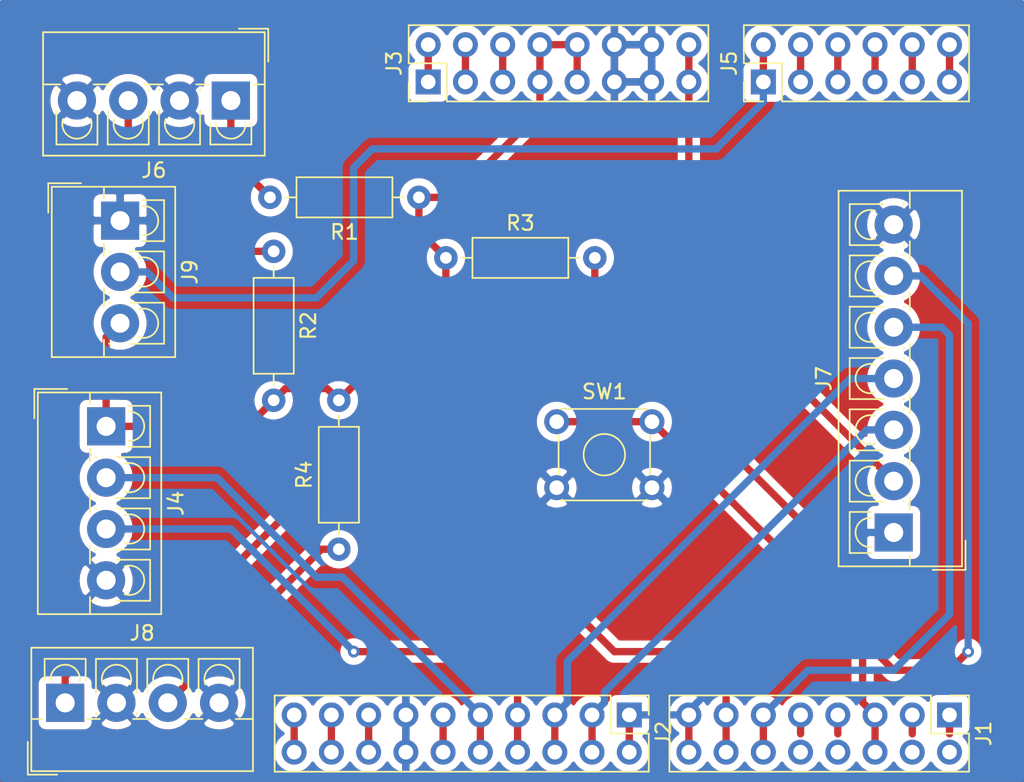
<source format=kicad_pcb>
(kicad_pcb (version 20171130) (host pcbnew 5.1.5+dfsg1-2build2)

  (general
    (thickness 1.6)
    (drawings 0)
    (tracks 122)
    (zones 0)
    (modules 14)
    (nets 32)
  )

  (page A4)
  (layers
    (0 F.Cu signal hide)
    (31 B.Cu signal)
    (32 B.Adhes user)
    (33 F.Adhes user)
    (34 B.Paste user)
    (35 F.Paste user)
    (36 B.SilkS user)
    (37 F.SilkS user)
    (38 B.Mask user)
    (39 F.Mask user)
    (40 Dwgs.User user)
    (41 Cmts.User user)
    (42 Eco1.User user)
    (43 Eco2.User user)
    (44 Edge.Cuts user)
    (45 Margin user)
    (46 B.CrtYd user)
    (47 F.CrtYd user)
    (48 B.Fab user)
    (49 F.Fab user)
  )

  (setup
    (last_trace_width 0.5)
    (user_trace_width 0.5)
    (trace_clearance 0.2)
    (zone_clearance 0.508)
    (zone_45_only no)
    (trace_min 0.2)
    (via_size 0.8)
    (via_drill 0.4)
    (via_min_size 0.4)
    (via_min_drill 0.3)
    (uvia_size 0.3)
    (uvia_drill 0.1)
    (uvias_allowed no)
    (uvia_min_size 0.2)
    (uvia_min_drill 0.1)
    (edge_width 0.1)
    (segment_width 0.2)
    (pcb_text_width 0.3)
    (pcb_text_size 1.5 1.5)
    (mod_edge_width 0.15)
    (mod_text_size 1 1)
    (mod_text_width 0.15)
    (pad_size 1.524 1.524)
    (pad_drill 0.762)
    (pad_to_mask_clearance 0)
    (aux_axis_origin 0 0)
    (visible_elements FFFFFF7F)
    (pcbplotparams
      (layerselection 0x010fc_ffffffff)
      (usegerberextensions false)
      (usegerberattributes true)
      (usegerberadvancedattributes true)
      (creategerberjobfile true)
      (excludeedgelayer true)
      (linewidth 0.100000)
      (plotframeref false)
      (viasonmask false)
      (mode 1)
      (useauxorigin false)
      (hpglpennumber 1)
      (hpglpenspeed 20)
      (hpglpendiameter 15.000000)
      (psnegative false)
      (psa4output false)
      (plotreference true)
      (plotvalue true)
      (plotinvisibletext false)
      (padsonsilk false)
      (subtractmaskfromsilk false)
      (outputformat 1)
      (mirror false)
      (drillshape 1)
      (scaleselection 1)
      (outputdirectory ""))
  )

  (net 0 "")
  (net 1 PIN_5)
  (net 2 5V)
  (net 3 PIN_6)
  (net 4 GND)
  (net 5 VIN)
  (net 6 PIN_9)
  (net 7 PIN_10)
  (net 8 PIN_2)
  (net 9 PIN_A0)
  (net 10 "Net-(J1-Pad10)")
  (net 11 "Net-(J2-Pad11)")
  (net 12 "Net-(J6-Pad1)")
  (net 13 "Net-(J6-Pad3)")
  (net 14 "Net-(J8-Pad3)")
  (net 15 "Net-(J8-Pad1)")
  (net 16 "Net-(J1-Pad7)")
  (net 17 PIN_12)
  (net 18 PIN_11)
  (net 19 "Net-(J3-Pad1)")
  (net 20 "Net-(J1-Pad1)")
  (net 21 "Net-(J1-Pad3)")
  (net 22 "Net-(J2-Pad15)")
  (net 23 "Net-(J2-Pad17)")
  (net 24 "Net-(J2-Pad19)")
  (net 25 "Net-(J3-Pad3)")
  (net 26 "Net-(J3-Pad5)")
  (net 27 "Net-(J5-Pad11)")
  (net 28 "Net-(J5-Pad10)")
  (net 29 "Net-(J5-Pad7)")
  (net 30 "Net-(J5-Pad5)")
  (net 31 "Net-(J5-Pad3)")

  (net_class Default "This is the default net class."
    (clearance 0.2)
    (trace_width 0.25)
    (via_dia 0.8)
    (via_drill 0.4)
    (uvia_dia 0.3)
    (uvia_drill 0.1)
    (add_net 5V)
    (add_net GND)
    (add_net "Net-(J1-Pad1)")
    (add_net "Net-(J1-Pad10)")
    (add_net "Net-(J1-Pad3)")
    (add_net "Net-(J1-Pad7)")
    (add_net "Net-(J2-Pad11)")
    (add_net "Net-(J2-Pad15)")
    (add_net "Net-(J2-Pad17)")
    (add_net "Net-(J2-Pad19)")
    (add_net "Net-(J3-Pad1)")
    (add_net "Net-(J3-Pad3)")
    (add_net "Net-(J3-Pad5)")
    (add_net "Net-(J5-Pad10)")
    (add_net "Net-(J5-Pad11)")
    (add_net "Net-(J5-Pad3)")
    (add_net "Net-(J5-Pad5)")
    (add_net "Net-(J5-Pad7)")
    (add_net "Net-(J6-Pad1)")
    (add_net "Net-(J6-Pad3)")
    (add_net "Net-(J8-Pad1)")
    (add_net "Net-(J8-Pad3)")
    (add_net PIN_10)
    (add_net PIN_11)
    (add_net PIN_12)
    (add_net PIN_2)
    (add_net PIN_5)
    (add_net PIN_6)
    (add_net PIN_9)
    (add_net PIN_A0)
    (add_net VIN)
  )

  (module TerminalBlock_4Ucon:TerminalBlock_4Ucon_1x04_P3.50mm_Vertical (layer F.Cu) (tedit 5B294E80) (tstamp 5F9E8608)
    (at 54.229 86.233 270)
    (descr "Terminal Block 4Ucon ItemNo. 10695, vertical (cable from top), 4 pins, pitch 3.5mm, size 15x8.3mm^2, drill diamater 1.3mm, pad diameter 2.6mm, see http://www.4uconnector.com/online/object/4udrawing/10695.pdf, script-generated with , script-generated using https://github.com/pointhi/kicad-footprint-generator/scripts/TerminalBlock_4Ucon")
    (tags "THT Terminal Block 4Ucon ItemNo. 10695 vertical pitch 3.5mm size 15x8.3mm^2 drill 1.3mm pad 2.6mm")
    (path /5F9CE65A)
    (fp_text reference J4 (at 5.25 -4.76 90) (layer F.SilkS)
      (effects (font (size 1 1) (thickness 0.15)))
    )
    (fp_text value HC-SR04 (at 5.25 5.66 90) (layer F.Fab)
      (effects (font (size 1 1) (thickness 0.15)))
    )
    (fp_text user %R (at 5.25 3.45 90) (layer F.Fab)
      (effects (font (size 1 1) (thickness 0.15)))
    )
    (fp_line (start 13.25 -4.2) (end -2.75 -4.2) (layer F.CrtYd) (width 0.05))
    (fp_line (start 13.25 5.11) (end 13.25 -4.2) (layer F.CrtYd) (width 0.05))
    (fp_line (start -2.75 5.11) (end 13.25 5.11) (layer F.CrtYd) (width 0.05))
    (fp_line (start -2.75 -4.2) (end -2.75 5.11) (layer F.CrtYd) (width 0.05))
    (fp_line (start -2.55 4.9) (end -0.55 4.9) (layer F.SilkS) (width 0.12))
    (fp_line (start -2.55 2.66) (end -2.55 4.9) (layer F.SilkS) (width 0.12))
    (fp_line (start 11.9 -3) (end 9.1 -3) (layer F.Fab) (width 0.1))
    (fp_line (start 11.9 0.75) (end 11.9 -3) (layer F.Fab) (width 0.1))
    (fp_line (start 9.1 0.75) (end 11.9 0.75) (layer F.Fab) (width 0.1))
    (fp_line (start 9.1 -3) (end 9.1 0.75) (layer F.Fab) (width 0.1))
    (fp_line (start 11.9 0.689) (end 11.9 0.75) (layer F.SilkS) (width 0.12))
    (fp_line (start 11.9 -3) (end 11.9 -0.689) (layer F.SilkS) (width 0.12))
    (fp_line (start 9.1 0.689) (end 9.1 0.75) (layer F.SilkS) (width 0.12))
    (fp_line (start 9.1 -3) (end 9.1 -0.689) (layer F.SilkS) (width 0.12))
    (fp_line (start 11.9 0.75) (end 11.9 0.75) (layer F.SilkS) (width 0.12))
    (fp_line (start 9.1 0.75) (end 9.101 0.75) (layer F.SilkS) (width 0.12))
    (fp_line (start 9.1 -3) (end 11.9 -3) (layer F.SilkS) (width 0.12))
    (fp_line (start 8.4 -3) (end 5.6 -3) (layer F.Fab) (width 0.1))
    (fp_line (start 8.4 0.75) (end 8.4 -3) (layer F.Fab) (width 0.1))
    (fp_line (start 5.6 0.75) (end 8.4 0.75) (layer F.Fab) (width 0.1))
    (fp_line (start 5.6 -3) (end 5.6 0.75) (layer F.Fab) (width 0.1))
    (fp_line (start 8.4 0.689) (end 8.4 0.75) (layer F.SilkS) (width 0.12))
    (fp_line (start 8.4 -3) (end 8.4 -0.689) (layer F.SilkS) (width 0.12))
    (fp_line (start 5.6 0.689) (end 5.6 0.75) (layer F.SilkS) (width 0.12))
    (fp_line (start 5.6 -3) (end 5.6 -0.689) (layer F.SilkS) (width 0.12))
    (fp_line (start 8.4 0.75) (end 8.4 0.75) (layer F.SilkS) (width 0.12))
    (fp_line (start 5.6 0.75) (end 5.601 0.75) (layer F.SilkS) (width 0.12))
    (fp_line (start 5.6 -3) (end 8.4 -3) (layer F.SilkS) (width 0.12))
    (fp_line (start 4.9 -3) (end 2.1 -3) (layer F.Fab) (width 0.1))
    (fp_line (start 4.9 0.75) (end 4.9 -3) (layer F.Fab) (width 0.1))
    (fp_line (start 2.1 0.75) (end 4.9 0.75) (layer F.Fab) (width 0.1))
    (fp_line (start 2.1 -3) (end 2.1 0.75) (layer F.Fab) (width 0.1))
    (fp_line (start 4.9 0.689) (end 4.9 0.75) (layer F.SilkS) (width 0.12))
    (fp_line (start 4.9 -3) (end 4.9 -0.689) (layer F.SilkS) (width 0.12))
    (fp_line (start 2.1 0.689) (end 2.1 0.75) (layer F.SilkS) (width 0.12))
    (fp_line (start 2.1 -3) (end 2.1 -0.689) (layer F.SilkS) (width 0.12))
    (fp_line (start 4.9 0.75) (end 4.9 0.75) (layer F.SilkS) (width 0.12))
    (fp_line (start 2.1 0.75) (end 2.101 0.75) (layer F.SilkS) (width 0.12))
    (fp_line (start 2.1 -3) (end 4.9 -3) (layer F.SilkS) (width 0.12))
    (fp_line (start 1.4 -3) (end -1.4 -3) (layer F.Fab) (width 0.1))
    (fp_line (start 1.4 0.75) (end 1.4 -3) (layer F.Fab) (width 0.1))
    (fp_line (start -1.4 0.75) (end 1.4 0.75) (layer F.Fab) (width 0.1))
    (fp_line (start -1.4 -3) (end -1.4 0.75) (layer F.Fab) (width 0.1))
    (fp_line (start 1.4 -3) (end 1.4 -1.54) (layer F.SilkS) (width 0.12))
    (fp_line (start -1.4 -3) (end -1.4 -1.54) (layer F.SilkS) (width 0.12))
    (fp_line (start -1.4 -3) (end 1.4 -3) (layer F.SilkS) (width 0.12))
    (fp_line (start 12.81 -3.76) (end 12.81 4.66) (layer F.SilkS) (width 0.12))
    (fp_line (start -2.31 -3.76) (end -2.31 4.66) (layer F.SilkS) (width 0.12))
    (fp_line (start -2.31 4.66) (end 12.81 4.66) (layer F.SilkS) (width 0.12))
    (fp_line (start -2.31 -3.76) (end 12.81 -3.76) (layer F.SilkS) (width 0.12))
    (fp_line (start 11.634 1.101) (end 12.81 1.101) (layer F.SilkS) (width 0.12))
    (fp_line (start 8.134 1.101) (end 9.367 1.101) (layer F.SilkS) (width 0.12))
    (fp_line (start 4.634 1.101) (end 5.867 1.101) (layer F.SilkS) (width 0.12))
    (fp_line (start 1.54 1.101) (end 2.367 1.101) (layer F.SilkS) (width 0.12))
    (fp_line (start -2.31 1.101) (end -1.54 1.101) (layer F.SilkS) (width 0.12))
    (fp_line (start -2.25 1.1) (end 12.75 1.1) (layer F.Fab) (width 0.1))
    (fp_line (start -2.25 2.6) (end -2.25 -3.7) (layer F.Fab) (width 0.1))
    (fp_line (start -0.25 4.6) (end -2.25 2.6) (layer F.Fab) (width 0.1))
    (fp_line (start 12.75 4.6) (end -0.25 4.6) (layer F.Fab) (width 0.1))
    (fp_line (start 12.75 -3.7) (end 12.75 4.6) (layer F.Fab) (width 0.1))
    (fp_line (start -2.25 -3.7) (end 12.75 -3.7) (layer F.Fab) (width 0.1))
    (fp_circle (center 10.5 -1.6) (end 11.5 -1.6) (layer F.Fab) (width 0.1))
    (fp_circle (center 7 -1.6) (end 8 -1.6) (layer F.Fab) (width 0.1))
    (fp_circle (center 3.5 -1.6) (end 4.5 -1.6) (layer F.Fab) (width 0.1))
    (fp_circle (center 0 -1.6) (end 1 -1.6) (layer F.Fab) (width 0.1))
    (fp_arc (start 10.5 -1.6) (end 11.44 -1.258) (angle -220) (layer F.SilkS) (width 0.12))
    (fp_arc (start 7 -1.6) (end 7.94 -1.258) (angle -220) (layer F.SilkS) (width 0.12))
    (fp_arc (start 3.5 -1.6) (end 4.44 -1.258) (angle -220) (layer F.SilkS) (width 0.12))
    (fp_arc (start 0 -1.6) (end 0.998 -1.531) (angle -188) (layer F.SilkS) (width 0.12))
    (pad 4 thru_hole circle (at 10.5 0 270) (size 2.6 2.6) (drill 1.3) (layers *.Cu *.Mask)
      (net 4 GND))
    (pad 3 thru_hole circle (at 7 0 270) (size 2.6 2.6) (drill 1.3) (layers *.Cu *.Mask)
      (net 18 PIN_11))
    (pad 2 thru_hole circle (at 3.5 0 270) (size 2.6 2.6) (drill 1.3) (layers *.Cu *.Mask)
      (net 17 PIN_12))
    (pad 1 thru_hole rect (at 0 0 270) (size 2.6 2.6) (drill 1.3) (layers *.Cu *.Mask)
      (net 2 5V))
    (model ${KISYS3DMOD}/TerminalBlock_4Ucon.3dshapes/TerminalBlock_4Ucon_1x04_P3.50mm_Vertical.wrl
      (at (xyz 0 0 0))
      (scale (xyz 1 1 1))
      (rotate (xyz 0 0 0))
    )
  )

  (module Button_Switch_THT:SW_TH_Tactile_Omron_B3F-10xx (layer F.Cu) (tedit 5D84F0EF) (tstamp 5F9E87FB)
    (at 84.963 85.9155)
    (descr SW_TH_Tactile_Omron_B3F-10xx_https://www.omron.com/ecb/products/pdf/en-b3f.pdf)
    (tags "Omron B3F-10xx")
    (path /5F90EC23)
    (fp_text reference SW1 (at 3.25 -2.05) (layer F.SilkS)
      (effects (font (size 1 1) (thickness 0.15)))
    )
    (fp_text value SW_MEC_5E (at 3.2 6.5) (layer F.Fab)
      (effects (font (size 1 1) (thickness 0.15)))
    )
    (fp_line (start -1.1 -1.1) (end 7.6 -1.1) (layer F.CrtYd) (width 0.05))
    (fp_line (start 0.25 5.25) (end 6.25 5.25) (layer F.Fab) (width 0.1))
    (fp_line (start 6.37 0.91) (end 6.37 3.59) (layer F.SilkS) (width 0.12))
    (fp_line (start 0.13 3.59) (end 0.13 0.91) (layer F.SilkS) (width 0.12))
    (fp_line (start 0.28 -0.87) (end 6.22 -0.87) (layer F.SilkS) (width 0.12))
    (fp_line (start 0.28 5.37) (end 6.22 5.37) (layer F.SilkS) (width 0.12))
    (fp_circle (center 3.25 2.25) (end 4.25 3.25) (layer F.SilkS) (width 0.12))
    (fp_line (start -1.1 -1.1) (end -1.1 5.6) (layer F.CrtYd) (width 0.05))
    (fp_line (start -1.1 5.6) (end 7.6 5.6) (layer F.CrtYd) (width 0.05))
    (fp_line (start 7.6 5.6) (end 7.6 -1.1) (layer F.CrtYd) (width 0.05))
    (fp_text user %R (at 3.25 2.25) (layer F.Fab)
      (effects (font (size 1 1) (thickness 0.15)))
    )
    (fp_line (start 0.25 -0.75) (end 6.25 -0.75) (layer F.Fab) (width 0.1))
    (fp_line (start 6.25 -0.75) (end 6.25 5.25) (layer F.Fab) (width 0.1))
    (fp_line (start 0.25 -0.75) (end 0.25 5.25) (layer F.Fab) (width 0.1))
    (pad 1 thru_hole circle (at 0 0) (size 1.7 1.7) (drill 1) (layers *.Cu *.Mask)
      (net 8 PIN_2))
    (pad 2 thru_hole circle (at 6.5 0) (size 1.7 1.7) (drill 1) (layers *.Cu *.Mask)
      (net 8 PIN_2))
    (pad 3 thru_hole circle (at 0 4.5) (size 1.7 1.7) (drill 1) (layers *.Cu *.Mask)
      (net 4 GND))
    (pad 4 thru_hole circle (at 6.5 4.5) (size 1.7 1.7) (drill 1) (layers *.Cu *.Mask)
      (net 4 GND))
    (model ${KISYS3DMOD}/Button_Switch_THT.3dshapes/SW_TH_Tactile_Omron_B3F-10xx.wrl
      (at (xyz 0 0 0))
      (scale (xyz 1 1 1))
      (rotate (xyz 0 0 0))
    )
  )

  (module TerminalBlock_4Ucon:TerminalBlock_4Ucon_1x03_P3.50mm_Vertical (layer F.Cu) (tedit 5B294E80) (tstamp 5F9E8741)
    (at 55.1815 72.1995 270)
    (descr "Terminal Block 4Ucon ItemNo. 10694, vertical (cable from top), 3 pins, pitch 3.5mm, size 11.5x8.3mm^2, drill diamater 1.3mm, pad diameter 2.6mm, see http://www.4uconnector.com/online/object/4udrawing/10694.pdf, script-generated with , script-generated using https://github.com/pointhi/kicad-footprint-generator/scripts/TerminalBlock_4Ucon")
    (tags "THT Terminal Block 4Ucon ItemNo. 10694 vertical pitch 3.5mm size 11.5x8.3mm^2 drill 1.3mm pad 2.6mm")
    (path /5FA3A46F)
    (fp_text reference J9 (at 3.5 -4.76 90) (layer F.SilkS)
      (effects (font (size 1 1) (thickness 0.15)))
    )
    (fp_text value IR_Distance_Sensor (at 3.5 5.66 90) (layer F.Fab)
      (effects (font (size 1 1) (thickness 0.15)))
    )
    (fp_text user %R (at 3.5 3.45 90) (layer F.Fab)
      (effects (font (size 1 1) (thickness 0.15)))
    )
    (fp_line (start 9.75 -4.2) (end -2.75 -4.2) (layer F.CrtYd) (width 0.05))
    (fp_line (start 9.75 5.11) (end 9.75 -4.2) (layer F.CrtYd) (width 0.05))
    (fp_line (start -2.75 5.11) (end 9.75 5.11) (layer F.CrtYd) (width 0.05))
    (fp_line (start -2.75 -4.2) (end -2.75 5.11) (layer F.CrtYd) (width 0.05))
    (fp_line (start -2.55 4.9) (end -0.55 4.9) (layer F.SilkS) (width 0.12))
    (fp_line (start -2.55 2.66) (end -2.55 4.9) (layer F.SilkS) (width 0.12))
    (fp_line (start 8.4 -3) (end 5.6 -3) (layer F.Fab) (width 0.1))
    (fp_line (start 8.4 0.75) (end 8.4 -3) (layer F.Fab) (width 0.1))
    (fp_line (start 5.6 0.75) (end 8.4 0.75) (layer F.Fab) (width 0.1))
    (fp_line (start 5.6 -3) (end 5.6 0.75) (layer F.Fab) (width 0.1))
    (fp_line (start 8.4 0.689) (end 8.4 0.75) (layer F.SilkS) (width 0.12))
    (fp_line (start 8.4 -3) (end 8.4 -0.689) (layer F.SilkS) (width 0.12))
    (fp_line (start 5.6 0.689) (end 5.6 0.75) (layer F.SilkS) (width 0.12))
    (fp_line (start 5.6 -3) (end 5.6 -0.689) (layer F.SilkS) (width 0.12))
    (fp_line (start 8.4 0.75) (end 8.4 0.75) (layer F.SilkS) (width 0.12))
    (fp_line (start 5.6 0.75) (end 5.601 0.75) (layer F.SilkS) (width 0.12))
    (fp_line (start 5.6 -3) (end 8.4 -3) (layer F.SilkS) (width 0.12))
    (fp_line (start 4.9 -3) (end 2.1 -3) (layer F.Fab) (width 0.1))
    (fp_line (start 4.9 0.75) (end 4.9 -3) (layer F.Fab) (width 0.1))
    (fp_line (start 2.1 0.75) (end 4.9 0.75) (layer F.Fab) (width 0.1))
    (fp_line (start 2.1 -3) (end 2.1 0.75) (layer F.Fab) (width 0.1))
    (fp_line (start 4.9 0.689) (end 4.9 0.75) (layer F.SilkS) (width 0.12))
    (fp_line (start 4.9 -3) (end 4.9 -0.689) (layer F.SilkS) (width 0.12))
    (fp_line (start 2.1 0.689) (end 2.1 0.75) (layer F.SilkS) (width 0.12))
    (fp_line (start 2.1 -3) (end 2.1 -0.689) (layer F.SilkS) (width 0.12))
    (fp_line (start 4.9 0.75) (end 4.9 0.75) (layer F.SilkS) (width 0.12))
    (fp_line (start 2.1 0.75) (end 2.101 0.75) (layer F.SilkS) (width 0.12))
    (fp_line (start 2.1 -3) (end 4.9 -3) (layer F.SilkS) (width 0.12))
    (fp_line (start 1.4 -3) (end -1.4 -3) (layer F.Fab) (width 0.1))
    (fp_line (start 1.4 0.75) (end 1.4 -3) (layer F.Fab) (width 0.1))
    (fp_line (start -1.4 0.75) (end 1.4 0.75) (layer F.Fab) (width 0.1))
    (fp_line (start -1.4 -3) (end -1.4 0.75) (layer F.Fab) (width 0.1))
    (fp_line (start 1.4 -3) (end 1.4 -1.54) (layer F.SilkS) (width 0.12))
    (fp_line (start -1.4 -3) (end -1.4 -1.54) (layer F.SilkS) (width 0.12))
    (fp_line (start -1.4 -3) (end 1.4 -3) (layer F.SilkS) (width 0.12))
    (fp_line (start 9.31 -3.76) (end 9.31 4.66) (layer F.SilkS) (width 0.12))
    (fp_line (start -2.31 -3.76) (end -2.31 4.66) (layer F.SilkS) (width 0.12))
    (fp_line (start -2.31 4.66) (end 9.31 4.66) (layer F.SilkS) (width 0.12))
    (fp_line (start -2.31 -3.76) (end 9.31 -3.76) (layer F.SilkS) (width 0.12))
    (fp_line (start 8.134 1.101) (end 9.31 1.101) (layer F.SilkS) (width 0.12))
    (fp_line (start 4.634 1.101) (end 5.867 1.101) (layer F.SilkS) (width 0.12))
    (fp_line (start 1.54 1.101) (end 2.367 1.101) (layer F.SilkS) (width 0.12))
    (fp_line (start -2.31 1.101) (end -1.54 1.101) (layer F.SilkS) (width 0.12))
    (fp_line (start -2.25 1.1) (end 9.25 1.1) (layer F.Fab) (width 0.1))
    (fp_line (start -2.25 2.6) (end -2.25 -3.7) (layer F.Fab) (width 0.1))
    (fp_line (start -0.25 4.6) (end -2.25 2.6) (layer F.Fab) (width 0.1))
    (fp_line (start 9.25 4.6) (end -0.25 4.6) (layer F.Fab) (width 0.1))
    (fp_line (start 9.25 -3.7) (end 9.25 4.6) (layer F.Fab) (width 0.1))
    (fp_line (start -2.25 -3.7) (end 9.25 -3.7) (layer F.Fab) (width 0.1))
    (fp_circle (center 7 -1.6) (end 8 -1.6) (layer F.Fab) (width 0.1))
    (fp_circle (center 3.5 -1.6) (end 4.5 -1.6) (layer F.Fab) (width 0.1))
    (fp_circle (center 0 -1.6) (end 1 -1.6) (layer F.Fab) (width 0.1))
    (fp_arc (start 7 -1.6) (end 7.94 -1.258) (angle -220) (layer F.SilkS) (width 0.12))
    (fp_arc (start 3.5 -1.6) (end 4.44 -1.258) (angle -220) (layer F.SilkS) (width 0.12))
    (fp_arc (start 0 -1.6) (end 0.998 -1.531) (angle -188) (layer F.SilkS) (width 0.12))
    (pad 3 thru_hole circle (at 7 0 270) (size 2.6 2.6) (drill 1.3) (layers *.Cu *.Mask)
      (net 2 5V))
    (pad 2 thru_hole circle (at 3.5 0 270) (size 2.6 2.6) (drill 1.3) (layers *.Cu *.Mask)
      (net 9 PIN_A0))
    (pad 1 thru_hole rect (at 0 0 270) (size 2.6 2.6) (drill 1.3) (layers *.Cu *.Mask)
      (net 4 GND))
    (model ${KISYS3DMOD}/TerminalBlock_4Ucon.3dshapes/TerminalBlock_4Ucon_1x03_P3.50mm_Vertical.wrl
      (at (xyz 0 0 0))
      (scale (xyz 1 1 1))
      (rotate (xyz 0 0 0))
    )
    (model /home/christian/Documents/Mines-Robotics/Schematic/282856-3--3DModel-STEP-1.STEP
      (offset (xyz 3.5 -3.5 12))
      (scale (xyz 0.7 0.7 0.7))
      (rotate (xyz -90 0 0))
    )
  )

  (module TerminalBlock_4Ucon:TerminalBlock_4Ucon_1x04_P3.50mm_Vertical (layer F.Cu) (tedit 5B294E80) (tstamp 5F9E86F3)
    (at 51.435 105.0925)
    (descr "Terminal Block 4Ucon ItemNo. 10695, vertical (cable from top), 4 pins, pitch 3.5mm, size 15x8.3mm^2, drill diamater 1.3mm, pad diameter 2.6mm, see http://www.4uconnector.com/online/object/4udrawing/10695.pdf, script-generated with , script-generated using https://github.com/pointhi/kicad-footprint-generator/scripts/TerminalBlock_4Ucon")
    (tags "THT Terminal Block 4Ucon ItemNo. 10695 vertical pitch 3.5mm size 15x8.3mm^2 drill 1.3mm pad 2.6mm")
    (path /5F9E0601)
    (fp_text reference J8 (at 5.25 -4.76) (layer F.SilkS)
      (effects (font (size 1 1) (thickness 0.15)))
    )
    (fp_text value Encoder_Left (at 5.25 5.66) (layer F.Fab)
      (effects (font (size 1 1) (thickness 0.15)))
    )
    (fp_text user %R (at 5.25 3.45) (layer F.Fab)
      (effects (font (size 1 1) (thickness 0.15)))
    )
    (fp_line (start 13.25 -4.2) (end -2.75 -4.2) (layer F.CrtYd) (width 0.05))
    (fp_line (start 13.25 5.11) (end 13.25 -4.2) (layer F.CrtYd) (width 0.05))
    (fp_line (start -2.75 5.11) (end 13.25 5.11) (layer F.CrtYd) (width 0.05))
    (fp_line (start -2.75 -4.2) (end -2.75 5.11) (layer F.CrtYd) (width 0.05))
    (fp_line (start -2.55 4.9) (end -0.55 4.9) (layer F.SilkS) (width 0.12))
    (fp_line (start -2.55 2.66) (end -2.55 4.9) (layer F.SilkS) (width 0.12))
    (fp_line (start 11.9 -3) (end 9.1 -3) (layer F.Fab) (width 0.1))
    (fp_line (start 11.9 0.75) (end 11.9 -3) (layer F.Fab) (width 0.1))
    (fp_line (start 9.1 0.75) (end 11.9 0.75) (layer F.Fab) (width 0.1))
    (fp_line (start 9.1 -3) (end 9.1 0.75) (layer F.Fab) (width 0.1))
    (fp_line (start 11.9 0.689) (end 11.9 0.75) (layer F.SilkS) (width 0.12))
    (fp_line (start 11.9 -3) (end 11.9 -0.689) (layer F.SilkS) (width 0.12))
    (fp_line (start 9.1 0.689) (end 9.1 0.75) (layer F.SilkS) (width 0.12))
    (fp_line (start 9.1 -3) (end 9.1 -0.689) (layer F.SilkS) (width 0.12))
    (fp_line (start 11.9 0.75) (end 11.9 0.75) (layer F.SilkS) (width 0.12))
    (fp_line (start 9.1 0.75) (end 9.101 0.75) (layer F.SilkS) (width 0.12))
    (fp_line (start 9.1 -3) (end 11.9 -3) (layer F.SilkS) (width 0.12))
    (fp_line (start 8.4 -3) (end 5.6 -3) (layer F.Fab) (width 0.1))
    (fp_line (start 8.4 0.75) (end 8.4 -3) (layer F.Fab) (width 0.1))
    (fp_line (start 5.6 0.75) (end 8.4 0.75) (layer F.Fab) (width 0.1))
    (fp_line (start 5.6 -3) (end 5.6 0.75) (layer F.Fab) (width 0.1))
    (fp_line (start 8.4 0.689) (end 8.4 0.75) (layer F.SilkS) (width 0.12))
    (fp_line (start 8.4 -3) (end 8.4 -0.689) (layer F.SilkS) (width 0.12))
    (fp_line (start 5.6 0.689) (end 5.6 0.75) (layer F.SilkS) (width 0.12))
    (fp_line (start 5.6 -3) (end 5.6 -0.689) (layer F.SilkS) (width 0.12))
    (fp_line (start 8.4 0.75) (end 8.4 0.75) (layer F.SilkS) (width 0.12))
    (fp_line (start 5.6 0.75) (end 5.601 0.75) (layer F.SilkS) (width 0.12))
    (fp_line (start 5.6 -3) (end 8.4 -3) (layer F.SilkS) (width 0.12))
    (fp_line (start 4.9 -3) (end 2.1 -3) (layer F.Fab) (width 0.1))
    (fp_line (start 4.9 0.75) (end 4.9 -3) (layer F.Fab) (width 0.1))
    (fp_line (start 2.1 0.75) (end 4.9 0.75) (layer F.Fab) (width 0.1))
    (fp_line (start 2.1 -3) (end 2.1 0.75) (layer F.Fab) (width 0.1))
    (fp_line (start 4.9 0.689) (end 4.9 0.75) (layer F.SilkS) (width 0.12))
    (fp_line (start 4.9 -3) (end 4.9 -0.689) (layer F.SilkS) (width 0.12))
    (fp_line (start 2.1 0.689) (end 2.1 0.75) (layer F.SilkS) (width 0.12))
    (fp_line (start 2.1 -3) (end 2.1 -0.689) (layer F.SilkS) (width 0.12))
    (fp_line (start 4.9 0.75) (end 4.9 0.75) (layer F.SilkS) (width 0.12))
    (fp_line (start 2.1 0.75) (end 2.101 0.75) (layer F.SilkS) (width 0.12))
    (fp_line (start 2.1 -3) (end 4.9 -3) (layer F.SilkS) (width 0.12))
    (fp_line (start 1.4 -3) (end -1.4 -3) (layer F.Fab) (width 0.1))
    (fp_line (start 1.4 0.75) (end 1.4 -3) (layer F.Fab) (width 0.1))
    (fp_line (start -1.4 0.75) (end 1.4 0.75) (layer F.Fab) (width 0.1))
    (fp_line (start -1.4 -3) (end -1.4 0.75) (layer F.Fab) (width 0.1))
    (fp_line (start 1.4 -3) (end 1.4 -1.54) (layer F.SilkS) (width 0.12))
    (fp_line (start -1.4 -3) (end -1.4 -1.54) (layer F.SilkS) (width 0.12))
    (fp_line (start -1.4 -3) (end 1.4 -3) (layer F.SilkS) (width 0.12))
    (fp_line (start 12.81 -3.76) (end 12.81 4.66) (layer F.SilkS) (width 0.12))
    (fp_line (start -2.31 -3.76) (end -2.31 4.66) (layer F.SilkS) (width 0.12))
    (fp_line (start -2.31 4.66) (end 12.81 4.66) (layer F.SilkS) (width 0.12))
    (fp_line (start -2.31 -3.76) (end 12.81 -3.76) (layer F.SilkS) (width 0.12))
    (fp_line (start 11.634 1.101) (end 12.81 1.101) (layer F.SilkS) (width 0.12))
    (fp_line (start 8.134 1.101) (end 9.367 1.101) (layer F.SilkS) (width 0.12))
    (fp_line (start 4.634 1.101) (end 5.867 1.101) (layer F.SilkS) (width 0.12))
    (fp_line (start 1.54 1.101) (end 2.367 1.101) (layer F.SilkS) (width 0.12))
    (fp_line (start -2.31 1.101) (end -1.54 1.101) (layer F.SilkS) (width 0.12))
    (fp_line (start -2.25 1.1) (end 12.75 1.1) (layer F.Fab) (width 0.1))
    (fp_line (start -2.25 2.6) (end -2.25 -3.7) (layer F.Fab) (width 0.1))
    (fp_line (start -0.25 4.6) (end -2.25 2.6) (layer F.Fab) (width 0.1))
    (fp_line (start 12.75 4.6) (end -0.25 4.6) (layer F.Fab) (width 0.1))
    (fp_line (start 12.75 -3.7) (end 12.75 4.6) (layer F.Fab) (width 0.1))
    (fp_line (start -2.25 -3.7) (end 12.75 -3.7) (layer F.Fab) (width 0.1))
    (fp_circle (center 10.5 -1.6) (end 11.5 -1.6) (layer F.Fab) (width 0.1))
    (fp_circle (center 7 -1.6) (end 8 -1.6) (layer F.Fab) (width 0.1))
    (fp_circle (center 3.5 -1.6) (end 4.5 -1.6) (layer F.Fab) (width 0.1))
    (fp_circle (center 0 -1.6) (end 1 -1.6) (layer F.Fab) (width 0.1))
    (fp_arc (start 10.5 -1.6) (end 11.44 -1.258) (angle -220) (layer F.SilkS) (width 0.12))
    (fp_arc (start 7 -1.6) (end 7.94 -1.258) (angle -220) (layer F.SilkS) (width 0.12))
    (fp_arc (start 3.5 -1.6) (end 4.44 -1.258) (angle -220) (layer F.SilkS) (width 0.12))
    (fp_arc (start 0 -1.6) (end 0.998 -1.531) (angle -188) (layer F.SilkS) (width 0.12))
    (pad 4 thru_hole circle (at 10.5 0) (size 2.6 2.6) (drill 1.3) (layers *.Cu *.Mask)
      (net 4 GND))
    (pad 3 thru_hole circle (at 7 0) (size 2.6 2.6) (drill 1.3) (layers *.Cu *.Mask)
      (net 14 "Net-(J8-Pad3)"))
    (pad 2 thru_hole circle (at 3.5 0) (size 2.6 2.6) (drill 1.3) (layers *.Cu *.Mask)
      (net 4 GND))
    (pad 1 thru_hole rect (at 0 0) (size 2.6 2.6) (drill 1.3) (layers *.Cu *.Mask)
      (net 15 "Net-(J8-Pad1)"))
    (model ${KISYS3DMOD}/TerminalBlock_4Ucon.3dshapes/TerminalBlock_4Ucon_1x04_P3.50mm_Vertical.wrl
      (at (xyz 0 0 0))
      (scale (xyz 1 1 1))
      (rotate (xyz 0 0 0))
    )
  )

  (module TerminalBlock_4Ucon:TerminalBlock_4Ucon_1x07_P3.50mm_Vertical (layer F.Cu) (tedit 5B294E81) (tstamp 5F9E8678)
    (at 107.95 93.472 90)
    (descr "Terminal Block 4Ucon ItemNo. 10698, vertical (cable from top), 7 pins, pitch 3.5mm, size 25.5x8.3mm^2, drill diamater 1.3mm, pad diameter 2.6mm, see http://www.4uconnector.com/online/object/4udrawing/10698.pdf, script-generated with , script-generated using https://github.com/pointhi/kicad-footprint-generator/scripts/TerminalBlock_4Ucon")
    (tags "THT Terminal Block 4Ucon ItemNo. 10698 vertical pitch 3.5mm size 25.5x8.3mm^2 drill 1.3mm pad 2.6mm")
    (path /5FA29D2F)
    (fp_text reference J7 (at 10.5 -4.76 90) (layer F.SilkS)
      (effects (font (size 1 1) (thickness 0.15)))
    )
    (fp_text value Motor_Driver (at 10.5 5.66 90) (layer F.Fab)
      (effects (font (size 1 1) (thickness 0.15)))
    )
    (fp_text user %R (at 10.5 3.45 90) (layer F.Fab)
      (effects (font (size 1 1) (thickness 0.15)))
    )
    (fp_line (start 23.75 -4.2) (end -2.75 -4.2) (layer F.CrtYd) (width 0.05))
    (fp_line (start 23.75 5.11) (end 23.75 -4.2) (layer F.CrtYd) (width 0.05))
    (fp_line (start -2.75 5.11) (end 23.75 5.11) (layer F.CrtYd) (width 0.05))
    (fp_line (start -2.75 -4.2) (end -2.75 5.11) (layer F.CrtYd) (width 0.05))
    (fp_line (start -2.55 4.9) (end -0.55 4.9) (layer F.SilkS) (width 0.12))
    (fp_line (start -2.55 2.66) (end -2.55 4.9) (layer F.SilkS) (width 0.12))
    (fp_line (start 22.4 -3) (end 19.6 -3) (layer F.Fab) (width 0.1))
    (fp_line (start 22.4 0.75) (end 22.4 -3) (layer F.Fab) (width 0.1))
    (fp_line (start 19.6 0.75) (end 22.4 0.75) (layer F.Fab) (width 0.1))
    (fp_line (start 19.6 -3) (end 19.6 0.75) (layer F.Fab) (width 0.1))
    (fp_line (start 22.4 0.689) (end 22.4 0.75) (layer F.SilkS) (width 0.12))
    (fp_line (start 22.4 -3) (end 22.4 -0.689) (layer F.SilkS) (width 0.12))
    (fp_line (start 19.6 0.689) (end 19.6 0.75) (layer F.SilkS) (width 0.12))
    (fp_line (start 19.6 -3) (end 19.6 -0.689) (layer F.SilkS) (width 0.12))
    (fp_line (start 22.4 0.75) (end 22.4 0.75) (layer F.SilkS) (width 0.12))
    (fp_line (start 19.6 0.75) (end 19.601 0.75) (layer F.SilkS) (width 0.12))
    (fp_line (start 19.6 -3) (end 22.4 -3) (layer F.SilkS) (width 0.12))
    (fp_line (start 18.9 -3) (end 16.101 -3) (layer F.Fab) (width 0.1))
    (fp_line (start 18.9 0.75) (end 18.9 -3) (layer F.Fab) (width 0.1))
    (fp_line (start 16.101 0.75) (end 18.9 0.75) (layer F.Fab) (width 0.1))
    (fp_line (start 16.101 -3) (end 16.101 0.75) (layer F.Fab) (width 0.1))
    (fp_line (start 18.9 0.689) (end 18.9 0.75) (layer F.SilkS) (width 0.12))
    (fp_line (start 18.9 -3) (end 18.9 -0.689) (layer F.SilkS) (width 0.12))
    (fp_line (start 16.101 0.689) (end 16.101 0.75) (layer F.SilkS) (width 0.12))
    (fp_line (start 16.101 -3) (end 16.101 -0.689) (layer F.SilkS) (width 0.12))
    (fp_line (start 18.9 0.75) (end 18.9 0.75) (layer F.SilkS) (width 0.12))
    (fp_line (start 16.101 0.75) (end 16.101 0.75) (layer F.SilkS) (width 0.12))
    (fp_line (start 16.101 -3) (end 18.9 -3) (layer F.SilkS) (width 0.12))
    (fp_line (start 15.4 -3) (end 12.6 -3) (layer F.Fab) (width 0.1))
    (fp_line (start 15.4 0.75) (end 15.4 -3) (layer F.Fab) (width 0.1))
    (fp_line (start 12.6 0.75) (end 15.4 0.75) (layer F.Fab) (width 0.1))
    (fp_line (start 12.6 -3) (end 12.6 0.75) (layer F.Fab) (width 0.1))
    (fp_line (start 15.4 0.689) (end 15.4 0.75) (layer F.SilkS) (width 0.12))
    (fp_line (start 15.4 -3) (end 15.4 -0.689) (layer F.SilkS) (width 0.12))
    (fp_line (start 12.6 0.689) (end 12.6 0.75) (layer F.SilkS) (width 0.12))
    (fp_line (start 12.6 -3) (end 12.6 -0.689) (layer F.SilkS) (width 0.12))
    (fp_line (start 15.4 0.75) (end 15.4 0.75) (layer F.SilkS) (width 0.12))
    (fp_line (start 12.6 0.75) (end 12.601 0.75) (layer F.SilkS) (width 0.12))
    (fp_line (start 12.6 -3) (end 15.4 -3) (layer F.SilkS) (width 0.12))
    (fp_line (start 11.9 -3) (end 9.1 -3) (layer F.Fab) (width 0.1))
    (fp_line (start 11.9 0.75) (end 11.9 -3) (layer F.Fab) (width 0.1))
    (fp_line (start 9.1 0.75) (end 11.9 0.75) (layer F.Fab) (width 0.1))
    (fp_line (start 9.1 -3) (end 9.1 0.75) (layer F.Fab) (width 0.1))
    (fp_line (start 11.9 0.689) (end 11.9 0.75) (layer F.SilkS) (width 0.12))
    (fp_line (start 11.9 -3) (end 11.9 -0.689) (layer F.SilkS) (width 0.12))
    (fp_line (start 9.1 0.689) (end 9.1 0.75) (layer F.SilkS) (width 0.12))
    (fp_line (start 9.1 -3) (end 9.1 -0.689) (layer F.SilkS) (width 0.12))
    (fp_line (start 11.9 0.75) (end 11.9 0.75) (layer F.SilkS) (width 0.12))
    (fp_line (start 9.1 0.75) (end 9.101 0.75) (layer F.SilkS) (width 0.12))
    (fp_line (start 9.1 -3) (end 11.9 -3) (layer F.SilkS) (width 0.12))
    (fp_line (start 8.4 -3) (end 5.6 -3) (layer F.Fab) (width 0.1))
    (fp_line (start 8.4 0.75) (end 8.4 -3) (layer F.Fab) (width 0.1))
    (fp_line (start 5.6 0.75) (end 8.4 0.75) (layer F.Fab) (width 0.1))
    (fp_line (start 5.6 -3) (end 5.6 0.75) (layer F.Fab) (width 0.1))
    (fp_line (start 8.4 0.689) (end 8.4 0.75) (layer F.SilkS) (width 0.12))
    (fp_line (start 8.4 -3) (end 8.4 -0.689) (layer F.SilkS) (width 0.12))
    (fp_line (start 5.6 0.689) (end 5.6 0.75) (layer F.SilkS) (width 0.12))
    (fp_line (start 5.6 -3) (end 5.6 -0.689) (layer F.SilkS) (width 0.12))
    (fp_line (start 8.4 0.75) (end 8.4 0.75) (layer F.SilkS) (width 0.12))
    (fp_line (start 5.6 0.75) (end 5.601 0.75) (layer F.SilkS) (width 0.12))
    (fp_line (start 5.6 -3) (end 8.4 -3) (layer F.SilkS) (width 0.12))
    (fp_line (start 4.9 -3) (end 2.1 -3) (layer F.Fab) (width 0.1))
    (fp_line (start 4.9 0.75) (end 4.9 -3) (layer F.Fab) (width 0.1))
    (fp_line (start 2.1 0.75) (end 4.9 0.75) (layer F.Fab) (width 0.1))
    (fp_line (start 2.1 -3) (end 2.1 0.75) (layer F.Fab) (width 0.1))
    (fp_line (start 4.9 0.689) (end 4.9 0.75) (layer F.SilkS) (width 0.12))
    (fp_line (start 4.9 -3) (end 4.9 -0.689) (layer F.SilkS) (width 0.12))
    (fp_line (start 2.1 0.689) (end 2.1 0.75) (layer F.SilkS) (width 0.12))
    (fp_line (start 2.1 -3) (end 2.1 -0.689) (layer F.SilkS) (width 0.12))
    (fp_line (start 4.9 0.75) (end 4.9 0.75) (layer F.SilkS) (width 0.12))
    (fp_line (start 2.1 0.75) (end 2.101 0.75) (layer F.SilkS) (width 0.12))
    (fp_line (start 2.1 -3) (end 4.9 -3) (layer F.SilkS) (width 0.12))
    (fp_line (start 1.4 -3) (end -1.4 -3) (layer F.Fab) (width 0.1))
    (fp_line (start 1.4 0.75) (end 1.4 -3) (layer F.Fab) (width 0.1))
    (fp_line (start -1.4 0.75) (end 1.4 0.75) (layer F.Fab) (width 0.1))
    (fp_line (start -1.4 -3) (end -1.4 0.75) (layer F.Fab) (width 0.1))
    (fp_line (start 1.4 -3) (end 1.4 -1.54) (layer F.SilkS) (width 0.12))
    (fp_line (start -1.4 -3) (end -1.4 -1.54) (layer F.SilkS) (width 0.12))
    (fp_line (start -1.4 -3) (end 1.4 -3) (layer F.SilkS) (width 0.12))
    (fp_line (start 23.31 -3.76) (end 23.31 4.66) (layer F.SilkS) (width 0.12))
    (fp_line (start -2.31 -3.76) (end -2.31 4.66) (layer F.SilkS) (width 0.12))
    (fp_line (start -2.31 4.66) (end 23.31 4.66) (layer F.SilkS) (width 0.12))
    (fp_line (start -2.31 -3.76) (end 23.31 -3.76) (layer F.SilkS) (width 0.12))
    (fp_line (start 22.134 1.101) (end 23.31 1.101) (layer F.SilkS) (width 0.12))
    (fp_line (start 18.634 1.101) (end 19.867 1.101) (layer F.SilkS) (width 0.12))
    (fp_line (start 15.134 1.101) (end 16.367 1.101) (layer F.SilkS) (width 0.12))
    (fp_line (start 11.634 1.101) (end 12.867 1.101) (layer F.SilkS) (width 0.12))
    (fp_line (start 8.134 1.101) (end 9.367 1.101) (layer F.SilkS) (width 0.12))
    (fp_line (start 4.634 1.101) (end 5.867 1.101) (layer F.SilkS) (width 0.12))
    (fp_line (start 1.54 1.101) (end 2.367 1.101) (layer F.SilkS) (width 0.12))
    (fp_line (start -2.31 1.101) (end -1.54 1.101) (layer F.SilkS) (width 0.12))
    (fp_line (start -2.25 1.1) (end 23.25 1.1) (layer F.Fab) (width 0.1))
    (fp_line (start -2.25 2.6) (end -2.25 -3.7) (layer F.Fab) (width 0.1))
    (fp_line (start -0.25 4.6) (end -2.25 2.6) (layer F.Fab) (width 0.1))
    (fp_line (start 23.25 4.6) (end -0.25 4.6) (layer F.Fab) (width 0.1))
    (fp_line (start 23.25 -3.7) (end 23.25 4.6) (layer F.Fab) (width 0.1))
    (fp_line (start -2.25 -3.7) (end 23.25 -3.7) (layer F.Fab) (width 0.1))
    (fp_circle (center 21 -1.6) (end 22 -1.6) (layer F.Fab) (width 0.1))
    (fp_circle (center 17.5 -1.6) (end 18.5 -1.6) (layer F.Fab) (width 0.1))
    (fp_circle (center 14 -1.6) (end 15 -1.6) (layer F.Fab) (width 0.1))
    (fp_circle (center 10.5 -1.6) (end 11.5 -1.6) (layer F.Fab) (width 0.1))
    (fp_circle (center 7 -1.6) (end 8 -1.6) (layer F.Fab) (width 0.1))
    (fp_circle (center 3.5 -1.6) (end 4.5 -1.6) (layer F.Fab) (width 0.1))
    (fp_circle (center 0 -1.6) (end 1 -1.6) (layer F.Fab) (width 0.1))
    (fp_arc (start 21 -1.6) (end 21.94 -1.258) (angle -220) (layer F.SilkS) (width 0.12))
    (fp_arc (start 17.5 -1.6) (end 18.44 -1.258) (angle -220) (layer F.SilkS) (width 0.12))
    (fp_arc (start 14 -1.6) (end 14.94 -1.258) (angle -220) (layer F.SilkS) (width 0.12))
    (fp_arc (start 10.5 -1.6) (end 11.44 -1.258) (angle -220) (layer F.SilkS) (width 0.12))
    (fp_arc (start 7 -1.6) (end 7.94 -1.258) (angle -220) (layer F.SilkS) (width 0.12))
    (fp_arc (start 3.5 -1.6) (end 4.44 -1.258) (angle -220) (layer F.SilkS) (width 0.12))
    (fp_arc (start 0 -1.6) (end 0.998 -1.531) (angle -188) (layer F.SilkS) (width 0.12))
    (pad 7 thru_hole circle (at 21 0 90) (size 2.6 2.6) (drill 1.3) (layers *.Cu *.Mask)
      (net 4 GND))
    (pad 6 thru_hole circle (at 17.5 0 90) (size 2.6 2.6) (drill 1.3) (layers *.Cu *.Mask)
      (net 3 PIN_6))
    (pad 5 thru_hole circle (at 14 0 90) (size 2.6 2.6) (drill 1.3) (layers *.Cu *.Mask)
      (net 1 PIN_5))
    (pad 4 thru_hole circle (at 10.5 0 90) (size 2.6 2.6) (drill 1.3) (layers *.Cu *.Mask)
      (net 7 PIN_10))
    (pad 3 thru_hole circle (at 7 0 90) (size 2.6 2.6) (drill 1.3) (layers *.Cu *.Mask)
      (net 6 PIN_9))
    (pad 2 thru_hole circle (at 3.5 0 90) (size 2.6 2.6) (drill 1.3) (layers *.Cu *.Mask)
      (net 5 VIN))
    (pad 1 thru_hole rect (at 0 0 90) (size 2.6 2.6) (drill 1.3) (layers *.Cu *.Mask)
      (net 2 5V))
    (model ${KISYS3DMOD}/TerminalBlock_4Ucon.3dshapes/TerminalBlock_4Ucon_1x07_P3.50mm_Vertical.wrl
      (at (xyz 0 0 0))
      (scale (xyz 1 1 1))
      (rotate (xyz 0 0 0))
    )
  )

  (module TerminalBlock_4Ucon:TerminalBlock_4Ucon_1x04_P3.50mm_Vertical (layer F.Cu) (tedit 5B294E80) (tstamp 5F9E862A)
    (at 62.738 64.008 180)
    (descr "Terminal Block 4Ucon ItemNo. 10695, vertical (cable from top), 4 pins, pitch 3.5mm, size 15x8.3mm^2, drill diamater 1.3mm, pad diameter 2.6mm, see http://www.4uconnector.com/online/object/4udrawing/10695.pdf, script-generated with , script-generated using https://github.com/pointhi/kicad-footprint-generator/scripts/TerminalBlock_4Ucon")
    (tags "THT Terminal Block 4Ucon ItemNo. 10695 vertical pitch 3.5mm size 15x8.3mm^2 drill 1.3mm pad 2.6mm")
    (path /5F9DFD02)
    (fp_text reference J6 (at 5.25 -4.76) (layer F.SilkS)
      (effects (font (size 1 1) (thickness 0.15)))
    )
    (fp_text value Encoder_Right (at 5.25 5.66) (layer F.Fab)
      (effects (font (size 1 1) (thickness 0.15)))
    )
    (fp_text user %R (at 5.25 3.45) (layer F.Fab)
      (effects (font (size 1 1) (thickness 0.15)))
    )
    (fp_line (start 13.25 -4.2) (end -2.75 -4.2) (layer F.CrtYd) (width 0.05))
    (fp_line (start 13.25 5.11) (end 13.25 -4.2) (layer F.CrtYd) (width 0.05))
    (fp_line (start -2.75 5.11) (end 13.25 5.11) (layer F.CrtYd) (width 0.05))
    (fp_line (start -2.75 -4.2) (end -2.75 5.11) (layer F.CrtYd) (width 0.05))
    (fp_line (start -2.55 4.9) (end -0.55 4.9) (layer F.SilkS) (width 0.12))
    (fp_line (start -2.55 2.66) (end -2.55 4.9) (layer F.SilkS) (width 0.12))
    (fp_line (start 11.9 -3) (end 9.1 -3) (layer F.Fab) (width 0.1))
    (fp_line (start 11.9 0.75) (end 11.9 -3) (layer F.Fab) (width 0.1))
    (fp_line (start 9.1 0.75) (end 11.9 0.75) (layer F.Fab) (width 0.1))
    (fp_line (start 9.1 -3) (end 9.1 0.75) (layer F.Fab) (width 0.1))
    (fp_line (start 11.9 0.689) (end 11.9 0.75) (layer F.SilkS) (width 0.12))
    (fp_line (start 11.9 -3) (end 11.9 -0.689) (layer F.SilkS) (width 0.12))
    (fp_line (start 9.1 0.689) (end 9.1 0.75) (layer F.SilkS) (width 0.12))
    (fp_line (start 9.1 -3) (end 9.1 -0.689) (layer F.SilkS) (width 0.12))
    (fp_line (start 11.9 0.75) (end 11.9 0.75) (layer F.SilkS) (width 0.12))
    (fp_line (start 9.1 0.75) (end 9.101 0.75) (layer F.SilkS) (width 0.12))
    (fp_line (start 9.1 -3) (end 11.9 -3) (layer F.SilkS) (width 0.12))
    (fp_line (start 8.4 -3) (end 5.6 -3) (layer F.Fab) (width 0.1))
    (fp_line (start 8.4 0.75) (end 8.4 -3) (layer F.Fab) (width 0.1))
    (fp_line (start 5.6 0.75) (end 8.4 0.75) (layer F.Fab) (width 0.1))
    (fp_line (start 5.6 -3) (end 5.6 0.75) (layer F.Fab) (width 0.1))
    (fp_line (start 8.4 0.689) (end 8.4 0.75) (layer F.SilkS) (width 0.12))
    (fp_line (start 8.4 -3) (end 8.4 -0.689) (layer F.SilkS) (width 0.12))
    (fp_line (start 5.6 0.689) (end 5.6 0.75) (layer F.SilkS) (width 0.12))
    (fp_line (start 5.6 -3) (end 5.6 -0.689) (layer F.SilkS) (width 0.12))
    (fp_line (start 8.4 0.75) (end 8.4 0.75) (layer F.SilkS) (width 0.12))
    (fp_line (start 5.6 0.75) (end 5.601 0.75) (layer F.SilkS) (width 0.12))
    (fp_line (start 5.6 -3) (end 8.4 -3) (layer F.SilkS) (width 0.12))
    (fp_line (start 4.9 -3) (end 2.1 -3) (layer F.Fab) (width 0.1))
    (fp_line (start 4.9 0.75) (end 4.9 -3) (layer F.Fab) (width 0.1))
    (fp_line (start 2.1 0.75) (end 4.9 0.75) (layer F.Fab) (width 0.1))
    (fp_line (start 2.1 -3) (end 2.1 0.75) (layer F.Fab) (width 0.1))
    (fp_line (start 4.9 0.689) (end 4.9 0.75) (layer F.SilkS) (width 0.12))
    (fp_line (start 4.9 -3) (end 4.9 -0.689) (layer F.SilkS) (width 0.12))
    (fp_line (start 2.1 0.689) (end 2.1 0.75) (layer F.SilkS) (width 0.12))
    (fp_line (start 2.1 -3) (end 2.1 -0.689) (layer F.SilkS) (width 0.12))
    (fp_line (start 4.9 0.75) (end 4.9 0.75) (layer F.SilkS) (width 0.12))
    (fp_line (start 2.1 0.75) (end 2.101 0.75) (layer F.SilkS) (width 0.12))
    (fp_line (start 2.1 -3) (end 4.9 -3) (layer F.SilkS) (width 0.12))
    (fp_line (start 1.4 -3) (end -1.4 -3) (layer F.Fab) (width 0.1))
    (fp_line (start 1.4 0.75) (end 1.4 -3) (layer F.Fab) (width 0.1))
    (fp_line (start -1.4 0.75) (end 1.4 0.75) (layer F.Fab) (width 0.1))
    (fp_line (start -1.4 -3) (end -1.4 0.75) (layer F.Fab) (width 0.1))
    (fp_line (start 1.4 -3) (end 1.4 -1.54) (layer F.SilkS) (width 0.12))
    (fp_line (start -1.4 -3) (end -1.4 -1.54) (layer F.SilkS) (width 0.12))
    (fp_line (start -1.4 -3) (end 1.4 -3) (layer F.SilkS) (width 0.12))
    (fp_line (start 12.81 -3.76) (end 12.81 4.66) (layer F.SilkS) (width 0.12))
    (fp_line (start -2.31 -3.76) (end -2.31 4.66) (layer F.SilkS) (width 0.12))
    (fp_line (start -2.31 4.66) (end 12.81 4.66) (layer F.SilkS) (width 0.12))
    (fp_line (start -2.31 -3.76) (end 12.81 -3.76) (layer F.SilkS) (width 0.12))
    (fp_line (start 11.634 1.101) (end 12.81 1.101) (layer F.SilkS) (width 0.12))
    (fp_line (start 8.134 1.101) (end 9.367 1.101) (layer F.SilkS) (width 0.12))
    (fp_line (start 4.634 1.101) (end 5.867 1.101) (layer F.SilkS) (width 0.12))
    (fp_line (start 1.54 1.101) (end 2.367 1.101) (layer F.SilkS) (width 0.12))
    (fp_line (start -2.31 1.101) (end -1.54 1.101) (layer F.SilkS) (width 0.12))
    (fp_line (start -2.25 1.1) (end 12.75 1.1) (layer F.Fab) (width 0.1))
    (fp_line (start -2.25 2.6) (end -2.25 -3.7) (layer F.Fab) (width 0.1))
    (fp_line (start -0.25 4.6) (end -2.25 2.6) (layer F.Fab) (width 0.1))
    (fp_line (start 12.75 4.6) (end -0.25 4.6) (layer F.Fab) (width 0.1))
    (fp_line (start 12.75 -3.7) (end 12.75 4.6) (layer F.Fab) (width 0.1))
    (fp_line (start -2.25 -3.7) (end 12.75 -3.7) (layer F.Fab) (width 0.1))
    (fp_circle (center 10.5 -1.6) (end 11.5 -1.6) (layer F.Fab) (width 0.1))
    (fp_circle (center 7 -1.6) (end 8 -1.6) (layer F.Fab) (width 0.1))
    (fp_circle (center 3.5 -1.6) (end 4.5 -1.6) (layer F.Fab) (width 0.1))
    (fp_circle (center 0 -1.6) (end 1 -1.6) (layer F.Fab) (width 0.1))
    (fp_arc (start 10.5 -1.6) (end 11.44 -1.258) (angle -220) (layer F.SilkS) (width 0.12))
    (fp_arc (start 7 -1.6) (end 7.94 -1.258) (angle -220) (layer F.SilkS) (width 0.12))
    (fp_arc (start 3.5 -1.6) (end 4.44 -1.258) (angle -220) (layer F.SilkS) (width 0.12))
    (fp_arc (start 0 -1.6) (end 0.998 -1.531) (angle -188) (layer F.SilkS) (width 0.12))
    (pad 4 thru_hole circle (at 10.5 0 180) (size 2.6 2.6) (drill 1.3) (layers *.Cu *.Mask)
      (net 4 GND))
    (pad 3 thru_hole circle (at 7 0 180) (size 2.6 2.6) (drill 1.3) (layers *.Cu *.Mask)
      (net 13 "Net-(J6-Pad3)"))
    (pad 2 thru_hole circle (at 3.5 0 180) (size 2.6 2.6) (drill 1.3) (layers *.Cu *.Mask)
      (net 4 GND))
    (pad 1 thru_hole rect (at 0 0 180) (size 2.6 2.6) (drill 1.3) (layers *.Cu *.Mask)
      (net 12 "Net-(J6-Pad1)"))
    (model ${KISYS3DMOD}/TerminalBlock_4Ucon.3dshapes/TerminalBlock_4Ucon_1x04_P3.50mm_Vertical.wrl
      (at (xyz 0 0 0))
      (scale (xyz 1 1 1))
      (rotate (xyz 0 0 0))
    )
  )

  (module Connector_PinHeader_2.54mm:PinHeader_2x06_P2.54mm_Vertical (layer F.Cu) (tedit 59FED5CC) (tstamp 5F9EA535)
    (at 99.06 62.738 90)
    (descr "Through hole straight pin header, 2x06, 2.54mm pitch, double rows")
    (tags "Through hole pin header THT 2x06 2.54mm double row")
    (path /5FAFBAAE)
    (fp_text reference J5 (at 1.27 -2.33 90) (layer F.SilkS)
      (effects (font (size 1 1) (thickness 0.15)))
    )
    (fp_text value Conn_02x06_Odd_Even (at 1.27 15.03 90) (layer F.Fab)
      (effects (font (size 1 1) (thickness 0.15)))
    )
    (fp_text user %R (at 1.27 6.35) (layer F.Fab)
      (effects (font (size 1 1) (thickness 0.15)))
    )
    (fp_line (start 4.35 -1.8) (end -1.8 -1.8) (layer F.CrtYd) (width 0.05))
    (fp_line (start 4.35 14.5) (end 4.35 -1.8) (layer F.CrtYd) (width 0.05))
    (fp_line (start -1.8 14.5) (end 4.35 14.5) (layer F.CrtYd) (width 0.05))
    (fp_line (start -1.8 -1.8) (end -1.8 14.5) (layer F.CrtYd) (width 0.05))
    (fp_line (start -1.33 -1.33) (end 0 -1.33) (layer F.SilkS) (width 0.12))
    (fp_line (start -1.33 0) (end -1.33 -1.33) (layer F.SilkS) (width 0.12))
    (fp_line (start 1.27 -1.33) (end 3.87 -1.33) (layer F.SilkS) (width 0.12))
    (fp_line (start 1.27 1.27) (end 1.27 -1.33) (layer F.SilkS) (width 0.12))
    (fp_line (start -1.33 1.27) (end 1.27 1.27) (layer F.SilkS) (width 0.12))
    (fp_line (start 3.87 -1.33) (end 3.87 14.03) (layer F.SilkS) (width 0.12))
    (fp_line (start -1.33 1.27) (end -1.33 14.03) (layer F.SilkS) (width 0.12))
    (fp_line (start -1.33 14.03) (end 3.87 14.03) (layer F.SilkS) (width 0.12))
    (fp_line (start -1.27 0) (end 0 -1.27) (layer F.Fab) (width 0.1))
    (fp_line (start -1.27 13.97) (end -1.27 0) (layer F.Fab) (width 0.1))
    (fp_line (start 3.81 13.97) (end -1.27 13.97) (layer F.Fab) (width 0.1))
    (fp_line (start 3.81 -1.27) (end 3.81 13.97) (layer F.Fab) (width 0.1))
    (fp_line (start 0 -1.27) (end 3.81 -1.27) (layer F.Fab) (width 0.1))
    (pad 12 thru_hole oval (at 2.54 12.7 90) (size 1.7 1.7) (drill 1) (layers *.Cu *.Mask)
      (net 27 "Net-(J5-Pad11)"))
    (pad 11 thru_hole oval (at 0 12.7 90) (size 1.7 1.7) (drill 1) (layers *.Cu *.Mask)
      (net 27 "Net-(J5-Pad11)"))
    (pad 10 thru_hole oval (at 2.54 10.16 90) (size 1.7 1.7) (drill 1) (layers *.Cu *.Mask)
      (net 28 "Net-(J5-Pad10)"))
    (pad 9 thru_hole oval (at 0 10.16 90) (size 1.7 1.7) (drill 1) (layers *.Cu *.Mask)
      (net 28 "Net-(J5-Pad10)"))
    (pad 8 thru_hole oval (at 2.54 7.62 90) (size 1.7 1.7) (drill 1) (layers *.Cu *.Mask)
      (net 29 "Net-(J5-Pad7)"))
    (pad 7 thru_hole oval (at 0 7.62 90) (size 1.7 1.7) (drill 1) (layers *.Cu *.Mask)
      (net 29 "Net-(J5-Pad7)"))
    (pad 6 thru_hole oval (at 2.54 5.08 90) (size 1.7 1.7) (drill 1) (layers *.Cu *.Mask)
      (net 30 "Net-(J5-Pad5)"))
    (pad 5 thru_hole oval (at 0 5.08 90) (size 1.7 1.7) (drill 1) (layers *.Cu *.Mask)
      (net 30 "Net-(J5-Pad5)"))
    (pad 4 thru_hole oval (at 2.54 2.54 90) (size 1.7 1.7) (drill 1) (layers *.Cu *.Mask)
      (net 31 "Net-(J5-Pad3)"))
    (pad 3 thru_hole oval (at 0 2.54 90) (size 1.7 1.7) (drill 1) (layers *.Cu *.Mask)
      (net 31 "Net-(J5-Pad3)"))
    (pad 2 thru_hole oval (at 2.54 0 90) (size 1.7 1.7) (drill 1) (layers *.Cu *.Mask)
      (net 9 PIN_A0))
    (pad 1 thru_hole rect (at 0 0 90) (size 1.7 1.7) (drill 1) (layers *.Cu *.Mask)
      (net 9 PIN_A0))
    (model ${KISYS3DMOD}/Connector_PinHeader_2.54mm.3dshapes/PinHeader_2x06_P2.54mm_Vertical.wrl
      (offset (xyz 2.5 0 -1.5))
      (scale (xyz 1 1 1))
      (rotate (xyz 0 180 0))
    )
  )

  (module Resistor_THT:R_Axial_DIN0207_L6.3mm_D2.5mm_P10.16mm_Horizontal (layer F.Cu) (tedit 5AE5139B) (tstamp 5F9E87DC)
    (at 70.104 94.615 90)
    (descr "Resistor, Axial_DIN0207 series, Axial, Horizontal, pin pitch=10.16mm, 0.25W = 1/4W, length*diameter=6.3*2.5mm^2, http://cdn-reichelt.de/documents/datenblatt/B400/1_4W%23YAG.pdf")
    (tags "Resistor Axial_DIN0207 series Axial Horizontal pin pitch 10.16mm 0.25W = 1/4W length 6.3mm diameter 2.5mm")
    (path /5FA00F73)
    (fp_text reference R4 (at 5.08 -2.37 90) (layer F.SilkS)
      (effects (font (size 1 1) (thickness 0.15)))
    )
    (fp_text value 10k (at 5.08 2.37 90) (layer F.Fab)
      (effects (font (size 1 1) (thickness 0.15)))
    )
    (fp_text user %R (at 5.08 0 90) (layer F.Fab)
      (effects (font (size 1 1) (thickness 0.15)))
    )
    (fp_line (start 11.21 -1.5) (end -1.05 -1.5) (layer F.CrtYd) (width 0.05))
    (fp_line (start 11.21 1.5) (end 11.21 -1.5) (layer F.CrtYd) (width 0.05))
    (fp_line (start -1.05 1.5) (end 11.21 1.5) (layer F.CrtYd) (width 0.05))
    (fp_line (start -1.05 -1.5) (end -1.05 1.5) (layer F.CrtYd) (width 0.05))
    (fp_line (start 9.12 0) (end 8.35 0) (layer F.SilkS) (width 0.12))
    (fp_line (start 1.04 0) (end 1.81 0) (layer F.SilkS) (width 0.12))
    (fp_line (start 8.35 -1.37) (end 1.81 -1.37) (layer F.SilkS) (width 0.12))
    (fp_line (start 8.35 1.37) (end 8.35 -1.37) (layer F.SilkS) (width 0.12))
    (fp_line (start 1.81 1.37) (end 8.35 1.37) (layer F.SilkS) (width 0.12))
    (fp_line (start 1.81 -1.37) (end 1.81 1.37) (layer F.SilkS) (width 0.12))
    (fp_line (start 10.16 0) (end 8.23 0) (layer F.Fab) (width 0.1))
    (fp_line (start 0 0) (end 1.93 0) (layer F.Fab) (width 0.1))
    (fp_line (start 8.23 -1.25) (end 1.93 -1.25) (layer F.Fab) (width 0.1))
    (fp_line (start 8.23 1.25) (end 8.23 -1.25) (layer F.Fab) (width 0.1))
    (fp_line (start 1.93 1.25) (end 8.23 1.25) (layer F.Fab) (width 0.1))
    (fp_line (start 1.93 -1.25) (end 1.93 1.25) (layer F.Fab) (width 0.1))
    (pad 2 thru_hole oval (at 10.16 0 90) (size 1.6 1.6) (drill 0.8) (layers *.Cu *.Mask)
      (net 2 5V))
    (pad 1 thru_hole circle (at 0 0 90) (size 1.6 1.6) (drill 0.8) (layers *.Cu *.Mask)
      (net 14 "Net-(J8-Pad3)"))
    (model ${KISYS3DMOD}/Resistor_THT.3dshapes/R_Axial_DIN0207_L6.3mm_D2.5mm_P10.16mm_Horizontal.wrl
      (at (xyz 0 0 0))
      (scale (xyz 1 1 1))
      (rotate (xyz 0 0 0))
    )
  )

  (module Resistor_THT:R_Axial_DIN0207_L6.3mm_D2.5mm_P10.16mm_Horizontal (layer F.Cu) (tedit 5AE5139B) (tstamp 5F9E87C5)
    (at 77.4065 74.7395)
    (descr "Resistor, Axial_DIN0207 series, Axial, Horizontal, pin pitch=10.16mm, 0.25W = 1/4W, length*diameter=6.3*2.5mm^2, http://cdn-reichelt.de/documents/datenblatt/B400/1_4W%23YAG.pdf")
    (tags "Resistor Axial_DIN0207 series Axial Horizontal pin pitch 10.16mm 0.25W = 1/4W length 6.3mm diameter 2.5mm")
    (path /5FA07DB6)
    (fp_text reference R3 (at 5.08 -2.37) (layer F.SilkS)
      (effects (font (size 1 1) (thickness 0.15)))
    )
    (fp_text value 330 (at 5.08 2.37) (layer F.Fab)
      (effects (font (size 1 1) (thickness 0.15)))
    )
    (fp_text user %R (at 5.08 0) (layer F.Fab)
      (effects (font (size 1 1) (thickness 0.15)))
    )
    (fp_line (start 11.21 -1.5) (end -1.05 -1.5) (layer F.CrtYd) (width 0.05))
    (fp_line (start 11.21 1.5) (end 11.21 -1.5) (layer F.CrtYd) (width 0.05))
    (fp_line (start -1.05 1.5) (end 11.21 1.5) (layer F.CrtYd) (width 0.05))
    (fp_line (start -1.05 -1.5) (end -1.05 1.5) (layer F.CrtYd) (width 0.05))
    (fp_line (start 9.12 0) (end 8.35 0) (layer F.SilkS) (width 0.12))
    (fp_line (start 1.04 0) (end 1.81 0) (layer F.SilkS) (width 0.12))
    (fp_line (start 8.35 -1.37) (end 1.81 -1.37) (layer F.SilkS) (width 0.12))
    (fp_line (start 8.35 1.37) (end 8.35 -1.37) (layer F.SilkS) (width 0.12))
    (fp_line (start 1.81 1.37) (end 8.35 1.37) (layer F.SilkS) (width 0.12))
    (fp_line (start 1.81 -1.37) (end 1.81 1.37) (layer F.SilkS) (width 0.12))
    (fp_line (start 10.16 0) (end 8.23 0) (layer F.Fab) (width 0.1))
    (fp_line (start 0 0) (end 1.93 0) (layer F.Fab) (width 0.1))
    (fp_line (start 8.23 -1.25) (end 1.93 -1.25) (layer F.Fab) (width 0.1))
    (fp_line (start 8.23 1.25) (end 8.23 -1.25) (layer F.Fab) (width 0.1))
    (fp_line (start 1.93 1.25) (end 8.23 1.25) (layer F.Fab) (width 0.1))
    (fp_line (start 1.93 -1.25) (end 1.93 1.25) (layer F.Fab) (width 0.1))
    (pad 2 thru_hole oval (at 10.16 0) (size 1.6 1.6) (drill 0.8) (layers *.Cu *.Mask)
      (net 15 "Net-(J8-Pad1)"))
    (pad 1 thru_hole circle (at 0 0) (size 1.6 1.6) (drill 0.8) (layers *.Cu *.Mask)
      (net 2 5V))
    (model ${KISYS3DMOD}/Resistor_THT.3dshapes/R_Axial_DIN0207_L6.3mm_D2.5mm_P10.16mm_Horizontal.wrl
      (at (xyz 0 0 0))
      (scale (xyz 1 1 1))
      (rotate (xyz 0 0 0))
    )
  )

  (module Resistor_THT:R_Axial_DIN0207_L6.3mm_D2.5mm_P10.16mm_Horizontal (layer F.Cu) (tedit 5AE5139B) (tstamp 5F9E87AE)
    (at 65.659 74.295 270)
    (descr "Resistor, Axial_DIN0207 series, Axial, Horizontal, pin pitch=10.16mm, 0.25W = 1/4W, length*diameter=6.3*2.5mm^2, http://cdn-reichelt.de/documents/datenblatt/B400/1_4W%23YAG.pdf")
    (tags "Resistor Axial_DIN0207 series Axial Horizontal pin pitch 10.16mm 0.25W = 1/4W length 6.3mm diameter 2.5mm")
    (path /5F9F80B3)
    (fp_text reference R2 (at 5.08 -2.37 90) (layer F.SilkS)
      (effects (font (size 1 1) (thickness 0.15)))
    )
    (fp_text value 10k (at 5.08 2.37 90) (layer F.Fab)
      (effects (font (size 1 1) (thickness 0.15)))
    )
    (fp_text user %R (at 5.08 0 90) (layer F.Fab)
      (effects (font (size 1 1) (thickness 0.15)))
    )
    (fp_line (start 11.21 -1.5) (end -1.05 -1.5) (layer F.CrtYd) (width 0.05))
    (fp_line (start 11.21 1.5) (end 11.21 -1.5) (layer F.CrtYd) (width 0.05))
    (fp_line (start -1.05 1.5) (end 11.21 1.5) (layer F.CrtYd) (width 0.05))
    (fp_line (start -1.05 -1.5) (end -1.05 1.5) (layer F.CrtYd) (width 0.05))
    (fp_line (start 9.12 0) (end 8.35 0) (layer F.SilkS) (width 0.12))
    (fp_line (start 1.04 0) (end 1.81 0) (layer F.SilkS) (width 0.12))
    (fp_line (start 8.35 -1.37) (end 1.81 -1.37) (layer F.SilkS) (width 0.12))
    (fp_line (start 8.35 1.37) (end 8.35 -1.37) (layer F.SilkS) (width 0.12))
    (fp_line (start 1.81 1.37) (end 8.35 1.37) (layer F.SilkS) (width 0.12))
    (fp_line (start 1.81 -1.37) (end 1.81 1.37) (layer F.SilkS) (width 0.12))
    (fp_line (start 10.16 0) (end 8.23 0) (layer F.Fab) (width 0.1))
    (fp_line (start 0 0) (end 1.93 0) (layer F.Fab) (width 0.1))
    (fp_line (start 8.23 -1.25) (end 1.93 -1.25) (layer F.Fab) (width 0.1))
    (fp_line (start 8.23 1.25) (end 8.23 -1.25) (layer F.Fab) (width 0.1))
    (fp_line (start 1.93 1.25) (end 8.23 1.25) (layer F.Fab) (width 0.1))
    (fp_line (start 1.93 -1.25) (end 1.93 1.25) (layer F.Fab) (width 0.1))
    (pad 2 thru_hole oval (at 10.16 0 270) (size 1.6 1.6) (drill 0.8) (layers *.Cu *.Mask)
      (net 2 5V))
    (pad 1 thru_hole circle (at 0 0 270) (size 1.6 1.6) (drill 0.8) (layers *.Cu *.Mask)
      (net 13 "Net-(J6-Pad3)"))
    (model ${KISYS3DMOD}/Resistor_THT.3dshapes/R_Axial_DIN0207_L6.3mm_D2.5mm_P10.16mm_Horizontal.wrl
      (at (xyz 0 0 0))
      (scale (xyz 1 1 1))
      (rotate (xyz 0 0 0))
    )
  )

  (module Resistor_THT:R_Axial_DIN0207_L6.3mm_D2.5mm_P10.16mm_Horizontal (layer F.Cu) (tedit 5AE5139B) (tstamp 5F9E8797)
    (at 75.565 70.612 180)
    (descr "Resistor, Axial_DIN0207 series, Axial, Horizontal, pin pitch=10.16mm, 0.25W = 1/4W, length*diameter=6.3*2.5mm^2, http://cdn-reichelt.de/documents/datenblatt/B400/1_4W%23YAG.pdf")
    (tags "Resistor Axial_DIN0207 series Axial Horizontal pin pitch 10.16mm 0.25W = 1/4W length 6.3mm diameter 2.5mm")
    (path /5F9FE1A1)
    (fp_text reference R1 (at 5.08 -2.37) (layer F.SilkS)
      (effects (font (size 1 1) (thickness 0.15)))
    )
    (fp_text value 330 (at 5.08 2.37) (layer F.Fab)
      (effects (font (size 1 1) (thickness 0.15)))
    )
    (fp_text user %R (at 5.08 0) (layer F.Fab)
      (effects (font (size 1 1) (thickness 0.15)))
    )
    (fp_line (start 11.21 -1.5) (end -1.05 -1.5) (layer F.CrtYd) (width 0.05))
    (fp_line (start 11.21 1.5) (end 11.21 -1.5) (layer F.CrtYd) (width 0.05))
    (fp_line (start -1.05 1.5) (end 11.21 1.5) (layer F.CrtYd) (width 0.05))
    (fp_line (start -1.05 -1.5) (end -1.05 1.5) (layer F.CrtYd) (width 0.05))
    (fp_line (start 9.12 0) (end 8.35 0) (layer F.SilkS) (width 0.12))
    (fp_line (start 1.04 0) (end 1.81 0) (layer F.SilkS) (width 0.12))
    (fp_line (start 8.35 -1.37) (end 1.81 -1.37) (layer F.SilkS) (width 0.12))
    (fp_line (start 8.35 1.37) (end 8.35 -1.37) (layer F.SilkS) (width 0.12))
    (fp_line (start 1.81 1.37) (end 8.35 1.37) (layer F.SilkS) (width 0.12))
    (fp_line (start 1.81 -1.37) (end 1.81 1.37) (layer F.SilkS) (width 0.12))
    (fp_line (start 10.16 0) (end 8.23 0) (layer F.Fab) (width 0.1))
    (fp_line (start 0 0) (end 1.93 0) (layer F.Fab) (width 0.1))
    (fp_line (start 8.23 -1.25) (end 1.93 -1.25) (layer F.Fab) (width 0.1))
    (fp_line (start 8.23 1.25) (end 8.23 -1.25) (layer F.Fab) (width 0.1))
    (fp_line (start 1.93 1.25) (end 8.23 1.25) (layer F.Fab) (width 0.1))
    (fp_line (start 1.93 -1.25) (end 1.93 1.25) (layer F.Fab) (width 0.1))
    (pad 2 thru_hole oval (at 10.16 0 180) (size 1.6 1.6) (drill 0.8) (layers *.Cu *.Mask)
      (net 12 "Net-(J6-Pad1)"))
    (pad 1 thru_hole circle (at 0 0 180) (size 1.6 1.6) (drill 0.8) (layers *.Cu *.Mask)
      (net 2 5V))
    (model ${KISYS3DMOD}/Resistor_THT.3dshapes/R_Axial_DIN0207_L6.3mm_D2.5mm_P10.16mm_Horizontal.wrl
      (at (xyz 0 0 0))
      (scale (xyz 1 1 1))
      (rotate (xyz 0 0 0))
    )
  )

  (module Connector_PinHeader_2.54mm:PinHeader_2x08_P2.54mm_Vertical (layer F.Cu) (tedit 59FED5CC) (tstamp 5F9E85EC)
    (at 76.2 62.738 90)
    (descr "Through hole straight pin header, 2x08, 2.54mm pitch, double rows")
    (tags "Through hole pin header THT 2x08 2.54mm double row")
    (path /5FA5C9B2)
    (fp_text reference J3 (at 1.27 -2.33 90) (layer F.SilkS)
      (effects (font (size 1 1) (thickness 0.15)))
    )
    (fp_text value Conn_02x08_Odd_Even (at 1.27 20.11 90) (layer F.Fab)
      (effects (font (size 1 1) (thickness 0.15)))
    )
    (fp_text user %R (at 1.27 8.89) (layer F.Fab)
      (effects (font (size 1 1) (thickness 0.15)))
    )
    (fp_line (start 4.35 -1.8) (end -1.8 -1.8) (layer F.CrtYd) (width 0.05))
    (fp_line (start 4.35 19.55) (end 4.35 -1.8) (layer F.CrtYd) (width 0.05))
    (fp_line (start -1.8 19.55) (end 4.35 19.55) (layer F.CrtYd) (width 0.05))
    (fp_line (start -1.8 -1.8) (end -1.8 19.55) (layer F.CrtYd) (width 0.05))
    (fp_line (start -1.33 -1.33) (end 0 -1.33) (layer F.SilkS) (width 0.12))
    (fp_line (start -1.33 0) (end -1.33 -1.33) (layer F.SilkS) (width 0.12))
    (fp_line (start 1.27 -1.33) (end 3.87 -1.33) (layer F.SilkS) (width 0.12))
    (fp_line (start 1.27 1.27) (end 1.27 -1.33) (layer F.SilkS) (width 0.12))
    (fp_line (start -1.33 1.27) (end 1.27 1.27) (layer F.SilkS) (width 0.12))
    (fp_line (start 3.87 -1.33) (end 3.87 19.11) (layer F.SilkS) (width 0.12))
    (fp_line (start -1.33 1.27) (end -1.33 19.11) (layer F.SilkS) (width 0.12))
    (fp_line (start -1.33 19.11) (end 3.87 19.11) (layer F.SilkS) (width 0.12))
    (fp_line (start -1.27 0) (end 0 -1.27) (layer F.Fab) (width 0.1))
    (fp_line (start -1.27 19.05) (end -1.27 0) (layer F.Fab) (width 0.1))
    (fp_line (start 3.81 19.05) (end -1.27 19.05) (layer F.Fab) (width 0.1))
    (fp_line (start 3.81 -1.27) (end 3.81 19.05) (layer F.Fab) (width 0.1))
    (fp_line (start 0 -1.27) (end 3.81 -1.27) (layer F.Fab) (width 0.1))
    (pad 16 thru_hole oval (at 2.54 17.78 90) (size 1.7 1.7) (drill 1) (layers *.Cu *.Mask)
      (net 5 VIN))
    (pad 15 thru_hole oval (at 0 17.78 90) (size 1.7 1.7) (drill 1) (layers *.Cu *.Mask)
      (net 5 VIN))
    (pad 14 thru_hole oval (at 2.54 15.24 90) (size 1.7 1.7) (drill 1) (layers *.Cu *.Mask)
      (net 4 GND))
    (pad 13 thru_hole oval (at 0 15.24 90) (size 1.7 1.7) (drill 1) (layers *.Cu *.Mask)
      (net 4 GND))
    (pad 12 thru_hole oval (at 2.54 12.7 90) (size 1.7 1.7) (drill 1) (layers *.Cu *.Mask)
      (net 4 GND))
    (pad 11 thru_hole oval (at 0 12.7 90) (size 1.7 1.7) (drill 1) (layers *.Cu *.Mask)
      (net 4 GND))
    (pad 10 thru_hole oval (at 2.54 10.16 90) (size 1.7 1.7) (drill 1) (layers *.Cu *.Mask)
      (net 2 5V))
    (pad 9 thru_hole oval (at 0 10.16 90) (size 1.7 1.7) (drill 1) (layers *.Cu *.Mask)
      (net 2 5V))
    (pad 8 thru_hole oval (at 2.54 7.62 90) (size 1.7 1.7) (drill 1) (layers *.Cu *.Mask)
      (net 2 5V))
    (pad 7 thru_hole oval (at 0 7.62 90) (size 1.7 1.7) (drill 1) (layers *.Cu *.Mask)
      (net 2 5V))
    (pad 6 thru_hole oval (at 2.54 5.08 90) (size 1.7 1.7) (drill 1) (layers *.Cu *.Mask)
      (net 26 "Net-(J3-Pad5)"))
    (pad 5 thru_hole oval (at 0 5.08 90) (size 1.7 1.7) (drill 1) (layers *.Cu *.Mask)
      (net 26 "Net-(J3-Pad5)"))
    (pad 4 thru_hole oval (at 2.54 2.54 90) (size 1.7 1.7) (drill 1) (layers *.Cu *.Mask)
      (net 25 "Net-(J3-Pad3)"))
    (pad 3 thru_hole oval (at 0 2.54 90) (size 1.7 1.7) (drill 1) (layers *.Cu *.Mask)
      (net 25 "Net-(J3-Pad3)"))
    (pad 2 thru_hole oval (at 2.54 0 90) (size 1.7 1.7) (drill 1) (layers *.Cu *.Mask)
      (net 19 "Net-(J3-Pad1)"))
    (pad 1 thru_hole rect (at 0 0 90) (size 1.7 1.7) (drill 1) (layers *.Cu *.Mask)
      (net 19 "Net-(J3-Pad1)"))
    (model ${KISYS3DMOD}/Connector_PinHeader_2.54mm.3dshapes/PinHeader_2x08_P2.54mm_Vertical.wrl
      (offset (xyz 2.5 0 -1.5))
      (scale (xyz 1 1 1))
      (rotate (xyz 0 180 0))
    )
  )

  (module Connector_PinHeader_2.54mm:PinHeader_2x10_P2.54mm_Vertical (layer F.Cu) (tedit 59FED5CC) (tstamp 5F9E85C6)
    (at 89.916 105.918 270)
    (descr "Through hole straight pin header, 2x10, 2.54mm pitch, double rows")
    (tags "Through hole pin header THT 2x10 2.54mm double row")
    (path /5FB94685)
    (fp_text reference J2 (at 1.27 -2.33 90) (layer F.SilkS)
      (effects (font (size 1 1) (thickness 0.15)))
    )
    (fp_text value Conn_02x10_Odd_Even_MountingPin (at 1.27 25.19 90) (layer F.Fab)
      (effects (font (size 1 1) (thickness 0.15)))
    )
    (fp_text user %R (at 1.27 11.43) (layer F.Fab)
      (effects (font (size 1 1) (thickness 0.15)))
    )
    (fp_line (start 4.35 -1.8) (end -1.8 -1.8) (layer F.CrtYd) (width 0.05))
    (fp_line (start 4.35 24.65) (end 4.35 -1.8) (layer F.CrtYd) (width 0.05))
    (fp_line (start -1.8 24.65) (end 4.35 24.65) (layer F.CrtYd) (width 0.05))
    (fp_line (start -1.8 -1.8) (end -1.8 24.65) (layer F.CrtYd) (width 0.05))
    (fp_line (start -1.33 -1.33) (end 0 -1.33) (layer F.SilkS) (width 0.12))
    (fp_line (start -1.33 0) (end -1.33 -1.33) (layer F.SilkS) (width 0.12))
    (fp_line (start 1.27 -1.33) (end 3.87 -1.33) (layer F.SilkS) (width 0.12))
    (fp_line (start 1.27 1.27) (end 1.27 -1.33) (layer F.SilkS) (width 0.12))
    (fp_line (start -1.33 1.27) (end 1.27 1.27) (layer F.SilkS) (width 0.12))
    (fp_line (start 3.87 -1.33) (end 3.87 24.19) (layer F.SilkS) (width 0.12))
    (fp_line (start -1.33 1.27) (end -1.33 24.19) (layer F.SilkS) (width 0.12))
    (fp_line (start -1.33 24.19) (end 3.87 24.19) (layer F.SilkS) (width 0.12))
    (fp_line (start -1.27 0) (end 0 -1.27) (layer F.Fab) (width 0.1))
    (fp_line (start -1.27 24.13) (end -1.27 0) (layer F.Fab) (width 0.1))
    (fp_line (start 3.81 24.13) (end -1.27 24.13) (layer F.Fab) (width 0.1))
    (fp_line (start 3.81 -1.27) (end 3.81 24.13) (layer F.Fab) (width 0.1))
    (fp_line (start 0 -1.27) (end 3.81 -1.27) (layer F.Fab) (width 0.1))
    (pad 20 thru_hole oval (at 2.54 22.86 270) (size 1.7 1.7) (drill 1) (layers *.Cu *.Mask)
      (net 24 "Net-(J2-Pad19)"))
    (pad 19 thru_hole oval (at 0 22.86 270) (size 1.7 1.7) (drill 1) (layers *.Cu *.Mask)
      (net 24 "Net-(J2-Pad19)"))
    (pad 18 thru_hole oval (at 2.54 20.32 270) (size 1.7 1.7) (drill 1) (layers *.Cu *.Mask)
      (net 23 "Net-(J2-Pad17)"))
    (pad 17 thru_hole oval (at 0 20.32 270) (size 1.7 1.7) (drill 1) (layers *.Cu *.Mask)
      (net 23 "Net-(J2-Pad17)"))
    (pad 16 thru_hole oval (at 2.54 17.78 270) (size 1.7 1.7) (drill 1) (layers *.Cu *.Mask)
      (net 22 "Net-(J2-Pad15)"))
    (pad 15 thru_hole oval (at 0 17.78 270) (size 1.7 1.7) (drill 1) (layers *.Cu *.Mask)
      (net 22 "Net-(J2-Pad15)"))
    (pad 14 thru_hole oval (at 2.54 15.24 270) (size 1.7 1.7) (drill 1) (layers *.Cu *.Mask)
      (net 4 GND))
    (pad 13 thru_hole oval (at 0 15.24 270) (size 1.7 1.7) (drill 1) (layers *.Cu *.Mask)
      (net 4 GND))
    (pad 12 thru_hole oval (at 2.54 12.7 270) (size 1.7 1.7) (drill 1) (layers *.Cu *.Mask)
      (net 11 "Net-(J2-Pad11)"))
    (pad 11 thru_hole oval (at 0 12.7 270) (size 1.7 1.7) (drill 1) (layers *.Cu *.Mask)
      (net 11 "Net-(J2-Pad11)"))
    (pad 10 thru_hole oval (at 2.54 10.16 270) (size 1.7 1.7) (drill 1) (layers *.Cu *.Mask)
      (net 17 PIN_12))
    (pad 9 thru_hole oval (at 0 10.16 270) (size 1.7 1.7) (drill 1) (layers *.Cu *.Mask)
      (net 17 PIN_12))
    (pad 8 thru_hole oval (at 2.54 7.62 270) (size 1.7 1.7) (drill 1) (layers *.Cu *.Mask)
      (net 18 PIN_11))
    (pad 7 thru_hole oval (at 0 7.62 270) (size 1.7 1.7) (drill 1) (layers *.Cu *.Mask)
      (net 18 PIN_11))
    (pad 6 thru_hole oval (at 2.54 5.08 270) (size 1.7 1.7) (drill 1) (layers *.Cu *.Mask)
      (net 7 PIN_10))
    (pad 5 thru_hole oval (at 0 5.08 270) (size 1.7 1.7) (drill 1) (layers *.Cu *.Mask)
      (net 7 PIN_10))
    (pad 4 thru_hole oval (at 2.54 2.54 270) (size 1.7 1.7) (drill 1) (layers *.Cu *.Mask)
      (net 6 PIN_9))
    (pad 3 thru_hole oval (at 0 2.54 270) (size 1.7 1.7) (drill 1) (layers *.Cu *.Mask)
      (net 6 PIN_9))
    (pad 2 thru_hole oval (at 2.54 0 270) (size 1.7 1.7) (drill 1) (layers *.Cu *.Mask)
      (net 2 5V))
    (pad 1 thru_hole rect (at 0 0 270) (size 1.7 1.7) (drill 1) (layers *.Cu *.Mask)
      (net 2 5V))
    (model ${KISYS3DMOD}/Connector_PinHeader_2.54mm.3dshapes/PinHeader_2x10_P2.54mm_Vertical.wrl
      (offset (xyz 2.5 0 -1.5))
      (scale (xyz 1 1 1))
      (rotate (xyz 0 180 0))
    )
  )

  (module Connector_PinHeader_2.54mm:PinHeader_2x08_P2.54mm_Vertical (layer F.Cu) (tedit 59FED5CC) (tstamp 5F9E859C)
    (at 111.76 105.918 270)
    (descr "Through hole straight pin header, 2x08, 2.54mm pitch, double rows")
    (tags "Through hole pin header THT 2x08 2.54mm double row")
    (path /5F9ED0B7)
    (fp_text reference J1 (at 1.27 -2.33 90) (layer F.SilkS)
      (effects (font (size 1 1) (thickness 0.15)))
    )
    (fp_text value Conn_02x08_Odd_Even (at 1.27 20.11 90) (layer F.Fab)
      (effects (font (size 1 1) (thickness 0.15)))
    )
    (fp_text user %R (at 1.27 8.89) (layer F.Fab)
      (effects (font (size 1 1) (thickness 0.15)))
    )
    (fp_line (start 4.35 -1.8) (end -1.8 -1.8) (layer F.CrtYd) (width 0.05))
    (fp_line (start 4.35 19.55) (end 4.35 -1.8) (layer F.CrtYd) (width 0.05))
    (fp_line (start -1.8 19.55) (end 4.35 19.55) (layer F.CrtYd) (width 0.05))
    (fp_line (start -1.8 -1.8) (end -1.8 19.55) (layer F.CrtYd) (width 0.05))
    (fp_line (start -1.33 -1.33) (end 0 -1.33) (layer F.SilkS) (width 0.12))
    (fp_line (start -1.33 0) (end -1.33 -1.33) (layer F.SilkS) (width 0.12))
    (fp_line (start 1.27 -1.33) (end 3.87 -1.33) (layer F.SilkS) (width 0.12))
    (fp_line (start 1.27 1.27) (end 1.27 -1.33) (layer F.SilkS) (width 0.12))
    (fp_line (start -1.33 1.27) (end 1.27 1.27) (layer F.SilkS) (width 0.12))
    (fp_line (start 3.87 -1.33) (end 3.87 19.11) (layer F.SilkS) (width 0.12))
    (fp_line (start -1.33 1.27) (end -1.33 19.11) (layer F.SilkS) (width 0.12))
    (fp_line (start -1.33 19.11) (end 3.87 19.11) (layer F.SilkS) (width 0.12))
    (fp_line (start -1.27 0) (end 0 -1.27) (layer F.Fab) (width 0.1))
    (fp_line (start -1.27 19.05) (end -1.27 0) (layer F.Fab) (width 0.1))
    (fp_line (start 3.81 19.05) (end -1.27 19.05) (layer F.Fab) (width 0.1))
    (fp_line (start 3.81 -1.27) (end 3.81 19.05) (layer F.Fab) (width 0.1))
    (fp_line (start 0 -1.27) (end 3.81 -1.27) (layer F.Fab) (width 0.1))
    (pad 16 thru_hole oval (at 2.54 17.78 270) (size 1.7 1.7) (drill 1) (layers *.Cu *.Mask)
      (net 2 5V))
    (pad 15 thru_hole oval (at 0 17.78 270) (size 1.7 1.7) (drill 1) (layers *.Cu *.Mask)
      (net 2 5V))
    (pad 14 thru_hole oval (at 2.54 15.24 270) (size 1.7 1.7) (drill 1) (layers *.Cu *.Mask)
      (net 3 PIN_6))
    (pad 13 thru_hole oval (at 0 15.24 270) (size 1.7 1.7) (drill 1) (layers *.Cu *.Mask)
      (net 3 PIN_6))
    (pad 12 thru_hole oval (at 2.54 12.7 270) (size 1.7 1.7) (drill 1) (layers *.Cu *.Mask)
      (net 1 PIN_5))
    (pad 11 thru_hole oval (at 0 12.7 270) (size 1.7 1.7) (drill 1) (layers *.Cu *.Mask)
      (net 1 PIN_5))
    (pad 10 thru_hole oval (at 2.54 10.16 270) (size 1.7 1.7) (drill 1) (layers *.Cu *.Mask)
      (net 10 "Net-(J1-Pad10)"))
    (pad 9 thru_hole oval (at 0 10.16 270) (size 1.7 1.7) (drill 1) (layers *.Cu *.Mask)
      (net 10 "Net-(J1-Pad10)"))
    (pad 8 thru_hole oval (at 2.54 7.62 270) (size 1.7 1.7) (drill 1) (layers *.Cu *.Mask)
      (net 16 "Net-(J1-Pad7)"))
    (pad 7 thru_hole oval (at 0 7.62 270) (size 1.7 1.7) (drill 1) (layers *.Cu *.Mask)
      (net 16 "Net-(J1-Pad7)"))
    (pad 6 thru_hole oval (at 2.54 5.08 270) (size 1.7 1.7) (drill 1) (layers *.Cu *.Mask)
      (net 8 PIN_2))
    (pad 5 thru_hole oval (at 0 5.08 270) (size 1.7 1.7) (drill 1) (layers *.Cu *.Mask)
      (net 8 PIN_2))
    (pad 4 thru_hole oval (at 2.54 2.54 270) (size 1.7 1.7) (drill 1) (layers *.Cu *.Mask)
      (net 21 "Net-(J1-Pad3)"))
    (pad 3 thru_hole oval (at 0 2.54 270) (size 1.7 1.7) (drill 1) (layers *.Cu *.Mask)
      (net 21 "Net-(J1-Pad3)"))
    (pad 2 thru_hole oval (at 2.54 0 270) (size 1.7 1.7) (drill 1) (layers *.Cu *.Mask)
      (net 20 "Net-(J1-Pad1)"))
    (pad 1 thru_hole rect (at 0 0 270) (size 1.7 1.7) (drill 1) (layers *.Cu *.Mask)
      (net 20 "Net-(J1-Pad1)"))
    (model ${KISYS3DMOD}/Connector_PinHeader_2.54mm.3dshapes/PinHeader_2x08_P2.54mm_Vertical.wrl
      (offset (xyz 2.5 0 -1.5))
      (scale (xyz 1 1 1))
      (rotate (xyz 0 180 0))
    )
  )

  (segment (start 99.06 105.918) (end 99.06 108.458) (width 0.5) (layer F.Cu) (net 1))
  (segment (start 107.95 79.472) (end 111.222 79.472) (width 0.5) (layer B.Cu) (net 1))
  (segment (start 111.222 79.472) (end 111.76 80.01) (width 0.5) (layer B.Cu) (net 1))
  (segment (start 111.76 80.01) (end 111.76 99.06) (width 0.5) (layer B.Cu) (net 1))
  (segment (start 111.76 99.06) (end 107.95 102.87) (width 0.5) (layer B.Cu) (net 1))
  (segment (start 107.95 102.87) (end 102.108 102.87) (width 0.5) (layer B.Cu) (net 1))
  (segment (start 102.108 102.87) (end 99.06 105.918) (width 0.5) (layer B.Cu) (net 1))
  (segment (start 75.565 70.612) (end 77.978 70.612) (width 0.5) (layer F.Cu) (net 2))
  (segment (start 83.82 64.77) (end 83.82 62.738) (width 0.5) (layer F.Cu) (net 2))
  (segment (start 77.978 70.612) (end 83.82 64.77) (width 0.5) (layer F.Cu) (net 2))
  (segment (start 75.565 72.898) (end 77.4065 74.7395) (width 0.5) (layer F.Cu) (net 2))
  (segment (start 75.565 70.612) (end 75.565 72.898) (width 0.5) (layer F.Cu) (net 2))
  (segment (start 77.4065 77.1525) (end 77.4065 74.7395) (width 0.5) (layer F.Cu) (net 2))
  (segment (start 70.104 84.455) (end 77.4065 77.1525) (width 0.5) (layer F.Cu) (net 2))
  (segment (start 69.304001 83.655001) (end 70.104 84.455) (width 0.5) (layer F.Cu) (net 2))
  (segment (start 66.458999 83.655001) (end 69.304001 83.655001) (width 0.5) (layer F.Cu) (net 2))
  (segment (start 65.659 84.455) (end 66.458999 83.655001) (width 0.5) (layer F.Cu) (net 2))
  (segment (start 63.881 86.233) (end 65.659 84.455) (width 0.5) (layer F.Cu) (net 2))
  (segment (start 54.229 86.233) (end 63.881 86.233) (width 0.5) (layer F.Cu) (net 2))
  (segment (start 93.98 105.918) (end 93.98 108.458) (width 0.5) (layer F.Cu) (net 2))
  (segment (start 89.916 105.918) (end 89.916 108.458) (width 0.5) (layer F.Cu) (net 2))
  (segment (start 86.36 60.198) (end 86.36 62.738) (width 0.5) (layer F.Cu) (net 2))
  (segment (start 83.82 62.738) (end 83.82 60.198) (width 0.5) (layer F.Cu) (net 2))
  (segment (start 83.82 60.198) (end 86.36 60.198) (width 0.5) (layer F.Cu) (net 2))
  (segment (start 54.229 80.152) (end 55.1815 79.1995) (width 0.5) (layer F.Cu) (net 2))
  (segment (start 54.229 86.233) (end 54.229 80.152) (width 0.5) (layer F.Cu) (net 2))
  (segment (start 93.98 105.642) (end 93.98 105.918) (width 0.5) (layer B.Cu) (net 2))
  (segment (start 106.15 93.472) (end 93.98 105.642) (width 0.5) (layer B.Cu) (net 2))
  (segment (start 107.95 93.472) (end 106.15 93.472) (width 0.5) (layer B.Cu) (net 2))
  (segment (start 89.916 105.918) (end 93.98 105.918) (width 0.5) (layer B.Cu) (net 2))
  (segment (start 96.52 105.918) (end 96.52 108.458) (width 0.5) (layer F.Cu) (net 3))
  (segment (start 109.788477 75.972) (end 113.03 79.213523) (width 0.5) (layer B.Cu) (net 3))
  (segment (start 107.95 75.972) (end 109.788477 75.972) (width 0.5) (layer B.Cu) (net 3))
  (segment (start 113.03 79.213523) (end 113.03 101.6) (width 0.5) (layer B.Cu) (net 3))
  (via (at 113.03 101.6) (size 0.8) (drill 0.4) (layers F.Cu B.Cu) (net 3))
  (segment (start 93.98 101.6) (end 96.52 104.14) (width 0.5) (layer F.Cu) (net 3))
  (segment (start 88.9 101.6) (end 93.98 101.6) (width 0.5) (layer F.Cu) (net 3))
  (segment (start 96.52 104.14) (end 96.52 105.918) (width 0.5) (layer F.Cu) (net 3))
  (segment (start 81.28 93.98) (end 88.9 101.6) (width 0.5) (layer F.Cu) (net 3))
  (segment (start 81.28 86.36) (end 81.28 93.98) (width 0.5) (layer F.Cu) (net 3))
  (segment (start 106.68 101.6) (end 106.68 97.79) (width 0.5) (layer F.Cu) (net 3))
  (segment (start 107.95 102.87) (end 106.68 101.6) (width 0.5) (layer F.Cu) (net 3))
  (segment (start 83.82 83.82) (end 81.28 86.36) (width 0.5) (layer F.Cu) (net 3))
  (segment (start 106.68 97.79) (end 92.71 83.82) (width 0.5) (layer F.Cu) (net 3))
  (segment (start 111.76 102.87) (end 107.95 102.87) (width 0.5) (layer F.Cu) (net 3))
  (segment (start 92.71 83.82) (end 83.82 83.82) (width 0.5) (layer F.Cu) (net 3))
  (segment (start 113.03 101.6) (end 111.76 102.87) (width 0.5) (layer F.Cu) (net 3))
  (segment (start 93.98 60.198) (end 93.98 62.738) (width 0.5) (layer F.Cu) (net 5))
  (segment (start 93.98 76.002) (end 107.95 89.972) (width 0.5) (layer F.Cu) (net 5))
  (segment (start 93.98 62.738) (end 93.98 76.002) (width 0.5) (layer F.Cu) (net 5))
  (segment (start 87.376 105.918) (end 87.376 108.458) (width 0.5) (layer F.Cu) (net 6))
  (segment (start 106.111523 86.472) (end 107.95 86.472) (width 0.5) (layer B.Cu) (net 6))
  (segment (start 88.225999 105.068001) (end 88.225999 104.357524) (width 0.5) (layer B.Cu) (net 6))
  (segment (start 88.225999 104.357524) (end 106.111523 86.472) (width 0.5) (layer B.Cu) (net 6))
  (segment (start 87.376 105.918) (end 88.225999 105.068001) (width 0.5) (layer B.Cu) (net 6))
  (segment (start 84.836 108.454) (end 84.84 108.458) (width 0.5) (layer F.Cu) (net 7))
  (segment (start 84.836 105.918) (end 84.836 108.454) (width 0.5) (layer F.Cu) (net 7))
  (segment (start 85.685999 105.068001) (end 85.685999 102.274001) (width 0.5) (layer B.Cu) (net 7))
  (segment (start 84.836 105.918) (end 85.685999 105.068001) (width 0.5) (layer B.Cu) (net 7))
  (segment (start 104.988 82.972) (end 107.95 82.972) (width 0.5) (layer B.Cu) (net 7))
  (segment (start 85.685999 102.274001) (end 104.988 82.972) (width 0.5) (layer B.Cu) (net 7))
  (segment (start 86.165081 85.9155) (end 91.463 85.9155) (width 0.5) (layer F.Cu) (net 8))
  (segment (start 84.963 85.9155) (end 86.165081 85.9155) (width 0.5) (layer F.Cu) (net 8))
  (segment (start 105.830001 105.068001) (end 105.830001 99.480001) (width 0.5) (layer F.Cu) (net 8))
  (segment (start 106.68 105.918) (end 105.830001 105.068001) (width 0.5) (layer F.Cu) (net 8))
  (segment (start 105.830001 99.480001) (end 104.14 97.79) (width 0.5) (layer F.Cu) (net 8))
  (segment (start 103.3375 97.79) (end 91.463 85.9155) (width 0.5) (layer F.Cu) (net 8))
  (segment (start 104.14 97.79) (end 103.3375 97.79) (width 0.5) (layer F.Cu) (net 8))
  (segment (start 106.68 105.918) (end 106.68 108.458) (width 0.5) (layer F.Cu) (net 8))
  (segment (start 99.06 60.198) (end 99.06 62.738) (width 0.5) (layer F.Cu) (net 9))
  (segment (start 57.019977 75.6995) (end 58.790477 77.47) (width 0.5) (layer B.Cu) (net 9))
  (segment (start 55.1815 75.6995) (end 57.019977 75.6995) (width 0.5) (layer B.Cu) (net 9))
  (segment (start 58.790477 77.47) (end 68.58 77.47) (width 0.5) (layer B.Cu) (net 9))
  (segment (start 68.58 77.47) (end 71.12 74.93) (width 0.5) (layer B.Cu) (net 9))
  (segment (start 71.12 74.93) (end 71.12 68.58) (width 0.5) (layer B.Cu) (net 9))
  (segment (start 71.12 68.58) (end 72.39 67.31) (width 0.5) (layer B.Cu) (net 9))
  (segment (start 99.06 64.088) (end 99.06 62.738) (width 0.5) (layer B.Cu) (net 9))
  (segment (start 95.838 67.31) (end 99.06 64.088) (width 0.5) (layer B.Cu) (net 9))
  (segment (start 72.39 67.31) (end 95.838 67.31) (width 0.5) (layer B.Cu) (net 9))
  (segment (start 101.6 105.918) (end 101.6 107.207999) (width 0.5) (layer F.Cu) (net 10))
  (segment (start 79.756 105.918) (end 79.756 108.458) (width 0.5) (layer F.Cu) (net 17))
  (segment (start 77.216 105.918) (end 77.216 108.458) (width 0.5) (layer F.Cu) (net 11))
  (segment (start 62.738 67.945) (end 65.405 70.612) (width 0.5) (layer F.Cu) (net 12))
  (segment (start 62.738 64.008) (end 62.738 67.945) (width 0.5) (layer F.Cu) (net 12))
  (segment (start 55.738 64.008) (end 55.738 68.438) (width 0.5) (layer F.Cu) (net 13))
  (segment (start 61.595 74.295) (end 65.659 74.295) (width 0.5) (layer F.Cu) (net 13))
  (segment (start 55.738 68.438) (end 61.595 74.295) (width 0.5) (layer F.Cu) (net 13))
  (segment (start 68.9125 94.615) (end 70.104 94.615) (width 0.5) (layer F.Cu) (net 14))
  (segment (start 58.435 105.0925) (end 68.9125 94.615) (width 0.5) (layer F.Cu) (net 14))
  (segment (start 51.435 103.2925) (end 54.3975 100.33) (width 0.5) (layer F.Cu) (net 15))
  (segment (start 51.435 105.0925) (end 51.435 103.2925) (width 0.5) (layer F.Cu) (net 15))
  (segment (start 54.3975 100.33) (end 58.42 100.33) (width 0.5) (layer F.Cu) (net 15))
  (segment (start 58.42 100.33) (end 69.85 88.9) (width 0.5) (layer F.Cu) (net 15))
  (segment (start 69.85 88.9) (end 76.2 88.9) (width 0.5) (layer F.Cu) (net 15))
  (segment (start 87.5665 77.5335) (end 87.5665 74.7395) (width 0.5) (layer F.Cu) (net 15))
  (segment (start 76.2 88.9) (end 87.5665 77.5335) (width 0.5) (layer F.Cu) (net 15))
  (segment (start 104.14 105.918) (end 104.14 107.207999) (width 0.5) (layer F.Cu) (net 16))
  (segment (start 79.756 105.918) (end 70.358 96.52) (width 0.5) (layer B.Cu) (net 17))
  (segment (start 70.358 96.52) (end 68.58 96.52) (width 0.5) (layer B.Cu) (net 17))
  (segment (start 61.793 89.733) (end 54.229 89.733) (width 0.5) (layer B.Cu) (net 17))
  (segment (start 68.58 96.52) (end 61.793 89.733) (width 0.5) (layer B.Cu) (net 17))
  (segment (start 76.2 60.198) (end 76.2 62.738) (width 0.5) (layer F.Cu) (net 19))
  (segment (start 111.76 105.918) (end 111.76 107.207999) (width 0.5) (layer F.Cu) (net 20))
  (segment (start 109.22 105.918) (end 109.22 107.207999) (width 0.5) (layer F.Cu) (net 21))
  (segment (start 82.296 105.918) (end 82.296 108.458) (width 0.5) (layer F.Cu) (net 18))
  (segment (start 54.229 93.233) (end 62.753 93.233) (width 0.5) (layer B.Cu) (net 18))
  (via (at 71.12 101.6) (size 0.8) (drill 0.4) (layers F.Cu B.Cu) (net 18))
  (segment (start 62.753 93.233) (end 71.12 101.6) (width 0.5) (layer B.Cu) (net 18))
  (segment (start 82.296 103.886) (end 82.296 105.918) (width 0.5) (layer F.Cu) (net 18))
  (segment (start 80.01 101.6) (end 82.296 103.886) (width 0.5) (layer F.Cu) (net 18))
  (segment (start 71.12 101.6) (end 80.01 101.6) (width 0.5) (layer F.Cu) (net 18))
  (segment (start 72.136 105.918) (end 72.136 108.458) (width 0.5) (layer F.Cu) (net 22))
  (segment (start 69.596 105.918) (end 69.596 108.458) (width 0.5) (layer F.Cu) (net 23))
  (segment (start 67.056 105.918) (end 67.056 107.696) (width 0.5) (layer F.Cu) (net 24))
  (segment (start 67.056 107.696) (end 67.056 108.458) (width 0.5) (layer F.Cu) (net 24))
  (segment (start 78.74 60.198) (end 78.74 62.738) (width 0.5) (layer F.Cu) (net 25))
  (segment (start 81.28 60.198) (end 81.28 62.738) (width 0.5) (layer F.Cu) (net 26))
  (segment (start 111.76 60.198) (end 111.76 62.738) (width 0.5) (layer F.Cu) (net 27))
  (segment (start 109.22 60.198) (end 109.22 62.738) (width 0.5) (layer F.Cu) (net 28))
  (segment (start 106.68 60.198) (end 106.68 62.738) (width 0.5) (layer F.Cu) (net 29))
  (segment (start 104.14 60.198) (end 104.14 62.738) (width 0.5) (layer F.Cu) (net 30))
  (segment (start 101.6 60.198) (end 101.6 62.738) (width 0.5) (layer F.Cu) (net 31))

  (zone (net 4) (net_name GND) (layer F.Cu) (tstamp 0) (hatch edge 0.508)
    (connect_pads (clearance 0.508))
    (min_thickness 0.254)
    (fill yes (arc_segments 32) (thermal_gap 0.508) (thermal_bridge_width 0.508))
    (polygon
      (pts
        (xy 116.84 111.76) (xy 46.99 111.76) (xy 46.99 57.15) (xy 116.84 57.15)
      )
    )
    (filled_polygon
      (pts
        (xy 116.713 111.633) (xy 47.117 111.633) (xy 47.117 103.7925) (xy 49.496928 103.7925) (xy 49.496928 106.3925)
        (xy 49.509188 106.516982) (xy 49.545498 106.63668) (xy 49.604463 106.746994) (xy 49.683815 106.843685) (xy 49.780506 106.923037)
        (xy 49.89082 106.982002) (xy 50.010518 107.018312) (xy 50.135 107.030572) (xy 52.735 107.030572) (xy 52.859482 107.018312)
        (xy 52.97918 106.982002) (xy 53.089494 106.923037) (xy 53.186185 106.843685) (xy 53.265537 106.746994) (xy 53.324502 106.63668)
        (xy 53.360812 106.516982) (xy 53.368224 106.441724) (xy 53.765381 106.441724) (xy 53.897317 106.736812) (xy 54.238045 106.907659)
        (xy 54.605557 107.00875) (xy 54.985729 107.036201) (xy 55.363951 106.988957) (xy 55.72569 106.868833) (xy 55.972683 106.736812)
        (xy 56.104619 106.441724) (xy 54.935 105.272105) (xy 53.765381 106.441724) (xy 53.368224 106.441724) (xy 53.373072 106.3925)
        (xy 53.373072 106.167017) (xy 53.585776 106.262119) (xy 54.755395 105.0925) (xy 55.114605 105.0925) (xy 56.284224 106.262119)
        (xy 56.579312 106.130183) (xy 56.683952 105.921495) (xy 56.720225 106.009066) (xy 56.931987 106.325991) (xy 57.201509 106.595513)
        (xy 57.518434 106.807275) (xy 57.870581 106.953139) (xy 58.244419 107.0275) (xy 58.625581 107.0275) (xy 58.999419 106.953139)
        (xy 59.351566 106.807275) (xy 59.668491 106.595513) (xy 59.82228 106.441724) (xy 60.765381 106.441724) (xy 60.897317 106.736812)
        (xy 61.238045 106.907659) (xy 61.605557 107.00875) (xy 61.985729 107.036201) (xy 62.363951 106.988957) (xy 62.72569 106.868833)
        (xy 62.972683 106.736812) (xy 63.104619 106.441724) (xy 61.935 105.272105) (xy 60.765381 106.441724) (xy 59.82228 106.441724)
        (xy 59.938013 106.325991) (xy 60.149775 106.009066) (xy 60.183033 105.928775) (xy 60.290688 106.130183) (xy 60.585776 106.262119)
        (xy 61.755395 105.0925) (xy 62.114605 105.0925) (xy 63.284224 106.262119) (xy 63.579312 106.130183) (xy 63.750159 105.789455)
        (xy 63.755031 105.77174) (xy 65.571 105.77174) (xy 65.571 106.06426) (xy 65.628068 106.351158) (xy 65.74001 106.621411)
        (xy 65.902525 106.864632) (xy 66.109368 107.071475) (xy 66.171001 107.112657) (xy 66.171001 107.263343) (xy 66.109368 107.304525)
        (xy 65.902525 107.511368) (xy 65.74001 107.754589) (xy 65.628068 108.024842) (xy 65.571 108.31174) (xy 65.571 108.60426)
        (xy 65.628068 108.891158) (xy 65.74001 109.161411) (xy 65.902525 109.404632) (xy 66.109368 109.611475) (xy 66.352589 109.77399)
        (xy 66.622842 109.885932) (xy 66.90974 109.943) (xy 67.20226 109.943) (xy 67.489158 109.885932) (xy 67.759411 109.77399)
        (xy 68.002632 109.611475) (xy 68.209475 109.404632) (xy 68.326 109.23024) (xy 68.442525 109.404632) (xy 68.649368 109.611475)
        (xy 68.892589 109.77399) (xy 69.162842 109.885932) (xy 69.44974 109.943) (xy 69.74226 109.943) (xy 70.029158 109.885932)
        (xy 70.299411 109.77399) (xy 70.542632 109.611475) (xy 70.749475 109.404632) (xy 70.866 109.23024) (xy 70.982525 109.404632)
        (xy 71.189368 109.611475) (xy 71.432589 109.77399) (xy 71.702842 109.885932) (xy 71.98974 109.943) (xy 72.28226 109.943)
        (xy 72.569158 109.885932) (xy 72.839411 109.77399) (xy 73.082632 109.611475) (xy 73.289475 109.404632) (xy 73.411195 109.222466)
        (xy 73.480822 109.339355) (xy 73.675731 109.555588) (xy 73.90908 109.729641) (xy 74.171901 109.854825) (xy 74.31911 109.899476)
        (xy 74.549 109.778155) (xy 74.549 108.585) (xy 74.529 108.585) (xy 74.529 108.331) (xy 74.549 108.331)
        (xy 74.549 106.045) (xy 74.529 106.045) (xy 74.529 105.791) (xy 74.549 105.791) (xy 74.549 104.597845)
        (xy 74.31911 104.476524) (xy 74.171901 104.521175) (xy 73.90908 104.646359) (xy 73.675731 104.820412) (xy 73.480822 105.036645)
        (xy 73.411195 105.153534) (xy 73.289475 104.971368) (xy 73.082632 104.764525) (xy 72.839411 104.60201) (xy 72.569158 104.490068)
        (xy 72.28226 104.433) (xy 71.98974 104.433) (xy 71.702842 104.490068) (xy 71.432589 104.60201) (xy 71.189368 104.764525)
        (xy 70.982525 104.971368) (xy 70.866 105.14576) (xy 70.749475 104.971368) (xy 70.542632 104.764525) (xy 70.299411 104.60201)
        (xy 70.029158 104.490068) (xy 69.74226 104.433) (xy 69.44974 104.433) (xy 69.162842 104.490068) (xy 68.892589 104.60201)
        (xy 68.649368 104.764525) (xy 68.442525 104.971368) (xy 68.326 105.14576) (xy 68.209475 104.971368) (xy 68.002632 104.764525)
        (xy 67.759411 104.60201) (xy 67.489158 104.490068) (xy 67.20226 104.433) (xy 66.90974 104.433) (xy 66.622842 104.490068)
        (xy 66.352589 104.60201) (xy 66.109368 104.764525) (xy 65.902525 104.971368) (xy 65.74001 105.214589) (xy 65.628068 105.484842)
        (xy 65.571 105.77174) (xy 63.755031 105.77174) (xy 63.85125 105.421943) (xy 63.878701 105.041771) (xy 63.831457 104.663549)
        (xy 63.711333 104.30181) (xy 63.579312 104.054817) (xy 63.284224 103.922881) (xy 62.114605 105.0925) (xy 61.755395 105.0925)
        (xy 61.741253 105.078358) (xy 61.920858 104.898753) (xy 61.935 104.912895) (xy 63.104619 103.743276) (xy 62.972683 103.448188)
        (xy 62.631955 103.277341) (xy 62.264443 103.17625) (xy 61.884271 103.148799) (xy 61.594024 103.185054) (xy 63.281017 101.498061)
        (xy 70.085 101.498061) (xy 70.085 101.701939) (xy 70.124774 101.901898) (xy 70.202795 102.090256) (xy 70.316063 102.259774)
        (xy 70.460226 102.403937) (xy 70.629744 102.517205) (xy 70.818102 102.595226) (xy 71.018061 102.635) (xy 71.221939 102.635)
        (xy 71.421898 102.595226) (xy 71.610256 102.517205) (xy 71.658454 102.485) (xy 79.643422 102.485) (xy 81.411 104.252579)
        (xy 81.411 104.723344) (xy 81.349368 104.764525) (xy 81.142525 104.971368) (xy 81.026 105.14576) (xy 80.909475 104.971368)
        (xy 80.702632 104.764525) (xy 80.459411 104.60201) (xy 80.189158 104.490068) (xy 79.90226 104.433) (xy 79.60974 104.433)
        (xy 79.322842 104.490068) (xy 79.052589 104.60201) (xy 78.809368 104.764525) (xy 78.602525 104.971368) (xy 78.486 105.14576)
        (xy 78.369475 104.971368) (xy 78.162632 104.764525) (xy 77.919411 104.60201) (xy 77.649158 104.490068) (xy 77.36226 104.433)
        (xy 77.06974 104.433) (xy 76.782842 104.490068) (xy 76.512589 104.60201) (xy 76.269368 104.764525) (xy 76.062525 104.971368)
        (xy 75.940805 105.153534) (xy 75.871178 105.036645) (xy 75.676269 104.820412) (xy 75.44292 104.646359) (xy 75.180099 104.521175)
        (xy 75.03289 104.476524) (xy 74.803 104.597845) (xy 74.803 105.791) (xy 74.823 105.791) (xy 74.823 106.045)
        (xy 74.803 106.045) (xy 74.803 108.331) (xy 74.823 108.331) (xy 74.823 108.585) (xy 74.803 108.585)
        (xy 74.803 109.778155) (xy 75.03289 109.899476) (xy 75.180099 109.854825) (xy 75.44292 109.729641) (xy 75.676269 109.555588)
        (xy 75.871178 109.339355) (xy 75.940805 109.222466) (xy 76.062525 109.404632) (xy 76.269368 109.611475) (xy 76.512589 109.77399)
        (xy 76.782842 109.885932) (xy 77.06974 109.943) (xy 77.36226 109.943) (xy 77.649158 109.885932) (xy 77.919411 109.77399)
        (xy 78.162632 109.611475) (xy 78.369475 109.404632) (xy 78.486 109.23024) (xy 78.602525 109.404632) (xy 78.809368 109.611475)
        (xy 79.052589 109.77399) (xy 79.322842 109.885932) (xy 79.60974 109.943) (xy 79.90226 109.943) (xy 80.189158 109.885932)
        (xy 80.459411 109.77399) (xy 80.702632 109.611475) (xy 80.909475 109.404632) (xy 81.026 109.23024) (xy 81.142525 109.404632)
        (xy 81.349368 109.611475) (xy 81.592589 109.77399) (xy 81.862842 109.885932) (xy 82.14974 109.943) (xy 82.44226 109.943)
        (xy 82.729158 109.885932) (xy 82.999411 109.77399) (xy 83.242632 109.611475) (xy 83.449475 109.404632) (xy 83.566 109.23024)
        (xy 83.682525 109.404632) (xy 83.889368 109.611475) (xy 84.132589 109.77399) (xy 84.402842 109.885932) (xy 84.68974 109.943)
        (xy 84.98226 109.943) (xy 85.269158 109.885932) (xy 85.539411 109.77399) (xy 85.782632 109.611475) (xy 85.989475 109.404632)
        (xy 86.106 109.23024) (xy 86.222525 109.404632) (xy 86.429368 109.611475) (xy 86.672589 109.77399) (xy 86.942842 109.885932)
        (xy 87.22974 109.943) (xy 87.52226 109.943) (xy 87.809158 109.885932) (xy 88.079411 109.77399) (xy 88.322632 109.611475)
        (xy 88.529475 109.404632) (xy 88.646 109.23024) (xy 88.762525 109.404632) (xy 88.969368 109.611475) (xy 89.212589 109.77399)
        (xy 89.482842 109.885932) (xy 89.76974 109.943) (xy 90.06226 109.943) (xy 90.349158 109.885932) (xy 90.619411 109.77399)
        (xy 90.862632 109.611475) (xy 91.069475 109.404632) (xy 91.23199 109.161411) (xy 91.343932 108.891158) (xy 91.401 108.60426)
        (xy 91.401 108.31174) (xy 91.343932 108.024842) (xy 91.23199 107.754589) (xy 91.069475 107.511368) (xy 90.93762 107.379513)
        (xy 91.01018 107.357502) (xy 91.120494 107.298537) (xy 91.217185 107.219185) (xy 91.296537 107.122494) (xy 91.355502 107.01218)
        (xy 91.391812 106.892482) (xy 91.404072 106.768) (xy 91.404072 105.068) (xy 91.391812 104.943518) (xy 91.355502 104.82382)
        (xy 91.296537 104.713506) (xy 91.217185 104.616815) (xy 91.120494 104.537463) (xy 91.01018 104.478498) (xy 90.890482 104.442188)
        (xy 90.766 104.429928) (xy 89.066 104.429928) (xy 88.941518 104.442188) (xy 88.82182 104.478498) (xy 88.711506 104.537463)
        (xy 88.614815 104.616815) (xy 88.535463 104.713506) (xy 88.476498 104.82382) (xy 88.454487 104.89638) (xy 88.322632 104.764525)
        (xy 88.079411 104.60201) (xy 87.809158 104.490068) (xy 87.52226 104.433) (xy 87.22974 104.433) (xy 86.942842 104.490068)
        (xy 86.672589 104.60201) (xy 86.429368 104.764525) (xy 86.222525 104.971368) (xy 86.106 105.14576) (xy 85.989475 104.971368)
        (xy 85.782632 104.764525) (xy 85.539411 104.60201) (xy 85.269158 104.490068) (xy 84.98226 104.433) (xy 84.68974 104.433)
        (xy 84.402842 104.490068) (xy 84.132589 104.60201) (xy 83.889368 104.764525) (xy 83.682525 104.971368) (xy 83.566 105.14576)
        (xy 83.449475 104.971368) (xy 83.242632 104.764525) (xy 83.181 104.723344) (xy 83.181 103.929465) (xy 83.185281 103.885999)
        (xy 83.181 103.842533) (xy 83.181 103.842523) (xy 83.168195 103.71251) (xy 83.117589 103.545687) (xy 83.035411 103.391941)
        (xy 82.975066 103.318411) (xy 82.952532 103.290953) (xy 82.95253 103.290951) (xy 82.924817 103.257183) (xy 82.89105 103.229471)
        (xy 80.666534 101.004956) (xy 80.638817 100.971183) (xy 80.504059 100.860589) (xy 80.350313 100.778411) (xy 80.18349 100.727805)
        (xy 80.053477 100.715) (xy 80.053469 100.715) (xy 80.01 100.710719) (xy 79.966531 100.715) (xy 71.658454 100.715)
        (xy 71.610256 100.682795) (xy 71.421898 100.604774) (xy 71.221939 100.565) (xy 71.018061 100.565) (xy 70.818102 100.604774)
        (xy 70.629744 100.682795) (xy 70.460226 100.796063) (xy 70.316063 100.940226) (xy 70.202795 101.109744) (xy 70.124774 101.298102)
        (xy 70.085 101.498061) (xy 63.281017 101.498061) (xy 69.119341 95.659737) (xy 69.189241 95.729637) (xy 69.424273 95.88668)
        (xy 69.685426 95.994853) (xy 69.962665 96.05) (xy 70.245335 96.05) (xy 70.522574 95.994853) (xy 70.783727 95.88668)
        (xy 71.018759 95.729637) (xy 71.218637 95.529759) (xy 71.37568 95.294727) (xy 71.483853 95.033574) (xy 71.539 94.756335)
        (xy 71.539 94.473665) (xy 71.483853 94.196426) (xy 71.37568 93.935273) (xy 71.218637 93.700241) (xy 71.018759 93.500363)
        (xy 70.783727 93.34332) (xy 70.522574 93.235147) (xy 70.245335 93.18) (xy 69.962665 93.18) (xy 69.685426 93.235147)
        (xy 69.424273 93.34332) (xy 69.189241 93.500363) (xy 68.989363 93.700241) (xy 68.969479 93.73) (xy 68.955969 93.73)
        (xy 68.9125 93.725719) (xy 68.869031 93.73) (xy 68.869023 93.73) (xy 68.73901 93.742805) (xy 68.572186 93.793411)
        (xy 68.418441 93.875589) (xy 68.317453 93.958468) (xy 68.317451 93.95847) (xy 68.283683 93.986183) (xy 68.25597 94.019951)
        (xy 59.030986 103.244936) (xy 58.999419 103.231861) (xy 58.625581 103.1575) (xy 58.244419 103.1575) (xy 57.870581 103.231861)
        (xy 57.518434 103.377725) (xy 57.201509 103.589487) (xy 56.931987 103.859009) (xy 56.720225 104.175934) (xy 56.686967 104.256225)
        (xy 56.579312 104.054817) (xy 56.284224 103.922881) (xy 55.114605 105.0925) (xy 54.755395 105.0925) (xy 53.585776 103.922881)
        (xy 53.373072 104.017983) (xy 53.373072 103.7925) (xy 53.368225 103.743276) (xy 53.765381 103.743276) (xy 54.935 104.912895)
        (xy 56.104619 103.743276) (xy 55.972683 103.448188) (xy 55.631955 103.277341) (xy 55.264443 103.17625) (xy 54.884271 103.148799)
        (xy 54.506049 103.196043) (xy 54.14431 103.316167) (xy 53.897317 103.448188) (xy 53.765381 103.743276) (xy 53.368225 103.743276)
        (xy 53.360812 103.668018) (xy 53.324502 103.54832) (xy 53.265537 103.438006) (xy 53.186185 103.341315) (xy 53.089494 103.261963)
        (xy 52.97918 103.202998) (xy 52.859482 103.166688) (xy 52.816612 103.162466) (xy 54.764079 101.215) (xy 58.376531 101.215)
        (xy 58.42 101.219281) (xy 58.463469 101.215) (xy 58.463477 101.215) (xy 58.59349 101.202195) (xy 58.760313 101.151589)
        (xy 58.914059 101.069411) (xy 59.048817 100.958817) (xy 59.076534 100.925044) (xy 70.216579 89.785) (xy 76.156531 89.785)
        (xy 76.2 89.789281) (xy 76.243469 89.785) (xy 76.243477 89.785) (xy 76.37349 89.772195) (xy 76.540313 89.721589)
        (xy 76.694059 89.639411) (xy 76.828817 89.528817) (xy 76.856534 89.495044) (xy 79.991578 86.36) (xy 80.390719 86.36)
        (xy 80.395 86.403469) (xy 80.395001 93.936521) (xy 80.390719 93.98) (xy 80.407805 94.15349) (xy 80.458412 94.320313)
        (xy 80.54059 94.474059) (xy 80.623468 94.575046) (xy 80.623471 94.575049) (xy 80.651184 94.608817) (xy 80.684952 94.63653)
        (xy 88.243468 102.195047) (xy 88.271183 102.228817) (xy 88.304951 102.25653) (xy 88.304953 102.256532) (xy 88.376452 102.31521)
        (xy 88.405941 102.339411) (xy 88.559687 102.421589) (xy 88.72651 102.472195) (xy 88.856523 102.485) (xy 88.856533 102.485)
        (xy 88.899999 102.489281) (xy 88.943465 102.485) (xy 93.613422 102.485) (xy 95.635 104.506579) (xy 95.635 104.723344)
        (xy 95.573368 104.764525) (xy 95.366525 104.971368) (xy 95.25 105.14576) (xy 95.133475 104.971368) (xy 94.926632 104.764525)
        (xy 94.683411 104.60201) (xy 94.413158 104.490068) (xy 94.12626 104.433) (xy 93.83374 104.433) (xy 93.546842 104.490068)
        (xy 93.276589 104.60201) (xy 93.033368 104.764525) (xy 92.826525 104.971368) (xy 92.66401 105.214589) (xy 92.552068 105.484842)
        (xy 92.495 105.77174) (xy 92.495 106.06426) (xy 92.552068 106.351158) (xy 92.66401 106.621411) (xy 92.826525 106.864632)
        (xy 93.033368 107.071475) (xy 93.095 107.112656) (xy 93.095001 107.263343) (xy 93.033368 107.304525) (xy 92.826525 107.511368)
        (xy 92.66401 107.754589) (xy 92.552068 108.024842) (xy 92.495 108.31174) (xy 92.495 108.60426) (xy 92.552068 108.891158)
        (xy 92.66401 109.161411) (xy 92.826525 109.404632) (xy 93.033368 109.611475) (xy 93.276589 109.77399) (xy 93.546842 109.885932)
        (xy 93.83374 109.943) (xy 94.12626 109.943) (xy 94.413158 109.885932) (xy 94.683411 109.77399) (xy 94.926632 109.611475)
        (xy 95.133475 109.404632) (xy 95.25 109.23024) (xy 95.366525 109.404632) (xy 95.573368 109.611475) (xy 95.816589 109.77399)
        (xy 96.086842 109.885932) (xy 96.37374 109.943) (xy 96.66626 109.943) (xy 96.953158 109.885932) (xy 97.223411 109.77399)
        (xy 97.466632 109.611475) (xy 97.673475 109.404632) (xy 97.79 109.23024) (xy 97.906525 109.404632) (xy 98.113368 109.611475)
        (xy 98.356589 109.77399) (xy 98.626842 109.885932) (xy 98.91374 109.943) (xy 99.20626 109.943) (xy 99.493158 109.885932)
        (xy 99.763411 109.77399) (xy 100.006632 109.611475) (xy 100.213475 109.404632) (xy 100.33 109.23024) (xy 100.446525 109.404632)
        (xy 100.653368 109.611475) (xy 100.896589 109.77399) (xy 101.166842 109.885932) (xy 101.45374 109.943) (xy 101.74626 109.943)
        (xy 102.033158 109.885932) (xy 102.303411 109.77399) (xy 102.546632 109.611475) (xy 102.753475 109.404632) (xy 102.87 109.23024)
        (xy 102.986525 109.404632) (xy 103.193368 109.611475) (xy 103.436589 109.77399) (xy 103.706842 109.885932) (xy 103.99374 109.943)
        (xy 104.28626 109.943) (xy 104.573158 109.885932) (xy 104.843411 109.77399) (xy 105.086632 109.611475) (xy 105.293475 109.404632)
        (xy 105.41 109.23024) (xy 105.526525 109.404632) (xy 105.733368 109.611475) (xy 105.976589 109.77399) (xy 106.246842 109.885932)
        (xy 106.53374 109.943) (xy 106.82626 109.943) (xy 107.113158 109.885932) (xy 107.383411 109.77399) (xy 107.626632 109.611475)
        (xy 107.833475 109.404632) (xy 107.95 109.23024) (xy 108.066525 109.404632) (xy 108.273368 109.611475) (xy 108.516589 109.77399)
        (xy 108.786842 109.885932) (xy 109.07374 109.943) (xy 109.36626 109.943) (xy 109.653158 109.885932) (xy 109.923411 109.77399)
        (xy 110.166632 109.611475) (xy 110.373475 109.404632) (xy 110.49 109.23024) (xy 110.606525 109.404632) (xy 110.813368 109.611475)
        (xy 111.056589 109.77399) (xy 111.326842 109.885932) (xy 111.61374 109.943) (xy 111.90626 109.943) (xy 112.193158 109.885932)
        (xy 112.463411 109.77399) (xy 112.706632 109.611475) (xy 112.913475 109.404632) (xy 113.07599 109.161411) (xy 113.187932 108.891158)
        (xy 113.245 108.60426) (xy 113.245 108.31174) (xy 113.187932 108.024842) (xy 113.07599 107.754589) (xy 112.913475 107.511368)
        (xy 112.78162 107.379513) (xy 112.85418 107.357502) (xy 112.964494 107.298537) (xy 113.061185 107.219185) (xy 113.140537 107.122494)
        (xy 113.199502 107.01218) (xy 113.235812 106.892482) (xy 113.248072 106.768) (xy 113.248072 105.068) (xy 113.235812 104.943518)
        (xy 113.199502 104.82382) (xy 113.140537 104.713506) (xy 113.061185 104.616815) (xy 112.964494 104.537463) (xy 112.85418 104.478498)
        (xy 112.734482 104.442188) (xy 112.61 104.429928) (xy 110.91 104.429928) (xy 110.785518 104.442188) (xy 110.66582 104.478498)
        (xy 110.555506 104.537463) (xy 110.458815 104.616815) (xy 110.379463 104.713506) (xy 110.320498 104.82382) (xy 110.298487 104.89638)
        (xy 110.166632 104.764525) (xy 109.923411 104.60201) (xy 109.653158 104.490068) (xy 109.36626 104.433) (xy 109.07374 104.433)
        (xy 108.786842 104.490068) (xy 108.516589 104.60201) (xy 108.273368 104.764525) (xy 108.066525 104.971368) (xy 107.95 105.14576)
        (xy 107.833475 104.971368) (xy 107.626632 104.764525) (xy 107.383411 104.60201) (xy 107.113158 104.490068) (xy 106.82626 104.433)
        (xy 106.715001 104.433) (xy 106.715001 102.88658) (xy 107.29347 103.465049) (xy 107.321183 103.498817) (xy 107.354951 103.52653)
        (xy 107.354953 103.526532) (xy 107.378295 103.545688) (xy 107.455941 103.609411) (xy 107.609687 103.691589) (xy 107.77651 103.742195)
        (xy 107.906523 103.755) (xy 107.906533 103.755) (xy 107.949999 103.759281) (xy 107.993465 103.755) (xy 111.716531 103.755)
        (xy 111.76 103.759281) (xy 111.803469 103.755) (xy 111.803477 103.755) (xy 111.93349 103.742195) (xy 112.100313 103.691589)
        (xy 112.254059 103.609411) (xy 112.388817 103.498817) (xy 112.416534 103.465044) (xy 113.275044 102.606535) (xy 113.331898 102.595226)
        (xy 113.520256 102.517205) (xy 113.689774 102.403937) (xy 113.833937 102.259774) (xy 113.947205 102.090256) (xy 114.025226 101.901898)
        (xy 114.065 101.701939) (xy 114.065 101.498061) (xy 114.025226 101.298102) (xy 113.947205 101.109744) (xy 113.833937 100.940226)
        (xy 113.689774 100.796063) (xy 113.520256 100.682795) (xy 113.331898 100.604774) (xy 113.131939 100.565) (xy 112.928061 100.565)
        (xy 112.728102 100.604774) (xy 112.539744 100.682795) (xy 112.370226 100.796063) (xy 112.226063 100.940226) (xy 112.112795 101.109744)
        (xy 112.034774 101.298102) (xy 112.023465 101.354956) (xy 111.393422 101.985) (xy 108.316579 101.985) (xy 107.565 101.233422)
        (xy 107.565 97.833465) (xy 107.569281 97.789999) (xy 107.565 97.746533) (xy 107.565 97.746523) (xy 107.552195 97.61651)
        (xy 107.501589 97.449687) (xy 107.419411 97.295941) (xy 107.308817 97.161183) (xy 107.275049 97.13347) (xy 93.366534 83.224956)
        (xy 93.338817 83.191183) (xy 93.204059 83.080589) (xy 93.050313 82.998411) (xy 92.88349 82.947805) (xy 92.753477 82.935)
        (xy 92.753469 82.935) (xy 92.71 82.930719) (xy 92.666531 82.935) (xy 83.863465 82.935) (xy 83.819999 82.930719)
        (xy 83.776533 82.935) (xy 83.776523 82.935) (xy 83.64651 82.947805) (xy 83.479687 82.998411) (xy 83.325941 83.080589)
        (xy 83.325939 83.08059) (xy 83.32594 83.08059) (xy 83.224953 83.163468) (xy 83.224951 83.16347) (xy 83.191183 83.191183)
        (xy 83.16347 83.224951) (xy 80.684956 85.703466) (xy 80.651183 85.731183) (xy 80.540589 85.865942) (xy 80.458411 86.019688)
        (xy 80.407805 86.186511) (xy 80.395 86.316524) (xy 80.395 86.316531) (xy 80.390719 86.36) (xy 79.991578 86.36)
        (xy 88.161551 78.190028) (xy 88.195317 78.162317) (xy 88.305911 78.027559) (xy 88.388089 77.873813) (xy 88.438695 77.70699)
        (xy 88.4515 77.576977) (xy 88.4515 77.576967) (xy 88.455781 77.533501) (xy 88.4515 77.490035) (xy 88.4515 75.874021)
        (xy 88.481259 75.854137) (xy 88.681137 75.654259) (xy 88.83818 75.419227) (xy 88.946353 75.158074) (xy 89.0015 74.880835)
        (xy 89.0015 74.598165) (xy 88.946353 74.320926) (xy 88.83818 74.059773) (xy 88.681137 73.824741) (xy 88.481259 73.624863)
        (xy 88.246227 73.46782) (xy 87.985074 73.359647) (xy 87.707835 73.3045) (xy 87.425165 73.3045) (xy 87.147926 73.359647)
        (xy 86.886773 73.46782) (xy 86.651741 73.624863) (xy 86.451863 73.824741) (xy 86.29482 74.059773) (xy 86.186647 74.320926)
        (xy 86.1315 74.598165) (xy 86.1315 74.880835) (xy 86.186647 75.158074) (xy 86.29482 75.419227) (xy 86.451863 75.654259)
        (xy 86.651741 75.854137) (xy 86.681501 75.874022) (xy 86.6815 77.166921) (xy 75.833422 88.015) (xy 69.893466 88.015)
        (xy 69.849999 88.010719) (xy 69.806533 88.015) (xy 69.806523 88.015) (xy 69.67651 88.027805) (xy 69.509687 88.078411)
        (xy 69.355941 88.160589) (xy 69.355939 88.16059) (xy 69.35594 88.16059) (xy 69.254953 88.243468) (xy 69.254951 88.24347)
        (xy 69.221183 88.271183) (xy 69.19347 88.304951) (xy 58.053422 99.445) (xy 54.440969 99.445) (xy 54.3975 99.440719)
        (xy 54.354031 99.445) (xy 54.354023 99.445) (xy 54.22401 99.457805) (xy 54.057186 99.508411) (xy 53.903441 99.590589)
        (xy 53.802453 99.673468) (xy 53.802451 99.67347) (xy 53.768683 99.701183) (xy 53.74097 99.734951) (xy 50.839951 102.635971)
        (xy 50.806184 102.663683) (xy 50.778471 102.697451) (xy 50.778468 102.697454) (xy 50.69559 102.798441) (xy 50.613412 102.952187)
        (xy 50.562805 103.11901) (xy 50.559317 103.154428) (xy 50.135 103.154428) (xy 50.010518 103.166688) (xy 49.89082 103.202998)
        (xy 49.780506 103.261963) (xy 49.683815 103.341315) (xy 49.604463 103.438006) (xy 49.545498 103.54832) (xy 49.509188 103.668018)
        (xy 49.496928 103.7925) (xy 47.117 103.7925) (xy 47.117 98.082224) (xy 53.059381 98.082224) (xy 53.191317 98.377312)
        (xy 53.532045 98.548159) (xy 53.899557 98.64925) (xy 54.279729 98.676701) (xy 54.657951 98.629457) (xy 55.01969 98.509333)
        (xy 55.266683 98.377312) (xy 55.398619 98.082224) (xy 54.229 96.912605) (xy 53.059381 98.082224) (xy 47.117 98.082224)
        (xy 47.117 96.783729) (xy 52.285299 96.783729) (xy 52.332543 97.161951) (xy 52.452667 97.52369) (xy 52.584688 97.770683)
        (xy 52.879776 97.902619) (xy 54.049395 96.733) (xy 54.408605 96.733) (xy 55.578224 97.902619) (xy 55.873312 97.770683)
        (xy 56.044159 97.429955) (xy 56.14525 97.062443) (xy 56.172701 96.682271) (xy 56.125457 96.304049) (xy 56.005333 95.94231)
        (xy 55.873312 95.695317) (xy 55.578224 95.563381) (xy 54.408605 96.733) (xy 54.049395 96.733) (xy 52.879776 95.563381)
        (xy 52.584688 95.695317) (xy 52.413841 96.036045) (xy 52.31275 96.403557) (xy 52.285299 96.783729) (xy 47.117 96.783729)
        (xy 47.117 84.933) (xy 52.290928 84.933) (xy 52.290928 87.533) (xy 52.303188 87.657482) (xy 52.339498 87.77718)
        (xy 52.398463 87.887494) (xy 52.477815 87.984185) (xy 52.574506 88.063537) (xy 52.68482 88.122502) (xy 52.804518 88.158812)
        (xy 52.929 88.171072) (xy 53.083682 88.171072) (xy 52.995509 88.229987) (xy 52.725987 88.499509) (xy 52.514225 88.816434)
        (xy 52.368361 89.168581) (xy 52.294 89.542419) (xy 52.294 89.923581) (xy 52.368361 90.297419) (xy 52.514225 90.649566)
        (xy 52.725987 90.966491) (xy 52.995509 91.236013) (xy 53.312434 91.447775) (xy 53.397475 91.483) (xy 53.312434 91.518225)
        (xy 52.995509 91.729987) (xy 52.725987 91.999509) (xy 52.514225 92.316434) (xy 52.368361 92.668581) (xy 52.294 93.042419)
        (xy 52.294 93.423581) (xy 52.368361 93.797419) (xy 52.514225 94.149566) (xy 52.725987 94.466491) (xy 52.995509 94.736013)
        (xy 53.312434 94.947775) (xy 53.392725 94.981033) (xy 53.191317 95.088688) (xy 53.059381 95.383776) (xy 54.229 96.553395)
        (xy 55.398619 95.383776) (xy 55.266683 95.088688) (xy 55.057995 94.984048) (xy 55.145566 94.947775) (xy 55.462491 94.736013)
        (xy 55.732013 94.466491) (xy 55.943775 94.149566) (xy 56.089639 93.797419) (xy 56.164 93.423581) (xy 56.164 93.042419)
        (xy 56.089639 92.668581) (xy 55.943775 92.316434) (xy 55.732013 91.999509) (xy 55.462491 91.729987) (xy 55.145566 91.518225)
        (xy 55.060525 91.483) (xy 55.145566 91.447775) (xy 55.462491 91.236013) (xy 55.732013 90.966491) (xy 55.943775 90.649566)
        (xy 56.089639 90.297419) (xy 56.164 89.923581) (xy 56.164 89.542419) (xy 56.089639 89.168581) (xy 55.943775 88.816434)
        (xy 55.732013 88.499509) (xy 55.462491 88.229987) (xy 55.374318 88.171072) (xy 55.529 88.171072) (xy 55.653482 88.158812)
        (xy 55.77318 88.122502) (xy 55.883494 88.063537) (xy 55.980185 87.984185) (xy 56.059537 87.887494) (xy 56.118502 87.77718)
        (xy 56.154812 87.657482) (xy 56.167072 87.533) (xy 56.167072 87.118) (xy 63.837531 87.118) (xy 63.881 87.122281)
        (xy 63.924469 87.118) (xy 63.924477 87.118) (xy 64.05449 87.105195) (xy 64.221313 87.054589) (xy 64.375059 86.972411)
        (xy 64.509817 86.861817) (xy 64.537534 86.828044) (xy 65.482561 85.883017) (xy 65.517665 85.89) (xy 65.800335 85.89)
        (xy 66.077574 85.834853) (xy 66.338727 85.72668) (xy 66.573759 85.569637) (xy 66.773637 85.369759) (xy 66.93068 85.134727)
        (xy 67.038853 84.873574) (xy 67.094 84.596335) (xy 67.094 84.540001) (xy 68.669 84.540001) (xy 68.669 84.596335)
        (xy 68.724147 84.873574) (xy 68.83232 85.134727) (xy 68.989363 85.369759) (xy 69.189241 85.569637) (xy 69.424273 85.72668)
        (xy 69.685426 85.834853) (xy 69.962665 85.89) (xy 70.245335 85.89) (xy 70.522574 85.834853) (xy 70.783727 85.72668)
        (xy 71.018759 85.569637) (xy 71.218637 85.369759) (xy 71.37568 85.134727) (xy 71.483853 84.873574) (xy 71.539 84.596335)
        (xy 71.539 84.313665) (xy 71.532017 84.278561) (xy 78.001551 77.809028) (xy 78.035317 77.781317) (xy 78.096316 77.706991)
        (xy 78.145911 77.646559) (xy 78.228089 77.492814) (xy 78.278695 77.32599) (xy 78.284751 77.2645) (xy 78.2915 77.195977)
        (xy 78.2915 77.195969) (xy 78.295781 77.1525) (xy 78.2915 77.109031) (xy 78.2915 75.874021) (xy 78.321259 75.854137)
        (xy 78.521137 75.654259) (xy 78.67818 75.419227) (xy 78.786353 75.158074) (xy 78.8415 74.880835) (xy 78.8415 74.598165)
        (xy 78.786353 74.320926) (xy 78.67818 74.059773) (xy 78.521137 73.824741) (xy 78.321259 73.624863) (xy 78.086227 73.46782)
        (xy 77.825074 73.359647) (xy 77.547835 73.3045) (xy 77.265165 73.3045) (xy 77.230061 73.311483) (xy 76.45 72.531422)
        (xy 76.45 71.746521) (xy 76.479759 71.726637) (xy 76.679637 71.526759) (xy 76.699521 71.497) (xy 77.934531 71.497)
        (xy 77.978 71.501281) (xy 78.021469 71.497) (xy 78.021477 71.497) (xy 78.15149 71.484195) (xy 78.318313 71.433589)
        (xy 78.472059 71.351411) (xy 78.606817 71.240817) (xy 78.634534 71.207044) (xy 84.415051 65.426528) (xy 84.448817 65.398817)
        (xy 84.559411 65.264059) (xy 84.605614 65.177619) (xy 84.641589 65.110314) (xy 84.692195 64.94349) (xy 84.694059 64.924566)
        (xy 84.705 64.813477) (xy 84.705 64.813469) (xy 84.709281 64.77) (xy 84.705 64.726531) (xy 84.705 63.932656)
        (xy 84.766632 63.891475) (xy 84.973475 63.684632) (xy 85.09 63.51024) (xy 85.206525 63.684632) (xy 85.413368 63.891475)
        (xy 85.656589 64.05399) (xy 85.926842 64.165932) (xy 86.21374 64.223) (xy 86.50626 64.223) (xy 86.793158 64.165932)
        (xy 87.063411 64.05399) (xy 87.306632 63.891475) (xy 87.513475 63.684632) (xy 87.635195 63.502466) (xy 87.704822 63.619355)
        (xy 87.899731 63.835588) (xy 88.13308 64.009641) (xy 88.395901 64.134825) (xy 88.54311 64.179476) (xy 88.773 64.058155)
        (xy 88.773 62.865) (xy 89.027 62.865) (xy 89.027 64.058155) (xy 89.25689 64.179476) (xy 89.404099 64.134825)
        (xy 89.66692 64.009641) (xy 89.900269 63.835588) (xy 90.095178 63.619355) (xy 90.17 63.493745) (xy 90.244822 63.619355)
        (xy 90.439731 63.835588) (xy 90.67308 64.009641) (xy 90.935901 64.134825) (xy 91.08311 64.179476) (xy 91.313 64.058155)
        (xy 91.313 62.865) (xy 89.027 62.865) (xy 88.773 62.865) (xy 88.753 62.865) (xy 88.753 62.611)
        (xy 88.773 62.611) (xy 88.773 60.325) (xy 89.027 60.325) (xy 89.027 62.611) (xy 91.313 62.611)
        (xy 91.313 60.325) (xy 89.027 60.325) (xy 88.773 60.325) (xy 88.753 60.325) (xy 88.753 60.071)
        (xy 88.773 60.071) (xy 88.773 58.877845) (xy 89.027 58.877845) (xy 89.027 60.071) (xy 91.313 60.071)
        (xy 91.313 58.877845) (xy 91.567 58.877845) (xy 91.567 60.071) (xy 91.587 60.071) (xy 91.587 60.325)
        (xy 91.567 60.325) (xy 91.567 62.611) (xy 91.587 62.611) (xy 91.587 62.865) (xy 91.567 62.865)
        (xy 91.567 64.058155) (xy 91.79689 64.179476) (xy 91.944099 64.134825) (xy 92.20692 64.009641) (xy 92.440269 63.835588)
        (xy 92.635178 63.619355) (xy 92.704805 63.502466) (xy 92.826525 63.684632) (xy 93.033368 63.891475) (xy 93.095 63.932656)
        (xy 93.095001 75.958521) (xy 93.090719 76.002) (xy 93.107805 76.17549) (xy 93.158412 76.342313) (xy 93.24059 76.496059)
        (xy 93.323468 76.597046) (xy 93.323471 76.597049) (xy 93.351184 76.630817) (xy 93.384952 76.65853) (xy 106.102436 89.376015)
        (xy 106.089361 89.407581) (xy 106.015 89.781419) (xy 106.015 90.162581) (xy 106.089361 90.536419) (xy 106.235225 90.888566)
        (xy 106.446987 91.205491) (xy 106.716509 91.475013) (xy 106.804682 91.533928) (xy 106.65 91.533928) (xy 106.525518 91.546188)
        (xy 106.40582 91.582498) (xy 106.295506 91.641463) (xy 106.198815 91.720815) (xy 106.119463 91.817506) (xy 106.060498 91.92782)
        (xy 106.024188 92.047518) (xy 106.011928 92.172) (xy 106.011928 94.772) (xy 106.024188 94.896482) (xy 106.060498 95.01618)
        (xy 106.119463 95.126494) (xy 106.198815 95.223185) (xy 106.295506 95.302537) (xy 106.40582 95.361502) (xy 106.525518 95.397812)
        (xy 106.65 95.410072) (xy 109.25 95.410072) (xy 109.374482 95.397812) (xy 109.49418 95.361502) (xy 109.604494 95.302537)
        (xy 109.701185 95.223185) (xy 109.780537 95.126494) (xy 109.839502 95.01618) (xy 109.875812 94.896482) (xy 109.888072 94.772)
        (xy 109.888072 92.172) (xy 109.875812 92.047518) (xy 109.839502 91.92782) (xy 109.780537 91.817506) (xy 109.701185 91.720815)
        (xy 109.604494 91.641463) (xy 109.49418 91.582498) (xy 109.374482 91.546188) (xy 109.25 91.533928) (xy 109.095318 91.533928)
        (xy 109.183491 91.475013) (xy 109.453013 91.205491) (xy 109.664775 90.888566) (xy 109.810639 90.536419) (xy 109.885 90.162581)
        (xy 109.885 89.781419) (xy 109.810639 89.407581) (xy 109.664775 89.055434) (xy 109.453013 88.738509) (xy 109.183491 88.468987)
        (xy 108.866566 88.257225) (xy 108.781525 88.222) (xy 108.866566 88.186775) (xy 109.183491 87.975013) (xy 109.453013 87.705491)
        (xy 109.664775 87.388566) (xy 109.810639 87.036419) (xy 109.885 86.662581) (xy 109.885 86.281419) (xy 109.810639 85.907581)
        (xy 109.664775 85.555434) (xy 109.453013 85.238509) (xy 109.183491 84.968987) (xy 108.866566 84.757225) (xy 108.781525 84.722)
        (xy 108.866566 84.686775) (xy 109.183491 84.475013) (xy 109.453013 84.205491) (xy 109.664775 83.888566) (xy 109.810639 83.536419)
        (xy 109.885 83.162581) (xy 109.885 82.781419) (xy 109.810639 82.407581) (xy 109.664775 82.055434) (xy 109.453013 81.738509)
        (xy 109.183491 81.468987) (xy 108.866566 81.257225) (xy 108.781525 81.222) (xy 108.866566 81.186775) (xy 109.183491 80.975013)
        (xy 109.453013 80.705491) (xy 109.664775 80.388566) (xy 109.810639 80.036419) (xy 109.885 79.662581) (xy 109.885 79.281419)
        (xy 109.810639 78.907581) (xy 109.664775 78.555434) (xy 109.453013 78.238509) (xy 109.183491 77.968987) (xy 108.866566 77.757225)
        (xy 108.781525 77.722) (xy 108.866566 77.686775) (xy 109.183491 77.475013) (xy 109.453013 77.205491) (xy 109.664775 76.888566)
        (xy 109.810639 76.536419) (xy 109.885 76.162581) (xy 109.885 75.781419) (xy 109.810639 75.407581) (xy 109.664775 75.055434)
        (xy 109.453013 74.738509) (xy 109.183491 74.468987) (xy 108.866566 74.257225) (xy 108.786275 74.223967) (xy 108.987683 74.116312)
        (xy 109.119619 73.821224) (xy 107.95 72.651605) (xy 106.780381 73.821224) (xy 106.912317 74.116312) (xy 107.121005 74.220952)
        (xy 107.033434 74.257225) (xy 106.716509 74.468987) (xy 106.446987 74.738509) (xy 106.235225 75.055434) (xy 106.089361 75.407581)
        (xy 106.015 75.781419) (xy 106.015 76.162581) (xy 106.089361 76.536419) (xy 106.235225 76.888566) (xy 106.446987 77.205491)
        (xy 106.716509 77.475013) (xy 107.033434 77.686775) (xy 107.118475 77.722) (xy 107.033434 77.757225) (xy 106.716509 77.968987)
        (xy 106.446987 78.238509) (xy 106.235225 78.555434) (xy 106.089361 78.907581) (xy 106.015 79.281419) (xy 106.015 79.662581)
        (xy 106.089361 80.036419) (xy 106.235225 80.388566) (xy 106.446987 80.705491) (xy 106.716509 80.975013) (xy 107.033434 81.186775)
        (xy 107.118475 81.222) (xy 107.033434 81.257225) (xy 106.716509 81.468987) (xy 106.446987 81.738509) (xy 106.235225 82.055434)
        (xy 106.089361 82.407581) (xy 106.015 82.781419) (xy 106.015 83.162581) (xy 106.089361 83.536419) (xy 106.235225 83.888566)
        (xy 106.446987 84.205491) (xy 106.716509 84.475013) (xy 107.033434 84.686775) (xy 107.118475 84.722) (xy 107.033434 84.757225)
        (xy 106.716509 84.968987) (xy 106.446987 85.238509) (xy 106.235225 85.555434) (xy 106.089361 85.907581) (xy 106.015 86.281419)
        (xy 106.015 86.662581) (xy 106.045502 86.815923) (xy 94.865 75.635422) (xy 94.865 72.522729) (xy 106.006299 72.522729)
        (xy 106.053543 72.900951) (xy 106.173667 73.26269) (xy 106.305688 73.509683) (xy 106.600776 73.641619) (xy 107.770395 72.472)
        (xy 108.129605 72.472) (xy 109.299224 73.641619) (xy 109.594312 73.509683) (xy 109.765159 73.168955) (xy 109.86625 72.801443)
        (xy 109.893701 72.421271) (xy 109.846457 72.043049) (xy 109.726333 71.68131) (xy 109.594312 71.434317) (xy 109.299224 71.302381)
        (xy 108.129605 72.472) (xy 107.770395 72.472) (xy 106.600776 71.302381) (xy 106.305688 71.434317) (xy 106.134841 71.775045)
        (xy 106.03375 72.142557) (xy 106.006299 72.522729) (xy 94.865 72.522729) (xy 94.865 71.122776) (xy 106.780381 71.122776)
        (xy 107.95 72.292395) (xy 109.119619 71.122776) (xy 108.987683 70.827688) (xy 108.646955 70.656841) (xy 108.279443 70.55575)
        (xy 107.899271 70.528299) (xy 107.521049 70.575543) (xy 107.15931 70.695667) (xy 106.912317 70.827688) (xy 106.780381 71.122776)
        (xy 94.865 71.122776) (xy 94.865 63.932656) (xy 94.926632 63.891475) (xy 95.133475 63.684632) (xy 95.29599 63.441411)
        (xy 95.407932 63.171158) (xy 95.465 62.88426) (xy 95.465 62.59174) (xy 95.407932 62.304842) (xy 95.29599 62.034589)
        (xy 95.198043 61.888) (xy 97.571928 61.888) (xy 97.571928 63.588) (xy 97.584188 63.712482) (xy 97.620498 63.83218)
        (xy 97.679463 63.942494) (xy 97.758815 64.039185) (xy 97.855506 64.118537) (xy 97.96582 64.177502) (xy 98.085518 64.213812)
        (xy 98.21 64.226072) (xy 99.91 64.226072) (xy 100.034482 64.213812) (xy 100.15418 64.177502) (xy 100.264494 64.118537)
        (xy 100.361185 64.039185) (xy 100.440537 63.942494) (xy 100.499502 63.83218) (xy 100.521513 63.75962) (xy 100.653368 63.891475)
        (xy 100.896589 64.05399) (xy 101.166842 64.165932) (xy 101.45374 64.223) (xy 101.74626 64.223) (xy 102.033158 64.165932)
        (xy 102.303411 64.05399) (xy 102.546632 63.891475) (xy 102.753475 63.684632) (xy 102.87 63.51024) (xy 102.986525 63.684632)
        (xy 103.193368 63.891475) (xy 103.436589 64.05399) (xy 103.706842 64.165932) (xy 103.99374 64.223) (xy 104.28626 64.223)
        (xy 104.573158 64.165932) (xy 104.843411 64.05399) (xy 105.086632 63.891475) (xy 105.293475 63.684632) (xy 105.41 63.51024)
        (xy 105.526525 63.684632) (xy 105.733368 63.891475) (xy 105.976589 64.05399) (xy 106.246842 64.165932) (xy 106.53374 64.223)
        (xy 106.82626 64.223) (xy 107.113158 64.165932) (xy 107.383411 64.05399) (xy 107.626632 63.891475) (xy 107.833475 63.684632)
        (xy 107.95 63.51024) (xy 108.066525 63.684632) (xy 108.273368 63.891475) (xy 108.516589 64.05399) (xy 108.786842 64.165932)
        (xy 109.07374 64.223) (xy 109.36626 64.223) (xy 109.653158 64.165932) (xy 109.923411 64.05399) (xy 110.166632 63.891475)
        (xy 110.373475 63.684632) (xy 110.49 63.51024) (xy 110.606525 63.684632) (xy 110.813368 63.891475) (xy 111.056589 64.05399)
        (xy 111.326842 64.165932) (xy 111.61374 64.223) (xy 111.90626 64.223) (xy 112.193158 64.165932) (xy 112.463411 64.05399)
        (xy 112.706632 63.891475) (xy 112.913475 63.684632) (xy 113.07599 63.441411) (xy 113.187932 63.171158) (xy 113.245 62.88426)
        (xy 113.245 62.59174) (xy 113.187932 62.304842) (xy 113.07599 62.034589) (xy 112.913475 61.791368) (xy 112.706632 61.584525)
        (xy 112.645 61.543344) (xy 112.645 61.392656) (xy 112.706632 61.351475) (xy 112.913475 61.144632) (xy 113.07599 60.901411)
        (xy 113.187932 60.631158) (xy 113.245 60.34426) (xy 113.245 60.05174) (xy 113.187932 59.764842) (xy 113.07599 59.494589)
        (xy 112.913475 59.251368) (xy 112.706632 59.044525) (xy 112.463411 58.88201) (xy 112.193158 58.770068) (xy 111.90626 58.713)
        (xy 111.61374 58.713) (xy 111.326842 58.770068) (xy 111.056589 58.88201) (xy 110.813368 59.044525) (xy 110.606525 59.251368)
        (xy 110.49 59.42576) (xy 110.373475 59.251368) (xy 110.166632 59.044525) (xy 109.923411 58.88201) (xy 109.653158 58.770068)
        (xy 109.36626 58.713) (xy 109.07374 58.713) (xy 108.786842 58.770068) (xy 108.516589 58.88201) (xy 108.273368 59.044525)
        (xy 108.066525 59.251368) (xy 107.95 59.42576) (xy 107.833475 59.251368) (xy 107.626632 59.044525) (xy 107.383411 58.88201)
        (xy 107.113158 58.770068) (xy 106.82626 58.713) (xy 106.53374 58.713) (xy 106.246842 58.770068) (xy 105.976589 58.88201)
        (xy 105.733368 59.044525) (xy 105.526525 59.251368) (xy 105.41 59.42576) (xy 105.293475 59.251368) (xy 105.086632 59.044525)
        (xy 104.843411 58.88201) (xy 104.573158 58.770068) (xy 104.28626 58.713) (xy 103.99374 58.713) (xy 103.706842 58.770068)
        (xy 103.436589 58.88201) (xy 103.193368 59.044525) (xy 102.986525 59.251368) (xy 102.87 59.42576) (xy 102.753475 59.251368)
        (xy 102.546632 59.044525) (xy 102.303411 58.88201) (xy 102.033158 58.770068) (xy 101.74626 58.713) (xy 101.45374 58.713)
        (xy 101.166842 58.770068) (xy 100.896589 58.88201) (xy 100.653368 59.044525) (xy 100.446525 59.251368) (xy 100.33 59.42576)
        (xy 100.213475 59.251368) (xy 100.006632 59.044525) (xy 99.763411 58.88201) (xy 99.493158 58.770068) (xy 99.20626 58.713)
        (xy 98.91374 58.713) (xy 98.626842 58.770068) (xy 98.356589 58.88201) (xy 98.113368 59.044525) (xy 97.906525 59.251368)
        (xy 97.74401 59.494589) (xy 97.632068 59.764842) (xy 97.575 60.05174) (xy 97.575 60.34426) (xy 97.632068 60.631158)
        (xy 97.74401 60.901411) (xy 97.906525 61.144632) (xy 98.03838 61.276487) (xy 97.96582 61.298498) (xy 97.855506 61.357463)
        (xy 97.758815 61.436815) (xy 97.679463 61.533506) (xy 97.620498 61.64382) (xy 97.584188 61.763518) (xy 97.571928 61.888)
        (xy 95.198043 61.888) (xy 95.133475 61.791368) (xy 94.926632 61.584525) (xy 94.865 61.543344) (xy 94.865 61.392656)
        (xy 94.926632 61.351475) (xy 95.133475 61.144632) (xy 95.29599 60.901411) (xy 95.407932 60.631158) (xy 95.465 60.34426)
        (xy 95.465 60.05174) (xy 95.407932 59.764842) (xy 95.29599 59.494589) (xy 95.133475 59.251368) (xy 94.926632 59.044525)
        (xy 94.683411 58.88201) (xy 94.413158 58.770068) (xy 94.12626 58.713) (xy 93.83374 58.713) (xy 93.546842 58.770068)
        (xy 93.276589 58.88201) (xy 93.033368 59.044525) (xy 92.826525 59.251368) (xy 92.704805 59.433534) (xy 92.635178 59.316645)
        (xy 92.440269 59.100412) (xy 92.20692 58.926359) (xy 91.944099 58.801175) (xy 91.79689 58.756524) (xy 91.567 58.877845)
        (xy 91.313 58.877845) (xy 91.08311 58.756524) (xy 90.935901 58.801175) (xy 90.67308 58.926359) (xy 90.439731 59.100412)
        (xy 90.244822 59.316645) (xy 90.17 59.442255) (xy 90.095178 59.316645) (xy 89.900269 59.100412) (xy 89.66692 58.926359)
        (xy 89.404099 58.801175) (xy 89.25689 58.756524) (xy 89.027 58.877845) (xy 88.773 58.877845) (xy 88.54311 58.756524)
        (xy 88.395901 58.801175) (xy 88.13308 58.926359) (xy 87.899731 59.100412) (xy 87.704822 59.316645) (xy 87.635195 59.433534)
        (xy 87.513475 59.251368) (xy 87.306632 59.044525) (xy 87.063411 58.88201) (xy 86.793158 58.770068) (xy 86.50626 58.713)
        (xy 86.21374 58.713) (xy 85.926842 58.770068) (xy 85.656589 58.88201) (xy 85.413368 59.044525) (xy 85.206525 59.251368)
        (xy 85.165344 59.313) (xy 85.014656 59.313) (xy 84.973475 59.251368) (xy 84.766632 59.044525) (xy 84.523411 58.88201)
        (xy 84.253158 58.770068) (xy 83.96626 58.713) (xy 83.67374 58.713) (xy 83.386842 58.770068) (xy 83.116589 58.88201)
        (xy 82.873368 59.044525) (xy 82.666525 59.251368) (xy 82.55 59.42576) (xy 82.433475 59.251368) (xy 82.226632 59.044525)
        (xy 81.983411 58.88201) (xy 81.713158 58.770068) (xy 81.42626 58.713) (xy 81.13374 58.713) (xy 80.846842 58.770068)
        (xy 80.576589 58.88201) (xy 80.333368 59.044525) (xy 80.126525 59.251368) (xy 80.01 59.42576) (xy 79.893475 59.251368)
        (xy 79.686632 59.044525) (xy 79.443411 58.88201) (xy 79.173158 58.770068) (xy 78.88626 58.713) (xy 78.59374 58.713)
        (xy 78.306842 58.770068) (xy 78.036589 58.88201) (xy 77.793368 59.044525) (xy 77.586525 59.251368) (xy 77.47 59.42576)
        (xy 77.353475 59.251368) (xy 77.146632 59.044525) (xy 76.903411 58.88201) (xy 76.633158 58.770068) (xy 76.34626 58.713)
        (xy 76.05374 58.713) (xy 75.766842 58.770068) (xy 75.496589 58.88201) (xy 75.253368 59.044525) (xy 75.046525 59.251368)
        (xy 74.88401 59.494589) (xy 74.772068 59.764842) (xy 74.715 60.05174) (xy 74.715 60.34426) (xy 74.772068 60.631158)
        (xy 74.88401 60.901411) (xy 75.046525 61.144632) (xy 75.17838 61.276487) (xy 75.10582 61.298498) (xy 74.995506 61.357463)
        (xy 74.898815 61.436815) (xy 74.819463 61.533506) (xy 74.760498 61.64382) (xy 74.724188 61.763518) (xy 74.711928 61.888)
        (xy 74.711928 63.588) (xy 74.724188 63.712482) (xy 74.760498 63.83218) (xy 74.819463 63.942494) (xy 74.898815 64.039185)
        (xy 74.995506 64.118537) (xy 75.10582 64.177502) (xy 75.225518 64.213812) (xy 75.35 64.226072) (xy 77.05 64.226072)
        (xy 77.174482 64.213812) (xy 77.29418 64.177502) (xy 77.404494 64.118537) (xy 77.501185 64.039185) (xy 77.580537 63.942494)
        (xy 77.639502 63.83218) (xy 77.661513 63.75962) (xy 77.793368 63.891475) (xy 78.036589 64.05399) (xy 78.306842 64.165932)
        (xy 78.59374 64.223) (xy 78.88626 64.223) (xy 79.173158 64.165932) (xy 79.443411 64.05399) (xy 79.686632 63.891475)
        (xy 79.893475 63.684632) (xy 80.01 63.51024) (xy 80.126525 63.684632) (xy 80.333368 63.891475) (xy 80.576589 64.05399)
        (xy 80.846842 64.165932) (xy 81.13374 64.223) (xy 81.42626 64.223) (xy 81.713158 64.165932) (xy 81.983411 64.05399)
        (xy 82.226632 63.891475) (xy 82.433475 63.684632) (xy 82.55 63.51024) (xy 82.666525 63.684632) (xy 82.873368 63.891475)
        (xy 82.935 63.932656) (xy 82.935 64.403421) (xy 77.611422 69.727) (xy 76.699521 69.727) (xy 76.679637 69.697241)
        (xy 76.479759 69.497363) (xy 76.244727 69.34032) (xy 75.983574 69.232147) (xy 75.706335 69.177) (xy 75.423665 69.177)
        (xy 75.146426 69.232147) (xy 74.885273 69.34032) (xy 74.650241 69.497363) (xy 74.450363 69.697241) (xy 74.29332 69.932273)
        (xy 74.185147 70.193426) (xy 74.13 70.470665) (xy 74.13 70.753335) (xy 74.185147 71.030574) (xy 74.29332 71.291727)
        (xy 74.450363 71.526759) (xy 74.650241 71.726637) (xy 74.68 71.746522) (xy 74.680001 72.854521) (xy 74.675719 72.898)
        (xy 74.692805 73.07149) (xy 74.743412 73.238313) (xy 74.82559 73.392059) (xy 74.908468 73.493046) (xy 74.908471 73.493049)
        (xy 74.936184 73.526817) (xy 74.969951 73.554529) (xy 75.978483 74.563061) (xy 75.9715 74.598165) (xy 75.9715 74.880835)
        (xy 76.026647 75.158074) (xy 76.13482 75.419227) (xy 76.291863 75.654259) (xy 76.491741 75.854137) (xy 76.521501 75.874022)
        (xy 76.5215 76.785921) (xy 70.280439 83.026983) (xy 70.245335 83.02) (xy 69.962665 83.02) (xy 69.932576 83.025985)
        (xy 69.79806 82.91559) (xy 69.644314 82.833412) (xy 69.477491 82.782806) (xy 69.347478 82.770001) (xy 69.34747 82.770001)
        (xy 69.304001 82.76572) (xy 69.260532 82.770001) (xy 66.502464 82.770001) (xy 66.458998 82.76572) (xy 66.415532 82.770001)
        (xy 66.415522 82.770001) (xy 66.285509 82.782806) (xy 66.118686 82.833412) (xy 65.96494 82.91559) (xy 65.941289 82.935)
        (xy 65.863952 82.998469) (xy 65.86395 82.998471) (xy 65.830424 83.025985) (xy 65.800335 83.02) (xy 65.517665 83.02)
        (xy 65.240426 83.075147) (xy 64.979273 83.18332) (xy 64.744241 83.340363) (xy 64.544363 83.540241) (xy 64.38732 83.775273)
        (xy 64.279147 84.036426) (xy 64.224 84.313665) (xy 64.224 84.596335) (xy 64.230983 84.631439) (xy 63.514422 85.348)
        (xy 56.167072 85.348) (xy 56.167072 84.933) (xy 56.154812 84.808518) (xy 56.118502 84.68882) (xy 56.059537 84.578506)
        (xy 55.980185 84.481815) (xy 55.883494 84.402463) (xy 55.77318 84.343498) (xy 55.653482 84.307188) (xy 55.529 84.294928)
        (xy 55.114 84.294928) (xy 55.114 81.1345) (xy 55.372081 81.1345) (xy 55.745919 81.060139) (xy 56.098066 80.914275)
        (xy 56.414991 80.702513) (xy 56.684513 80.432991) (xy 56.896275 80.116066) (xy 57.042139 79.763919) (xy 57.1165 79.390081)
        (xy 57.1165 79.008919) (xy 57.042139 78.635081) (xy 56.896275 78.282934) (xy 56.684513 77.966009) (xy 56.414991 77.696487)
        (xy 56.098066 77.484725) (xy 56.013025 77.4495) (xy 56.098066 77.414275) (xy 56.414991 77.202513) (xy 56.684513 76.932991)
        (xy 56.896275 76.616066) (xy 57.042139 76.263919) (xy 57.1165 75.890081) (xy 57.1165 75.508919) (xy 57.042139 75.135081)
        (xy 56.896275 74.782934) (xy 56.684513 74.466009) (xy 56.414991 74.196487) (xy 56.326114 74.137101) (xy 56.4815 74.137572)
        (xy 56.605982 74.125312) (xy 56.72568 74.089002) (xy 56.835994 74.030037) (xy 56.932685 73.950685) (xy 57.012037 73.853994)
        (xy 57.071002 73.74368) (xy 57.107312 73.623982) (xy 57.119572 73.4995) (xy 57.1165 72.48525) (xy 56.95775 72.3265)
        (xy 55.3085 72.3265) (xy 55.3085 72.3465) (xy 55.0545 72.3465) (xy 55.0545 72.3265) (xy 53.40525 72.3265)
        (xy 53.2465 72.48525) (xy 53.243428 73.4995) (xy 53.255688 73.623982) (xy 53.291998 73.74368) (xy 53.350963 73.853994)
        (xy 53.430315 73.950685) (xy 53.527006 74.030037) (xy 53.63732 74.089002) (xy 53.757018 74.125312) (xy 53.8815 74.137572)
        (xy 54.036886 74.137101) (xy 53.948009 74.196487) (xy 53.678487 74.466009) (xy 53.466725 74.782934) (xy 53.320861 75.135081)
        (xy 53.2465 75.508919) (xy 53.2465 75.890081) (xy 53.320861 76.263919) (xy 53.466725 76.616066) (xy 53.678487 76.932991)
        (xy 53.948009 77.202513) (xy 54.264934 77.414275) (xy 54.349975 77.4495) (xy 54.264934 77.484725) (xy 53.948009 77.696487)
        (xy 53.678487 77.966009) (xy 53.466725 78.282934) (xy 53.320861 78.635081) (xy 53.2465 79.008919) (xy 53.2465 79.390081)
        (xy 53.320861 79.763919) (xy 53.379187 79.90473) (xy 53.356805 79.97851) (xy 53.339719 80.152) (xy 53.344001 80.195479)
        (xy 53.344 84.294928) (xy 52.929 84.294928) (xy 52.804518 84.307188) (xy 52.68482 84.343498) (xy 52.574506 84.402463)
        (xy 52.477815 84.481815) (xy 52.398463 84.578506) (xy 52.339498 84.68882) (xy 52.303188 84.808518) (xy 52.290928 84.933)
        (xy 47.117 84.933) (xy 47.117 70.8995) (xy 53.243428 70.8995) (xy 53.2465 71.91375) (xy 53.40525 72.0725)
        (xy 55.0545 72.0725) (xy 55.0545 70.42325) (xy 54.89575 70.2645) (xy 53.8815 70.261428) (xy 53.757018 70.273688)
        (xy 53.63732 70.309998) (xy 53.527006 70.368963) (xy 53.430315 70.448315) (xy 53.350963 70.545006) (xy 53.291998 70.65532)
        (xy 53.255688 70.775018) (xy 53.243428 70.8995) (xy 47.117 70.8995) (xy 47.117 65.357224) (xy 51.068381 65.357224)
        (xy 51.200317 65.652312) (xy 51.541045 65.823159) (xy 51.908557 65.92425) (xy 52.288729 65.951701) (xy 52.666951 65.904457)
        (xy 53.02869 65.784333) (xy 53.275683 65.652312) (xy 53.407619 65.357224) (xy 52.238 64.187605) (xy 51.068381 65.357224)
        (xy 47.117 65.357224) (xy 47.117 64.058729) (xy 50.294299 64.058729) (xy 50.341543 64.436951) (xy 50.461667 64.79869)
        (xy 50.593688 65.045683) (xy 50.888776 65.177619) (xy 52.058395 64.008) (xy 52.417605 64.008) (xy 53.587224 65.177619)
        (xy 53.882312 65.045683) (xy 53.986952 64.836995) (xy 54.023225 64.924566) (xy 54.234987 65.241491) (xy 54.504509 65.511013)
        (xy 54.821434 65.722775) (xy 54.853 65.73585) (xy 54.853001 68.394521) (xy 54.848719 68.438) (xy 54.865805 68.61149)
        (xy 54.916412 68.778313) (xy 54.99859 68.932059) (xy 55.081468 69.033046) (xy 55.081471 69.033049) (xy 55.109184 69.066817)
        (xy 55.142952 69.09453) (xy 56.310368 70.261946) (xy 55.46725 70.2645) (xy 55.3085 70.42325) (xy 55.3085 72.0725)
        (xy 56.95775 72.0725) (xy 57.1165 71.91375) (xy 57.119054 71.070632) (xy 60.93847 74.890049) (xy 60.966183 74.923817)
        (xy 60.999951 74.95153) (xy 60.999953 74.951532) (xy 61.028216 74.974727) (xy 61.100941 75.034411) (xy 61.254687 75.116589)
        (xy 61.42151 75.167195) (xy 61.551523 75.18) (xy 61.551531 75.18) (xy 61.595 75.184281) (xy 61.638469 75.18)
        (xy 64.524479 75.18) (xy 64.544363 75.209759) (xy 64.744241 75.409637) (xy 64.979273 75.56668) (xy 65.240426 75.674853)
        (xy 65.517665 75.73) (xy 65.800335 75.73) (xy 66.077574 75.674853) (xy 66.338727 75.56668) (xy 66.573759 75.409637)
        (xy 66.773637 75.209759) (xy 66.93068 74.974727) (xy 67.038853 74.713574) (xy 67.094 74.436335) (xy 67.094 74.153665)
        (xy 67.038853 73.876426) (xy 66.93068 73.615273) (xy 66.773637 73.380241) (xy 66.573759 73.180363) (xy 66.338727 73.02332)
        (xy 66.077574 72.915147) (xy 65.800335 72.86) (xy 65.517665 72.86) (xy 65.240426 72.915147) (xy 64.979273 73.02332)
        (xy 64.744241 73.180363) (xy 64.544363 73.380241) (xy 64.524479 73.41) (xy 61.961579 73.41) (xy 56.623 68.071422)
        (xy 56.623 65.73585) (xy 56.654566 65.722775) (xy 56.971491 65.511013) (xy 57.12528 65.357224) (xy 58.068381 65.357224)
        (xy 58.200317 65.652312) (xy 58.541045 65.823159) (xy 58.908557 65.92425) (xy 59.288729 65.951701) (xy 59.666951 65.904457)
        (xy 60.02869 65.784333) (xy 60.275683 65.652312) (xy 60.407619 65.357224) (xy 59.238 64.187605) (xy 58.068381 65.357224)
        (xy 57.12528 65.357224) (xy 57.241013 65.241491) (xy 57.452775 64.924566) (xy 57.486033 64.844275) (xy 57.593688 65.045683)
        (xy 57.888776 65.177619) (xy 59.058395 64.008) (xy 59.417605 64.008) (xy 60.587224 65.177619) (xy 60.799928 65.082517)
        (xy 60.799928 65.308) (xy 60.812188 65.432482) (xy 60.848498 65.55218) (xy 60.907463 65.662494) (xy 60.986815 65.759185)
        (xy 61.083506 65.838537) (xy 61.19382 65.897502) (xy 61.313518 65.933812) (xy 61.438 65.946072) (xy 61.853 65.946072)
        (xy 61.853001 67.901521) (xy 61.848719 67.945) (xy 61.865805 68.11849) (xy 61.916412 68.285313) (xy 61.99859 68.439059)
        (xy 62.081468 68.540046) (xy 62.081471 68.540049) (xy 62.109184 68.573817) (xy 62.142951 68.601529) (xy 63.976983 70.435561)
        (xy 63.97 70.470665) (xy 63.97 70.753335) (xy 64.025147 71.030574) (xy 64.13332 71.291727) (xy 64.290363 71.526759)
        (xy 64.490241 71.726637) (xy 64.725273 71.88368) (xy 64.986426 71.991853) (xy 65.263665 72.047) (xy 65.546335 72.047)
        (xy 65.823574 71.991853) (xy 66.084727 71.88368) (xy 66.319759 71.726637) (xy 66.519637 71.526759) (xy 66.67668 71.291727)
        (xy 66.784853 71.030574) (xy 66.84 70.753335) (xy 66.84 70.470665) (xy 66.784853 70.193426) (xy 66.67668 69.932273)
        (xy 66.519637 69.697241) (xy 66.319759 69.497363) (xy 66.084727 69.34032) (xy 65.823574 69.232147) (xy 65.546335 69.177)
        (xy 65.263665 69.177) (xy 65.228561 69.183983) (xy 63.623 67.578422) (xy 63.623 65.946072) (xy 64.038 65.946072)
        (xy 64.162482 65.933812) (xy 64.28218 65.897502) (xy 64.392494 65.838537) (xy 64.489185 65.759185) (xy 64.568537 65.662494)
        (xy 64.627502 65.55218) (xy 64.663812 65.432482) (xy 64.676072 65.308) (xy 64.676072 62.708) (xy 64.663812 62.583518)
        (xy 64.627502 62.46382) (xy 64.568537 62.353506) (xy 64.489185 62.256815) (xy 64.392494 62.177463) (xy 64.28218 62.118498)
        (xy 64.162482 62.082188) (xy 64.038 62.069928) (xy 61.438 62.069928) (xy 61.313518 62.082188) (xy 61.19382 62.118498)
        (xy 61.083506 62.177463) (xy 60.986815 62.256815) (xy 60.907463 62.353506) (xy 60.848498 62.46382) (xy 60.812188 62.583518)
        (xy 60.799928 62.708) (xy 60.799928 62.933483) (xy 60.587224 62.838381) (xy 59.417605 64.008) (xy 59.058395 64.008)
        (xy 57.888776 62.838381) (xy 57.593688 62.970317) (xy 57.489048 63.179005) (xy 57.452775 63.091434) (xy 57.241013 62.774509)
        (xy 57.12528 62.658776) (xy 58.068381 62.658776) (xy 59.238 63.828395) (xy 60.407619 62.658776) (xy 60.275683 62.363688)
        (xy 59.934955 62.192841) (xy 59.567443 62.09175) (xy 59.187271 62.064299) (xy 58.809049 62.111543) (xy 58.44731 62.231667)
        (xy 58.200317 62.363688) (xy 58.068381 62.658776) (xy 57.12528 62.658776) (xy 56.971491 62.504987) (xy 56.654566 62.293225)
        (xy 56.302419 62.147361) (xy 55.928581 62.073) (xy 55.547419 62.073) (xy 55.173581 62.147361) (xy 54.821434 62.293225)
        (xy 54.504509 62.504987) (xy 54.234987 62.774509) (xy 54.023225 63.091434) (xy 53.989967 63.171725) (xy 53.882312 62.970317)
        (xy 53.587224 62.838381) (xy 52.417605 64.008) (xy 52.058395 64.008) (xy 50.888776 62.838381) (xy 50.593688 62.970317)
        (xy 50.422841 63.311045) (xy 50.32175 63.678557) (xy 50.294299 64.058729) (xy 47.117 64.058729) (xy 47.117 62.658776)
        (xy 51.068381 62.658776) (xy 52.238 63.828395) (xy 53.407619 62.658776) (xy 53.275683 62.363688) (xy 52.934955 62.192841)
        (xy 52.567443 62.09175) (xy 52.187271 62.064299) (xy 51.809049 62.111543) (xy 51.44731 62.231667) (xy 51.200317 62.363688)
        (xy 51.068381 62.658776) (xy 47.117 62.658776) (xy 47.117 57.277) (xy 116.713 57.277)
      )
    )
    (filled_polygon
      (pts
        (xy 83.535068 85.482342) (xy 83.478 85.76924) (xy 83.478 86.06176) (xy 83.535068 86.348658) (xy 83.64701 86.618911)
        (xy 83.809525 86.862132) (xy 84.016368 87.068975) (xy 84.259589 87.23149) (xy 84.529842 87.343432) (xy 84.81674 87.4005)
        (xy 85.10926 87.4005) (xy 85.396158 87.343432) (xy 85.666411 87.23149) (xy 85.909632 87.068975) (xy 86.116475 86.862132)
        (xy 86.157656 86.8005) (xy 90.268344 86.8005) (xy 90.309525 86.862132) (xy 90.516368 87.068975) (xy 90.759589 87.23149)
        (xy 91.029842 87.343432) (xy 91.31674 87.4005) (xy 91.60926 87.4005) (xy 91.681961 87.386039) (xy 102.68097 98.385049)
        (xy 102.708683 98.418817) (xy 102.742451 98.44653) (xy 102.742453 98.446532) (xy 102.813952 98.50521) (xy 102.843441 98.529411)
        (xy 102.997187 98.611589) (xy 103.113403 98.646843) (xy 103.164009 98.662195) (xy 103.178806 98.663652) (xy 103.294023 98.675)
        (xy 103.294031 98.675) (xy 103.3375 98.679281) (xy 103.380969 98.675) (xy 103.773422 98.675) (xy 104.945002 99.846581)
        (xy 104.945001 104.66989) (xy 104.843411 104.60201) (xy 104.573158 104.490068) (xy 104.28626 104.433) (xy 103.99374 104.433)
        (xy 103.706842 104.490068) (xy 103.436589 104.60201) (xy 103.193368 104.764525) (xy 102.986525 104.971368) (xy 102.87 105.14576)
        (xy 102.753475 104.971368) (xy 102.546632 104.764525) (xy 102.303411 104.60201) (xy 102.033158 104.490068) (xy 101.74626 104.433)
        (xy 101.45374 104.433) (xy 101.166842 104.490068) (xy 100.896589 104.60201) (xy 100.653368 104.764525) (xy 100.446525 104.971368)
        (xy 100.33 105.14576) (xy 100.213475 104.971368) (xy 100.006632 104.764525) (xy 99.763411 104.60201) (xy 99.493158 104.490068)
        (xy 99.20626 104.433) (xy 98.91374 104.433) (xy 98.626842 104.490068) (xy 98.356589 104.60201) (xy 98.113368 104.764525)
        (xy 97.906525 104.971368) (xy 97.79 105.14576) (xy 97.673475 104.971368) (xy 97.466632 104.764525) (xy 97.405 104.723344)
        (xy 97.405 104.183465) (xy 97.409281 104.139999) (xy 97.405 104.096533) (xy 97.405 104.096523) (xy 97.392195 103.96651)
        (xy 97.341589 103.799687) (xy 97.259411 103.645941) (xy 97.177134 103.545687) (xy 97.176532 103.544953) (xy 97.17653 103.544951)
        (xy 97.148817 103.511183) (xy 97.11505 103.483471) (xy 94.636534 101.004956) (xy 94.608817 100.971183) (xy 94.474059 100.860589)
        (xy 94.320313 100.778411) (xy 94.15349 100.727805) (xy 94.023477 100.715) (xy 94.023469 100.715) (xy 93.98 100.710719)
        (xy 93.936531 100.715) (xy 89.266579 100.715) (xy 82.165 93.613422) (xy 82.165 91.443897) (xy 84.114208 91.443897)
        (xy 84.191843 91.692972) (xy 84.455883 91.818871) (xy 84.739411 91.890839) (xy 85.031531 91.906111) (xy 85.321019 91.864099)
        (xy 85.596747 91.766419) (xy 85.734157 91.692972) (xy 85.811792 91.443897) (xy 90.614208 91.443897) (xy 90.691843 91.692972)
        (xy 90.955883 91.818871) (xy 91.239411 91.890839) (xy 91.531531 91.906111) (xy 91.821019 91.864099) (xy 92.096747 91.766419)
        (xy 92.234157 91.692972) (xy 92.311792 91.443897) (xy 91.463 90.595105) (xy 90.614208 91.443897) (xy 85.811792 91.443897)
        (xy 84.963 90.595105) (xy 84.114208 91.443897) (xy 82.165 91.443897) (xy 82.165 90.484031) (xy 83.472389 90.484031)
        (xy 83.514401 90.773519) (xy 83.612081 91.049247) (xy 83.685528 91.186657) (xy 83.934603 91.264292) (xy 84.783395 90.4155)
        (xy 85.142605 90.4155) (xy 85.991397 91.264292) (xy 86.240472 91.186657) (xy 86.366371 90.922617) (xy 86.438339 90.639089)
        (xy 86.446445 90.484031) (xy 89.972389 90.484031) (xy 90.014401 90.773519) (xy 90.112081 91.049247) (xy 90.185528 91.186657)
        (xy 90.434603 91.264292) (xy 91.283395 90.4155) (xy 91.642605 90.4155) (xy 92.491397 91.264292) (xy 92.740472 91.186657)
        (xy 92.866371 90.922617) (xy 92.938339 90.639089) (xy 92.953611 90.346969) (xy 92.911599 90.057481) (xy 92.813919 89.781753)
        (xy 92.740472 89.644343) (xy 92.491397 89.566708) (xy 91.642605 90.4155) (xy 91.283395 90.4155) (xy 90.434603 89.566708)
        (xy 90.185528 89.644343) (xy 90.059629 89.908383) (xy 89.987661 90.191911) (xy 89.972389 90.484031) (xy 86.446445 90.484031)
        (xy 86.453611 90.346969) (xy 86.411599 90.057481) (xy 86.313919 89.781753) (xy 86.240472 89.644343) (xy 85.991397 89.566708)
        (xy 85.142605 90.4155) (xy 84.783395 90.4155) (xy 83.934603 89.566708) (xy 83.685528 89.644343) (xy 83.559629 89.908383)
        (xy 83.487661 90.191911) (xy 83.472389 90.484031) (xy 82.165 90.484031) (xy 82.165 89.387103) (xy 84.114208 89.387103)
        (xy 84.963 90.235895) (xy 85.811792 89.387103) (xy 90.614208 89.387103) (xy 91.463 90.235895) (xy 92.311792 89.387103)
        (xy 92.234157 89.138028) (xy 91.970117 89.012129) (xy 91.686589 88.940161) (xy 91.394469 88.924889) (xy 91.104981 88.966901)
        (xy 90.829253 89.064581) (xy 90.691843 89.138028) (xy 90.614208 89.387103) (xy 85.811792 89.387103) (xy 85.734157 89.138028)
        (xy 85.470117 89.012129) (xy 85.186589 88.940161) (xy 84.894469 88.924889) (xy 84.604981 88.966901) (xy 84.329253 89.064581)
        (xy 84.191843 89.138028) (xy 84.114208 89.387103) (xy 82.165 89.387103) (xy 82.165 86.726578) (xy 83.624044 85.267535)
      )
    )
  )
  (zone (net 4) (net_name GND) (layer B.Cu) (tstamp 0) (hatch edge 0.508)
    (connect_pads (clearance 0.508))
    (min_thickness 0.254)
    (fill yes (arc_segments 32) (thermal_gap 0.508) (thermal_bridge_width 0.508))
    (polygon
      (pts
        (xy 116.84 110.49) (xy 46.99 110.49) (xy 46.99 57.15) (xy 116.84 57.15)
      )
    )
    (filled_polygon
      (pts
        (xy 116.713 110.363) (xy 47.117 110.363) (xy 47.117 103.7925) (xy 49.496928 103.7925) (xy 49.496928 106.3925)
        (xy 49.509188 106.516982) (xy 49.545498 106.63668) (xy 49.604463 106.746994) (xy 49.683815 106.843685) (xy 49.780506 106.923037)
        (xy 49.89082 106.982002) (xy 50.010518 107.018312) (xy 50.135 107.030572) (xy 52.735 107.030572) (xy 52.859482 107.018312)
        (xy 52.97918 106.982002) (xy 53.089494 106.923037) (xy 53.186185 106.843685) (xy 53.265537 106.746994) (xy 53.324502 106.63668)
        (xy 53.360812 106.516982) (xy 53.368224 106.441724) (xy 53.765381 106.441724) (xy 53.897317 106.736812) (xy 54.238045 106.907659)
        (xy 54.605557 107.00875) (xy 54.985729 107.036201) (xy 55.363951 106.988957) (xy 55.72569 106.868833) (xy 55.972683 106.736812)
        (xy 56.104619 106.441724) (xy 54.935 105.272105) (xy 53.765381 106.441724) (xy 53.368224 106.441724) (xy 53.373072 106.3925)
        (xy 53.373072 106.167017) (xy 53.585776 106.262119) (xy 54.755395 105.0925) (xy 55.114605 105.0925) (xy 56.284224 106.262119)
        (xy 56.579312 106.130183) (xy 56.683952 105.921495) (xy 56.720225 106.009066) (xy 56.931987 106.325991) (xy 57.201509 106.595513)
        (xy 57.518434 106.807275) (xy 57.870581 106.953139) (xy 58.244419 107.0275) (xy 58.625581 107.0275) (xy 58.999419 106.953139)
        (xy 59.351566 106.807275) (xy 59.668491 106.595513) (xy 59.82228 106.441724) (xy 60.765381 106.441724) (xy 60.897317 106.736812)
        (xy 61.238045 106.907659) (xy 61.605557 107.00875) (xy 61.985729 107.036201) (xy 62.363951 106.988957) (xy 62.72569 106.868833)
        (xy 62.972683 106.736812) (xy 63.104619 106.441724) (xy 61.935 105.272105) (xy 60.765381 106.441724) (xy 59.82228 106.441724)
        (xy 59.938013 106.325991) (xy 60.149775 106.009066) (xy 60.183033 105.928775) (xy 60.290688 106.130183) (xy 60.585776 106.262119)
        (xy 61.755395 105.0925) (xy 62.114605 105.0925) (xy 63.284224 106.262119) (xy 63.579312 106.130183) (xy 63.750159 105.789455)
        (xy 63.755031 105.77174) (xy 65.571 105.77174) (xy 65.571 106.06426) (xy 65.628068 106.351158) (xy 65.74001 106.621411)
        (xy 65.902525 106.864632) (xy 66.109368 107.071475) (xy 66.28376 107.188) (xy 66.109368 107.304525) (xy 65.902525 107.511368)
        (xy 65.74001 107.754589) (xy 65.628068 108.024842) (xy 65.571 108.31174) (xy 65.571 108.60426) (xy 65.628068 108.891158)
        (xy 65.74001 109.161411) (xy 65.902525 109.404632) (xy 66.109368 109.611475) (xy 66.352589 109.77399) (xy 66.622842 109.885932)
        (xy 66.90974 109.943) (xy 67.20226 109.943) (xy 67.489158 109.885932) (xy 67.759411 109.77399) (xy 68.002632 109.611475)
        (xy 68.209475 109.404632) (xy 68.326 109.23024) (xy 68.442525 109.404632) (xy 68.649368 109.611475) (xy 68.892589 109.77399)
        (xy 69.162842 109.885932) (xy 69.44974 109.943) (xy 69.74226 109.943) (xy 70.029158 109.885932) (xy 70.299411 109.77399)
        (xy 70.542632 109.611475) (xy 70.749475 109.404632) (xy 70.866 109.23024) (xy 70.982525 109.404632) (xy 71.189368 109.611475)
        (xy 71.432589 109.77399) (xy 71.702842 109.885932) (xy 71.98974 109.943) (xy 72.28226 109.943) (xy 72.569158 109.885932)
        (xy 72.839411 109.77399) (xy 73.082632 109.611475) (xy 73.289475 109.404632) (xy 73.411195 109.222466) (xy 73.480822 109.339355)
        (xy 73.675731 109.555588) (xy 73.90908 109.729641) (xy 74.171901 109.854825) (xy 74.31911 109.899476) (xy 74.549 109.778155)
        (xy 74.549 108.585) (xy 74.529 108.585) (xy 74.529 108.331) (xy 74.549 108.331) (xy 74.549 106.045)
        (xy 74.529 106.045) (xy 74.529 105.791) (xy 74.549 105.791) (xy 74.549 104.597845) (xy 74.31911 104.476524)
        (xy 74.171901 104.521175) (xy 73.90908 104.646359) (xy 73.675731 104.820412) (xy 73.480822 105.036645) (xy 73.411195 105.153534)
        (xy 73.289475 104.971368) (xy 73.082632 104.764525) (xy 72.839411 104.60201) (xy 72.569158 104.490068) (xy 72.28226 104.433)
        (xy 71.98974 104.433) (xy 71.702842 104.490068) (xy 71.432589 104.60201) (xy 71.189368 104.764525) (xy 70.982525 104.971368)
        (xy 70.866 105.14576) (xy 70.749475 104.971368) (xy 70.542632 104.764525) (xy 70.299411 104.60201) (xy 70.029158 104.490068)
        (xy 69.74226 104.433) (xy 69.44974 104.433) (xy 69.162842 104.490068) (xy 68.892589 104.60201) (xy 68.649368 104.764525)
        (xy 68.442525 104.971368) (xy 68.326 105.14576) (xy 68.209475 104.971368) (xy 68.002632 104.764525) (xy 67.759411 104.60201)
        (xy 67.489158 104.490068) (xy 67.20226 104.433) (xy 66.90974 104.433) (xy 66.622842 104.490068) (xy 66.352589 104.60201)
        (xy 66.109368 104.764525) (xy 65.902525 104.971368) (xy 65.74001 105.214589) (xy 65.628068 105.484842) (xy 65.571 105.77174)
        (xy 63.755031 105.77174) (xy 63.85125 105.421943) (xy 63.878701 105.041771) (xy 63.831457 104.663549) (xy 63.711333 104.30181)
        (xy 63.579312 104.054817) (xy 63.284224 103.922881) (xy 62.114605 105.0925) (xy 61.755395 105.0925) (xy 60.585776 103.922881)
        (xy 60.290688 104.054817) (xy 60.186048 104.263505) (xy 60.149775 104.175934) (xy 59.938013 103.859009) (xy 59.82228 103.743276)
        (xy 60.765381 103.743276) (xy 61.935 104.912895) (xy 63.104619 103.743276) (xy 62.972683 103.448188) (xy 62.631955 103.277341)
        (xy 62.264443 103.17625) (xy 61.884271 103.148799) (xy 61.506049 103.196043) (xy 61.14431 103.316167) (xy 60.897317 103.448188)
        (xy 60.765381 103.743276) (xy 59.82228 103.743276) (xy 59.668491 103.589487) (xy 59.351566 103.377725) (xy 58.999419 103.231861)
        (xy 58.625581 103.1575) (xy 58.244419 103.1575) (xy 57.870581 103.231861) (xy 57.518434 103.377725) (xy 57.201509 103.589487)
        (xy 56.931987 103.859009) (xy 56.720225 104.175934) (xy 56.686967 104.256225) (xy 56.579312 104.054817) (xy 56.284224 103.922881)
        (xy 55.114605 105.0925) (xy 54.755395 105.0925) (xy 53.585776 103.922881) (xy 53.373072 104.017983) (xy 53.373072 103.7925)
        (xy 53.368225 103.743276) (xy 53.765381 103.743276) (xy 54.935 104.912895) (xy 56.104619 103.743276) (xy 55.972683 103.448188)
        (xy 55.631955 103.277341) (xy 55.264443 103.17625) (xy 54.884271 103.148799) (xy 54.506049 103.196043) (xy 54.14431 103.316167)
        (xy 53.897317 103.448188) (xy 53.765381 103.743276) (xy 53.368225 103.743276) (xy 53.360812 103.668018) (xy 53.324502 103.54832)
        (xy 53.265537 103.438006) (xy 53.186185 103.341315) (xy 53.089494 103.261963) (xy 52.97918 103.202998) (xy 52.859482 103.166688)
        (xy 52.735 103.154428) (xy 50.135 103.154428) (xy 50.010518 103.166688) (xy 49.89082 103.202998) (xy 49.780506 103.261963)
        (xy 49.683815 103.341315) (xy 49.604463 103.438006) (xy 49.545498 103.54832) (xy 49.509188 103.668018) (xy 49.496928 103.7925)
        (xy 47.117 103.7925) (xy 47.117 98.082224) (xy 53.059381 98.082224) (xy 53.191317 98.377312) (xy 53.532045 98.548159)
        (xy 53.899557 98.64925) (xy 54.279729 98.676701) (xy 54.657951 98.629457) (xy 55.01969 98.509333) (xy 55.266683 98.377312)
        (xy 55.398619 98.082224) (xy 54.229 96.912605) (xy 53.059381 98.082224) (xy 47.117 98.082224) (xy 47.117 96.783729)
        (xy 52.285299 96.783729) (xy 52.332543 97.161951) (xy 52.452667 97.52369) (xy 52.584688 97.770683) (xy 52.879776 97.902619)
        (xy 54.049395 96.733) (xy 54.408605 96.733) (xy 55.578224 97.902619) (xy 55.873312 97.770683) (xy 56.044159 97.429955)
        (xy 56.14525 97.062443) (xy 56.172701 96.682271) (xy 56.125457 96.304049) (xy 56.005333 95.94231) (xy 55.873312 95.695317)
        (xy 55.578224 95.563381) (xy 54.408605 96.733) (xy 54.049395 96.733) (xy 52.879776 95.563381) (xy 52.584688 95.695317)
        (xy 52.413841 96.036045) (xy 52.31275 96.403557) (xy 52.285299 96.783729) (xy 47.117 96.783729) (xy 47.117 84.933)
        (xy 52.290928 84.933) (xy 52.290928 87.533) (xy 52.303188 87.657482) (xy 52.339498 87.77718) (xy 52.398463 87.887494)
        (xy 52.477815 87.984185) (xy 52.574506 88.063537) (xy 52.68482 88.122502) (xy 52.804518 88.158812) (xy 52.929 88.171072)
        (xy 53.083682 88.171072) (xy 52.995509 88.229987) (xy 52.725987 88.499509) (xy 52.514225 88.816434) (xy 52.368361 89.168581)
        (xy 52.294 89.542419) (xy 52.294 89.923581) (xy 52.368361 90.297419) (xy 52.514225 90.649566) (xy 52.725987 90.966491)
        (xy 52.995509 91.236013) (xy 53.312434 91.447775) (xy 53.397475 91.483) (xy 53.312434 91.518225) (xy 52.995509 91.729987)
        (xy 52.725987 91.999509) (xy 52.514225 92.316434) (xy 52.368361 92.668581) (xy 52.294 93.042419) (xy 52.294 93.423581)
        (xy 52.368361 93.797419) (xy 52.514225 94.149566) (xy 52.725987 94.466491) (xy 52.995509 94.736013) (xy 53.312434 94.947775)
        (xy 53.392725 94.981033) (xy 53.191317 95.088688) (xy 53.059381 95.383776) (xy 54.229 96.553395) (xy 55.398619 95.383776)
        (xy 55.266683 95.088688) (xy 55.057995 94.984048) (xy 55.145566 94.947775) (xy 55.462491 94.736013) (xy 55.732013 94.466491)
        (xy 55.943775 94.149566) (xy 55.95685 94.118) (xy 62.386422 94.118) (xy 70.113465 101.845044) (xy 70.124774 101.901898)
        (xy 70.202795 102.090256) (xy 70.316063 102.259774) (xy 70.460226 102.403937) (xy 70.629744 102.517205) (xy 70.818102 102.595226)
        (xy 71.018061 102.635) (xy 71.221939 102.635) (xy 71.421898 102.595226) (xy 71.610256 102.517205) (xy 71.779774 102.403937)
        (xy 71.923937 102.259774) (xy 72.037205 102.090256) (xy 72.115226 101.901898) (xy 72.155 101.701939) (xy 72.155 101.498061)
        (xy 72.115226 101.298102) (xy 72.037205 101.109744) (xy 71.923937 100.940226) (xy 71.779774 100.796063) (xy 71.610256 100.682795)
        (xy 71.421898 100.604774) (xy 71.365044 100.593465) (xy 63.409534 92.637956) (xy 63.381817 92.604183) (xy 63.247059 92.493589)
        (xy 63.093313 92.411411) (xy 62.92649 92.360805) (xy 62.796477 92.348) (xy 62.796469 92.348) (xy 62.753 92.343719)
        (xy 62.709531 92.348) (xy 55.95685 92.348) (xy 55.943775 92.316434) (xy 55.732013 91.999509) (xy 55.462491 91.729987)
        (xy 55.145566 91.518225) (xy 55.060525 91.483) (xy 55.145566 91.447775) (xy 55.462491 91.236013) (xy 55.732013 90.966491)
        (xy 55.943775 90.649566) (xy 55.95685 90.618) (xy 61.426422 90.618) (xy 67.92347 97.115049) (xy 67.951183 97.148817)
        (xy 67.984951 97.17653) (xy 67.984953 97.176532) (xy 68.056452 97.23521) (xy 68.085941 97.259411) (xy 68.239687 97.341589)
        (xy 68.40651 97.392195) (xy 68.536523 97.405) (xy 68.536533 97.405) (xy 68.579999 97.409281) (xy 68.623465 97.405)
        (xy 69.991422 97.405) (xy 77.02777 104.441348) (xy 76.782842 104.490068) (xy 76.512589 104.60201) (xy 76.269368 104.764525)
        (xy 76.062525 104.971368) (xy 75.940805 105.153534) (xy 75.871178 105.036645) (xy 75.676269 104.820412) (xy 75.44292 104.646359)
        (xy 75.180099 104.521175) (xy 75.03289 104.476524) (xy 74.803 104.597845) (xy 74.803 105.791) (xy 74.823 105.791)
        (xy 74.823 106.045) (xy 74.803 106.045) (xy 74.803 108.331) (xy 74.823 108.331) (xy 74.823 108.585)
        (xy 74.803 108.585) (xy 74.803 109.778155) (xy 75.03289 109.899476) (xy 75.180099 109.854825) (xy 75.44292 109.729641)
        (xy 75.676269 109.555588) (xy 75.871178 109.339355) (xy 75.940805 109.222466) (xy 76.062525 109.404632) (xy 76.269368 109.611475)
        (xy 76.512589 109.77399) (xy 76.782842 109.885932) (xy 77.06974 109.943) (xy 77.36226 109.943) (xy 77.649158 109.885932)
        (xy 77.919411 109.77399) (xy 78.162632 109.611475) (xy 78.369475 109.404632) (xy 78.486 109.23024) (xy 78.602525 109.404632)
        (xy 78.809368 109.611475) (xy 79.052589 109.77399) (xy 79.322842 109.885932) (xy 79.60974 109.943) (xy 79.90226 109.943)
        (xy 80.189158 109.885932) (xy 80.459411 109.77399) (xy 80.702632 109.611475) (xy 80.909475 109.404632) (xy 81.026 109.23024)
        (xy 81.142525 109.404632) (xy 81.349368 109.611475) (xy 81.592589 109.77399) (xy 81.862842 109.885932) (xy 82.14974 109.943)
        (xy 82.44226 109.943) (xy 82.729158 109.885932) (xy 82.999411 109.77399) (xy 83.242632 109.611475) (xy 83.449475 109.404632)
        (xy 83.566 109.23024) (xy 83.682525 109.404632) (xy 83.889368 109.611475) (xy 84.132589 109.77399) (xy 84.402842 109.885932)
        (xy 84.68974 109.943) (xy 84.98226 109.943) (xy 85.269158 109.885932) (xy 85.539411 109.77399) (xy 85.782632 109.611475)
        (xy 85.989475 109.404632) (xy 86.106 109.23024) (xy 86.222525 109.404632) (xy 86.429368 109.611475) (xy 86.672589 109.77399)
        (xy 86.942842 109.885932) (xy 87.22974 109.943) (xy 87.52226 109.943) (xy 87.809158 109.885932) (xy 88.079411 109.77399)
        (xy 88.322632 109.611475) (xy 88.529475 109.404632) (xy 88.646 109.23024) (xy 88.762525 109.404632) (xy 88.969368 109.611475)
        (xy 89.212589 109.77399) (xy 89.482842 109.885932) (xy 89.76974 109.943) (xy 90.06226 109.943) (xy 90.349158 109.885932)
        (xy 90.619411 109.77399) (xy 90.862632 109.611475) (xy 91.069475 109.404632) (xy 91.23199 109.161411) (xy 91.343932 108.891158)
        (xy 91.401 108.60426) (xy 91.401 108.31174) (xy 91.343932 108.024842) (xy 91.23199 107.754589) (xy 91.069475 107.511368)
        (xy 90.93762 107.379513) (xy 91.01018 107.357502) (xy 91.120494 107.298537) (xy 91.217185 107.219185) (xy 91.296537 107.122494)
        (xy 91.355502 107.01218) (xy 91.391812 106.892482) (xy 91.404072 106.768) (xy 91.404072 105.068) (xy 91.391812 104.943518)
        (xy 91.355502 104.82382) (xy 91.296537 104.713506) (xy 91.217185 104.616815) (xy 91.120494 104.537463) (xy 91.01018 104.478498)
        (xy 90.890482 104.442188) (xy 90.766 104.429928) (xy 89.405173 104.429928) (xy 106.319864 87.515238) (xy 106.446987 87.705491)
        (xy 106.716509 87.975013) (xy 107.033434 88.186775) (xy 107.118475 88.222) (xy 107.033434 88.257225) (xy 106.716509 88.468987)
        (xy 106.446987 88.738509) (xy 106.235225 89.055434) (xy 106.089361 89.407581) (xy 106.015 89.781419) (xy 106.015 90.162581)
        (xy 106.089361 90.536419) (xy 106.235225 90.888566) (xy 106.446987 91.205491) (xy 106.716509 91.475013) (xy 106.804682 91.533928)
        (xy 106.65 91.533928) (xy 106.525518 91.546188) (xy 106.40582 91.582498) (xy 106.295506 91.641463) (xy 106.198815 91.720815)
        (xy 106.119463 91.817506) (xy 106.060498 91.92782) (xy 106.024188 92.047518) (xy 106.011928 92.172) (xy 106.011928 94.772)
        (xy 106.024188 94.896482) (xy 106.060498 95.01618) (xy 106.119463 95.126494) (xy 106.198815 95.223185) (xy 106.295506 95.302537)
        (xy 106.40582 95.361502) (xy 106.525518 95.397812) (xy 106.65 95.410072) (xy 109.25 95.410072) (xy 109.374482 95.397812)
        (xy 109.49418 95.361502) (xy 109.604494 95.302537) (xy 109.701185 95.223185) (xy 109.780537 95.126494) (xy 109.839502 95.01618)
        (xy 109.875812 94.896482) (xy 109.888072 94.772) (xy 109.888072 92.172) (xy 109.875812 92.047518) (xy 109.839502 91.92782)
        (xy 109.780537 91.817506) (xy 109.701185 91.720815) (xy 109.604494 91.641463) (xy 109.49418 91.582498) (xy 109.374482 91.546188)
        (xy 109.25 91.533928) (xy 109.095318 91.533928) (xy 109.183491 91.475013) (xy 109.453013 91.205491) (xy 109.664775 90.888566)
        (xy 109.810639 90.536419) (xy 109.885 90.162581) (xy 109.885 89.781419) (xy 109.810639 89.407581) (xy 109.664775 89.055434)
        (xy 109.453013 88.738509) (xy 109.183491 88.468987) (xy 108.866566 88.257225) (xy 108.781525 88.222) (xy 108.866566 88.186775)
        (xy 109.183491 87.975013) (xy 109.453013 87.705491) (xy 109.664775 87.388566) (xy 109.810639 87.036419) (xy 109.885 86.662581)
        (xy 109.885 86.281419) (xy 109.810639 85.907581) (xy 109.664775 85.555434) (xy 109.453013 85.238509) (xy 109.183491 84.968987)
        (xy 108.866566 84.757225) (xy 108.781525 84.722) (xy 108.866566 84.686775) (xy 109.183491 84.475013) (xy 109.453013 84.205491)
        (xy 109.664775 83.888566) (xy 109.810639 83.536419) (xy 109.885 83.162581) (xy 109.885 82.781419) (xy 109.810639 82.407581)
        (xy 109.664775 82.055434) (xy 109.453013 81.738509) (xy 109.183491 81.468987) (xy 108.866566 81.257225) (xy 108.781525 81.222)
        (xy 108.866566 81.186775) (xy 109.183491 80.975013) (xy 109.453013 80.705491) (xy 109.664775 80.388566) (xy 109.67785 80.357)
        (xy 110.855422 80.357) (xy 110.875 80.376578) (xy 110.875001 98.69342) (xy 107.583422 101.985) (xy 102.151469 101.985)
        (xy 102.108 101.980719) (xy 102.064531 101.985) (xy 102.064523 101.985) (xy 101.949306 101.996348) (xy 101.934509 101.997805)
        (xy 101.883903 102.013157) (xy 101.767687 102.048411) (xy 101.613941 102.130589) (xy 101.543555 102.188354) (xy 101.512953 102.213468)
        (xy 101.512951 102.21347) (xy 101.479183 102.241183) (xy 101.45147 102.274951) (xy 99.278961 104.447461) (xy 99.20626 104.433)
        (xy 98.91374 104.433) (xy 98.626842 104.490068) (xy 98.356589 104.60201) (xy 98.113368 104.764525) (xy 97.906525 104.971368)
        (xy 97.79 105.14576) (xy 97.673475 104.971368) (xy 97.466632 104.764525) (xy 97.223411 104.60201) (xy 96.953158 104.490068)
        (xy 96.66626 104.433) (xy 96.37374 104.433) (xy 96.086842 104.490068) (xy 95.816589 104.60201) (xy 95.573368 104.764525)
        (xy 95.366525 104.971368) (xy 95.25 105.14576) (xy 95.133475 104.971368) (xy 94.926632 104.764525) (xy 94.683411 104.60201)
        (xy 94.413158 104.490068) (xy 94.12626 104.433) (xy 93.83374 104.433) (xy 93.546842 104.490068) (xy 93.276589 104.60201)
        (xy 93.033368 104.764525) (xy 92.826525 104.971368) (xy 92.66401 105.214589) (xy 92.552068 105.484842) (xy 92.495 105.77174)
        (xy 92.495 106.06426) (xy 92.552068 106.351158) (xy 92.66401 106.621411) (xy 92.826525 106.864632) (xy 93.033368 107.071475)
        (xy 93.20776 107.188) (xy 93.033368 107.304525) (xy 92.826525 107.511368) (xy 92.66401 107.754589) (xy 92.552068 108.024842)
        (xy 92.495 108.31174) (xy 92.495 108.60426) (xy 92.552068 108.891158) (xy 92.66401 109.161411) (xy 92.826525 109.404632)
        (xy 93.033368 109.611475) (xy 93.276589 109.77399) (xy 93.546842 109.885932) (xy 93.83374 109.943) (xy 94.12626 109.943)
        (xy 94.413158 109.885932) (xy 94.683411 109.77399) (xy 94.926632 109.611475) (xy 95.133475 109.404632) (xy 95.25 109.23024)
        (xy 95.366525 109.404632) (xy 95.573368 109.611475) (xy 95.816589 109.77399) (xy 96.086842 109.885932) (xy 96.37374 109.943)
        (xy 96.66626 109.943) (xy 96.953158 109.885932) (xy 97.223411 109.77399) (xy 97.466632 109.611475) (xy 97.673475 109.404632)
        (xy 97.79 109.23024) (xy 97.906525 109.404632) (xy 98.113368 109.611475) (xy 98.356589 109.77399) (xy 98.626842 109.885932)
        (xy 98.91374 109.943) (xy 99.20626 109.943) (xy 99.493158 109.885932) (xy 99.763411 109.77399) (xy 100.006632 109.611475)
        (xy 100.213475 109.404632) (xy 100.33 109.23024) (xy 100.446525 109.404632) (xy 100.653368 109.611475) (xy 100.896589 109.77399)
        (xy 101.166842 109.885932) (xy 101.45374 109.943) (xy 101.74626 109.943) (xy 102.033158 109.885932) (xy 102.303411 109.77399)
        (xy 102.546632 109.611475) (xy 102.753475 109.404632) (xy 102.87 109.23024) (xy 102.986525 109.404632) (xy 103.193368 109.611475)
        (xy 103.436589 109.77399) (xy 103.706842 109.885932) (xy 103.99374 109.943) (xy 104.28626 109.943) (xy 104.573158 109.885932)
        (xy 104.843411 109.77399) (xy 105.086632 109.611475) (xy 105.293475 109.404632) (xy 105.41 109.23024) (xy 105.526525 109.404632)
        (xy 105.733368 109.611475) (xy 105.976589 109.77399) (xy 106.246842 109.885932) (xy 106.53374 109.943) (xy 106.82626 109.943)
        (xy 107.113158 109.885932) (xy 107.383411 109.77399) (xy 107.626632 109.611475) (xy 107.833475 109.404632) (xy 107.95 109.23024)
        (xy 108.066525 109.404632) (xy 108.273368 109.611475) (xy 108.516589 109.77399) (xy 108.786842 109.885932) (xy 109.07374 109.943)
        (xy 109.36626 109.943) (xy 109.653158 109.885932) (xy 109.923411 109.77399) (xy 110.166632 109.611475) (xy 110.373475 109.404632)
        (xy 110.49 109.23024) (xy 110.606525 109.404632) (xy 110.813368 109.611475) (xy 111.056589 109.77399) (xy 111.326842 109.885932)
        (xy 111.61374 109.943) (xy 111.90626 109.943) (xy 112.193158 109.885932) (xy 112.463411 109.77399) (xy 112.706632 109.611475)
        (xy 112.913475 109.404632) (xy 113.07599 109.161411) (xy 113.187932 108.891158) (xy 113.245 108.60426) (xy 113.245 108.31174)
        (xy 113.187932 108.024842) (xy 113.07599 107.754589) (xy 112.913475 107.511368) (xy 112.78162 107.379513) (xy 112.85418 107.357502)
        (xy 112.964494 107.298537) (xy 113.061185 107.219185) (xy 113.140537 107.122494) (xy 113.199502 107.01218) (xy 113.235812 106.892482)
        (xy 113.248072 106.768) (xy 113.248072 105.068) (xy 113.235812 104.943518) (xy 113.199502 104.82382) (xy 113.140537 104.713506)
        (xy 113.061185 104.616815) (xy 112.964494 104.537463) (xy 112.85418 104.478498) (xy 112.734482 104.442188) (xy 112.61 104.429928)
        (xy 110.91 104.429928) (xy 110.785518 104.442188) (xy 110.66582 104.478498) (xy 110.555506 104.537463) (xy 110.458815 104.616815)
        (xy 110.379463 104.713506) (xy 110.320498 104.82382) (xy 110.298487 104.89638) (xy 110.166632 104.764525) (xy 109.923411 104.60201)
        (xy 109.653158 104.490068) (xy 109.36626 104.433) (xy 109.07374 104.433) (xy 108.786842 104.490068) (xy 108.516589 104.60201)
        (xy 108.273368 104.764525) (xy 108.066525 104.971368) (xy 107.95 105.14576) (xy 107.833475 104.971368) (xy 107.626632 104.764525)
        (xy 107.383411 104.60201) (xy 107.113158 104.490068) (xy 106.82626 104.433) (xy 106.53374 104.433) (xy 106.246842 104.490068)
        (xy 105.976589 104.60201) (xy 105.733368 104.764525) (xy 105.526525 104.971368) (xy 105.41 105.14576) (xy 105.293475 104.971368)
        (xy 105.086632 104.764525) (xy 104.843411 104.60201) (xy 104.573158 104.490068) (xy 104.28626 104.433) (xy 103.99374 104.433)
        (xy 103.706842 104.490068) (xy 103.436589 104.60201) (xy 103.193368 104.764525) (xy 102.986525 104.971368) (xy 102.87 105.14576)
        (xy 102.753475 104.971368) (xy 102.546632 104.764525) (xy 102.303411 104.60201) (xy 102.033158 104.490068) (xy 101.78823 104.441348)
        (xy 102.474579 103.755) (xy 107.906531 103.755) (xy 107.95 103.759281) (xy 107.993469 103.755) (xy 107.993477 103.755)
        (xy 108.12349 103.742195) (xy 108.290313 103.691589) (xy 108.444059 103.609411) (xy 108.578817 103.498817) (xy 108.606534 103.465044)
        (xy 112.145001 99.926578) (xy 112.145001 101.061544) (xy 112.112795 101.109744) (xy 112.034774 101.298102) (xy 111.995 101.498061)
        (xy 111.995 101.701939) (xy 112.034774 101.901898) (xy 112.112795 102.090256) (xy 112.226063 102.259774) (xy 112.370226 102.403937)
        (xy 112.539744 102.517205) (xy 112.728102 102.595226) (xy 112.928061 102.635) (xy 113.131939 102.635) (xy 113.331898 102.595226)
        (xy 113.520256 102.517205) (xy 113.689774 102.403937) (xy 113.833937 102.259774) (xy 113.947205 102.090256) (xy 114.025226 101.901898)
        (xy 114.065 101.701939) (xy 114.065 101.498061) (xy 114.025226 101.298102) (xy 113.947205 101.109744) (xy 113.915 101.061546)
        (xy 113.915 79.256992) (xy 113.919281 79.213523) (xy 113.915 79.170054) (xy 113.915 79.170046) (xy 113.902195 79.040033)
        (xy 113.851589 78.87321) (xy 113.769411 78.719464) (xy 113.658817 78.584706) (xy 113.62505 78.556994) (xy 110.445011 75.376956)
        (xy 110.417294 75.343183) (xy 110.282536 75.232589) (xy 110.12879 75.150411) (xy 109.961967 75.099805) (xy 109.831954 75.087)
        (xy 109.831946 75.087) (xy 109.788477 75.082719) (xy 109.745008 75.087) (xy 109.67785 75.087) (xy 109.664775 75.055434)
        (xy 109.453013 74.738509) (xy 109.183491 74.468987) (xy 108.866566 74.257225) (xy 108.786275 74.223967) (xy 108.987683 74.116312)
        (xy 109.119619 73.821224) (xy 107.95 72.651605) (xy 106.780381 73.821224) (xy 106.912317 74.116312) (xy 107.121005 74.220952)
        (xy 107.033434 74.257225) (xy 106.716509 74.468987) (xy 106.446987 74.738509) (xy 106.235225 75.055434) (xy 106.089361 75.407581)
        (xy 106.015 75.781419) (xy 106.015 76.162581) (xy 106.089361 76.536419) (xy 106.235225 76.888566) (xy 106.446987 77.205491)
        (xy 106.716509 77.475013) (xy 107.033434 77.686775) (xy 107.118475 77.722) (xy 107.033434 77.757225) (xy 106.716509 77.968987)
        (xy 106.446987 78.238509) (xy 106.235225 78.555434) (xy 106.089361 78.907581) (xy 106.015 79.281419) (xy 106.015 79.662581)
        (xy 106.089361 80.036419) (xy 106.235225 80.388566) (xy 106.446987 80.705491) (xy 106.716509 80.975013) (xy 107.033434 81.186775)
        (xy 107.118475 81.222) (xy 107.033434 81.257225) (xy 106.716509 81.468987) (xy 106.446987 81.738509) (xy 106.235225 82.055434)
        (xy 106.22215 82.087) (xy 105.031469 82.087) (xy 104.988 82.082719) (xy 104.944531 82.087) (xy 104.944523 82.087)
        (xy 104.81451 82.099805) (xy 104.647686 82.150411) (xy 104.493941 82.232589) (xy 104.392953 82.315468) (xy 104.392951 82.31547)
        (xy 104.359183 82.343183) (xy 104.33147 82.376951) (xy 85.090951 101.617471) (xy 85.057183 101.645184) (xy 85.02947 101.678952)
        (xy 85.029467 101.678955) (xy 84.946589 101.779942) (xy 84.864411 101.933688) (xy 84.813804 102.100511) (xy 84.796718 102.274001)
        (xy 84.801 102.31748) (xy 84.800999 104.433) (xy 84.68974 104.433) (xy 84.402842 104.490068) (xy 84.132589 104.60201)
        (xy 83.889368 104.764525) (xy 83.682525 104.971368) (xy 83.566 105.14576) (xy 83.449475 104.971368) (xy 83.242632 104.764525)
        (xy 82.999411 104.60201) (xy 82.729158 104.490068) (xy 82.44226 104.433) (xy 82.14974 104.433) (xy 81.862842 104.490068)
        (xy 81.592589 104.60201) (xy 81.349368 104.764525) (xy 81.142525 104.971368) (xy 81.026 105.14576) (xy 80.909475 104.971368)
        (xy 80.702632 104.764525) (xy 80.459411 104.60201) (xy 80.189158 104.490068) (xy 79.90226 104.433) (xy 79.60974 104.433)
        (xy 79.53704 104.447461) (xy 71.014534 95.924956) (xy 70.986817 95.891183) (xy 70.892649 95.813901) (xy 71.018759 95.729637)
        (xy 71.218637 95.529759) (xy 71.37568 95.294727) (xy 71.483853 95.033574) (xy 71.539 94.756335) (xy 71.539 94.473665)
        (xy 71.483853 94.196426) (xy 71.37568 93.935273) (xy 71.218637 93.700241) (xy 71.018759 93.500363) (xy 70.783727 93.34332)
        (xy 70.522574 93.235147) (xy 70.245335 93.18) (xy 69.962665 93.18) (xy 69.685426 93.235147) (xy 69.424273 93.34332)
        (xy 69.189241 93.500363) (xy 68.989363 93.700241) (xy 68.83232 93.935273) (xy 68.724147 94.196426) (xy 68.669 94.473665)
        (xy 68.669 94.756335) (xy 68.724147 95.033574) (xy 68.83232 95.294727) (xy 68.989363 95.529759) (xy 69.094604 95.635)
        (xy 68.946579 95.635) (xy 64.755476 91.443897) (xy 84.114208 91.443897) (xy 84.191843 91.692972) (xy 84.455883 91.818871)
        (xy 84.739411 91.890839) (xy 85.031531 91.906111) (xy 85.321019 91.864099) (xy 85.596747 91.766419) (xy 85.734157 91.692972)
        (xy 85.811792 91.443897) (xy 90.614208 91.443897) (xy 90.691843 91.692972) (xy 90.955883 91.818871) (xy 91.239411 91.890839)
        (xy 91.531531 91.906111) (xy 91.821019 91.864099) (xy 92.096747 91.766419) (xy 92.234157 91.692972) (xy 92.311792 91.443897)
        (xy 91.463 90.595105) (xy 90.614208 91.443897) (xy 85.811792 91.443897) (xy 84.963 90.595105) (xy 84.114208 91.443897)
        (xy 64.755476 91.443897) (xy 63.79561 90.484031) (xy 83.472389 90.484031) (xy 83.514401 90.773519) (xy 83.612081 91.049247)
        (xy 83.685528 91.186657) (xy 83.934603 91.264292) (xy 84.783395 90.4155) (xy 85.142605 90.4155) (xy 85.991397 91.264292)
        (xy 86.240472 91.186657) (xy 86.366371 90.922617) (xy 86.438339 90.639089) (xy 86.446445 90.484031) (xy 89.972389 90.484031)
        (xy 90.014401 90.773519) (xy 90.112081 91.049247) (xy 90.185528 91.186657) (xy 90.434603 91.264292) (xy 91.283395 90.4155)
        (xy 91.642605 90.4155) (xy 92.491397 91.264292) (xy 92.740472 91.186657) (xy 92.866371 90.922617) (xy 92.938339 90.639089)
        (xy 92.953611 90.346969) (xy 92.911599 90.057481) (xy 92.813919 89.781753) (xy 92.740472 89.644343) (xy 92.491397 89.566708)
        (xy 91.642605 90.4155) (xy 91.283395 90.4155) (xy 90.434603 89.566708) (xy 90.185528 89.644343) (xy 90.059629 89.908383)
        (xy 89.987661 90.191911) (xy 89.972389 90.484031) (xy 86.446445 90.484031) (xy 86.453611 90.346969) (xy 86.411599 90.057481)
        (xy 86.313919 89.781753) (xy 86.240472 89.644343) (xy 85.991397 89.566708) (xy 85.142605 90.4155) (xy 84.783395 90.4155)
        (xy 83.934603 89.566708) (xy 83.685528 89.644343) (xy 83.559629 89.908383) (xy 83.487661 90.191911) (xy 83.472389 90.484031)
        (xy 63.79561 90.484031) (xy 62.698682 89.387103) (xy 84.114208 89.387103) (xy 84.963 90.235895) (xy 85.811792 89.387103)
        (xy 90.614208 89.387103) (xy 91.463 90.235895) (xy 92.311792 89.387103) (xy 92.234157 89.138028) (xy 91.970117 89.012129)
        (xy 91.686589 88.940161) (xy 91.394469 88.924889) (xy 91.104981 88.966901) (xy 90.829253 89.064581) (xy 90.691843 89.138028)
        (xy 90.614208 89.387103) (xy 85.811792 89.387103) (xy 85.734157 89.138028) (xy 85.470117 89.012129) (xy 85.186589 88.940161)
        (xy 84.894469 88.924889) (xy 84.604981 88.966901) (xy 84.329253 89.064581) (xy 84.191843 89.138028) (xy 84.114208 89.387103)
        (xy 62.698682 89.387103) (xy 62.449534 89.137956) (xy 62.421817 89.104183) (xy 62.287059 88.993589) (xy 62.133313 88.911411)
        (xy 61.96649 88.860805) (xy 61.836477 88.848) (xy 61.836469 88.848) (xy 61.793 88.843719) (xy 61.749531 88.848)
        (xy 55.95685 88.848) (xy 55.943775 88.816434) (xy 55.732013 88.499509) (xy 55.462491 88.229987) (xy 55.374318 88.171072)
        (xy 55.529 88.171072) (xy 55.653482 88.158812) (xy 55.77318 88.122502) (xy 55.883494 88.063537) (xy 55.980185 87.984185)
        (xy 56.059537 87.887494) (xy 56.118502 87.77718) (xy 56.154812 87.657482) (xy 56.167072 87.533) (xy 56.167072 84.933)
        (xy 56.154812 84.808518) (xy 56.118502 84.68882) (xy 56.059537 84.578506) (xy 55.980185 84.481815) (xy 55.883494 84.402463)
        (xy 55.77318 84.343498) (xy 55.674834 84.313665) (xy 64.224 84.313665) (xy 64.224 84.596335) (xy 64.279147 84.873574)
        (xy 64.38732 85.134727) (xy 64.544363 85.369759) (xy 64.744241 85.569637) (xy 64.979273 85.72668) (xy 65.240426 85.834853)
        (xy 65.517665 85.89) (xy 65.800335 85.89) (xy 66.077574 85.834853) (xy 66.338727 85.72668) (xy 66.573759 85.569637)
        (xy 66.773637 85.369759) (xy 66.93068 85.134727) (xy 67.038853 84.873574) (xy 67.094 84.596335) (xy 67.094 84.313665)
        (xy 68.669 84.313665) (xy 68.669 84.596335) (xy 68.724147 84.873574) (xy 68.83232 85.134727) (xy 68.989363 85.369759)
        (xy 69.189241 85.569637) (xy 69.424273 85.72668) (xy 69.685426 85.834853) (xy 69.962665 85.89) (xy 70.245335 85.89)
        (xy 70.522574 85.834853) (xy 70.680977 85.76924) (xy 83.478 85.76924) (xy 83.478 86.06176) (xy 83.535068 86.348658)
        (xy 83.64701 86.618911) (xy 83.809525 86.862132) (xy 84.016368 87.068975) (xy 84.259589 87.23149) (xy 84.529842 87.343432)
        (xy 84.81674 87.4005) (xy 85.10926 87.4005) (xy 85.396158 87.343432) (xy 85.666411 87.23149) (xy 85.909632 87.068975)
        (xy 86.116475 86.862132) (xy 86.27899 86.618911) (xy 86.390932 86.348658) (xy 86.448 86.06176) (xy 86.448 85.76924)
        (xy 89.978 85.76924) (xy 89.978 86.06176) (xy 90.035068 86.348658) (xy 90.14701 86.618911) (xy 90.309525 86.862132)
        (xy 90.516368 87.068975) (xy 90.759589 87.23149) (xy 91.029842 87.343432) (xy 91.31674 87.4005) (xy 91.60926 87.4005)
        (xy 91.896158 87.343432) (xy 92.166411 87.23149) (xy 92.409632 87.068975) (xy 92.616475 86.862132) (xy 92.77899 86.618911)
        (xy 92.890932 86.348658) (xy 92.948 86.06176) (xy 92.948 85.76924) (xy 92.890932 85.482342) (xy 92.77899 85.212089)
        (xy 92.616475 84.968868) (xy 92.409632 84.762025) (xy 92.166411 84.59951) (xy 91.896158 84.487568) (xy 91.60926 84.4305)
        (xy 91.31674 84.4305) (xy 91.029842 84.487568) (xy 90.759589 84.59951) (xy 90.516368 84.762025) (xy 90.309525 84.968868)
        (xy 90.14701 85.212089) (xy 90.035068 85.482342) (xy 89.978 85.76924) (xy 86.448 85.76924) (xy 86.390932 85.482342)
        (xy 86.27899 85.212089) (xy 86.116475 84.968868) (xy 85.909632 84.762025) (xy 85.666411 84.59951) (xy 85.396158 84.487568)
        (xy 85.10926 84.4305) (xy 84.81674 84.4305) (xy 84.529842 84.487568) (xy 84.259589 84.59951) (xy 84.016368 84.762025)
        (xy 83.809525 84.968868) (xy 83.64701 85.212089) (xy 83.535068 85.482342) (xy 83.478 85.76924) (xy 70.680977 85.76924)
        (xy 70.783727 85.72668) (xy 71.018759 85.569637) (xy 71.218637 85.369759) (xy 71.37568 85.134727) (xy 71.483853 84.873574)
        (xy 71.539 84.596335) (xy 71.539 84.313665) (xy 71.483853 84.036426) (xy 71.37568 83.775273) (xy 71.218637 83.540241)
        (xy 71.018759 83.340363) (xy 70.783727 83.18332) (xy 70.522574 83.075147) (xy 70.245335 83.02) (xy 69.962665 83.02)
        (xy 69.685426 83.075147) (xy 69.424273 83.18332) (xy 69.189241 83.340363) (xy 68.989363 83.540241) (xy 68.83232 83.775273)
        (xy 68.724147 84.036426) (xy 68.669 84.313665) (xy 67.094 84.313665) (xy 67.038853 84.036426) (xy 66.93068 83.775273)
        (xy 66.773637 83.540241) (xy 66.573759 83.340363) (xy 66.338727 83.18332) (xy 66.077574 83.075147) (xy 65.800335 83.02)
        (xy 65.517665 83.02) (xy 65.240426 83.075147) (xy 64.979273 83.18332) (xy 64.744241 83.340363) (xy 64.544363 83.540241)
        (xy 64.38732 83.775273) (xy 64.279147 84.036426) (xy 64.224 84.313665) (xy 55.674834 84.313665) (xy 55.653482 84.307188)
        (xy 55.529 84.294928) (xy 52.929 84.294928) (xy 52.804518 84.307188) (xy 52.68482 84.343498) (xy 52.574506 84.402463)
        (xy 52.477815 84.481815) (xy 52.398463 84.578506) (xy 52.339498 84.68882) (xy 52.303188 84.808518) (xy 52.290928 84.933)
        (xy 47.117 84.933) (xy 47.117 73.4995) (xy 53.243428 73.4995) (xy 53.255688 73.623982) (xy 53.291998 73.74368)
        (xy 53.350963 73.853994) (xy 53.430315 73.950685) (xy 53.527006 74.030037) (xy 53.63732 74.089002) (xy 53.757018 74.125312)
        (xy 53.8815 74.137572) (xy 54.036886 74.137101) (xy 53.948009 74.196487) (xy 53.678487 74.466009) (xy 53.466725 74.782934)
        (xy 53.320861 75.135081) (xy 53.2465 75.508919) (xy 53.2465 75.890081) (xy 53.320861 76.263919) (xy 53.466725 76.616066)
        (xy 53.678487 76.932991) (xy 53.948009 77.202513) (xy 54.264934 77.414275) (xy 54.349975 77.4495) (xy 54.264934 77.484725)
        (xy 53.948009 77.696487) (xy 53.678487 77.966009) (xy 53.466725 78.282934) (xy 53.320861 78.635081) (xy 53.2465 79.008919)
        (xy 53.2465 79.390081) (xy 53.320861 79.763919) (xy 53.466725 80.116066) (xy 53.678487 80.432991) (xy 53.948009 80.702513)
        (xy 54.264934 80.914275) (xy 54.617081 81.060139) (xy 54.990919 81.1345) (xy 55.372081 81.1345) (xy 55.745919 81.060139)
        (xy 56.098066 80.914275) (xy 56.414991 80.702513) (xy 56.684513 80.432991) (xy 56.896275 80.116066) (xy 57.042139 79.763919)
        (xy 57.1165 79.390081) (xy 57.1165 79.008919) (xy 57.042139 78.635081) (xy 56.896275 78.282934) (xy 56.684513 77.966009)
        (xy 56.414991 77.696487) (xy 56.098066 77.484725) (xy 56.013025 77.4495) (xy 56.098066 77.414275) (xy 56.414991 77.202513)
        (xy 56.684513 76.932991) (xy 56.811636 76.742737) (xy 58.133947 78.065049) (xy 58.16166 78.098817) (xy 58.195428 78.12653)
        (xy 58.19543 78.126532) (xy 58.266929 78.18521) (xy 58.296418 78.209411) (xy 58.450164 78.291589) (xy 58.616987 78.342195)
        (xy 58.747 78.355) (xy 58.74701 78.355) (xy 58.790476 78.359281) (xy 58.833942 78.355) (xy 68.536531 78.355)
        (xy 68.58 78.359281) (xy 68.623469 78.355) (xy 68.623477 78.355) (xy 68.75349 78.342195) (xy 68.920313 78.291589)
        (xy 69.074059 78.209411) (xy 69.208817 78.098817) (xy 69.236534 78.065044) (xy 71.71505 75.586529) (xy 71.748817 75.558817)
        (xy 71.859411 75.424059) (xy 71.941589 75.270313) (xy 71.992195 75.10349) (xy 72.005 74.973477) (xy 72.005 74.973467)
        (xy 72.009281 74.930001) (xy 72.005 74.886535) (xy 72.005 74.598165) (xy 75.9715 74.598165) (xy 75.9715 74.880835)
        (xy 76.026647 75.158074) (xy 76.13482 75.419227) (xy 76.291863 75.654259) (xy 76.491741 75.854137) (xy 76.726773 76.01118)
        (xy 76.987926 76.119353) (xy 77.265165 76.1745) (xy 77.547835 76.1745) (xy 77.825074 76.119353) (xy 78.086227 76.01118)
        (xy 78.321259 75.854137) (xy 78.521137 75.654259) (xy 78.67818 75.419227) (xy 78.786353 75.158074) (xy 78.8415 74.880835)
        (xy 78.8415 74.598165) (xy 86.1315 74.598165) (xy 86.1315 74.880835) (xy 86.186647 75.158074) (xy 86.29482 75.419227)
        (xy 86.451863 75.654259) (xy 86.651741 75.854137) (xy 86.886773 76.01118) (xy 87.147926 76.119353) (xy 87.425165 76.1745)
        (xy 87.707835 76.1745) (xy 87.985074 76.119353) (xy 88.246227 76.01118) (xy 88.481259 75.854137) (xy 88.681137 75.654259)
        (xy 88.83818 75.419227) (xy 88.946353 75.158074) (xy 89.0015 74.880835) (xy 89.0015 74.598165) (xy 88.946353 74.320926)
        (xy 88.83818 74.059773) (xy 88.681137 73.824741) (xy 88.481259 73.624863) (xy 88.246227 73.46782) (xy 87.985074 73.359647)
        (xy 87.707835 73.3045) (xy 87.425165 73.3045) (xy 87.147926 73.359647) (xy 86.886773 73.46782) (xy 86.651741 73.624863)
        (xy 86.451863 73.824741) (xy 86.29482 74.059773) (xy 86.186647 74.320926) (xy 86.1315 74.598165) (xy 78.8415 74.598165)
        (xy 78.786353 74.320926) (xy 78.67818 74.059773) (xy 78.521137 73.824741) (xy 78.321259 73.624863) (xy 78.086227 73.46782)
        (xy 77.825074 73.359647) (xy 77.547835 73.3045) (xy 77.265165 73.3045) (xy 76.987926 73.359647) (xy 76.726773 73.46782)
        (xy 76.491741 73.624863) (xy 76.291863 73.824741) (xy 76.13482 74.059773) (xy 76.026647 74.320926) (xy 75.9715 74.598165)
        (xy 72.005 74.598165) (xy 72.005 72.522729) (xy 106.006299 72.522729) (xy 106.053543 72.900951) (xy 106.173667 73.26269)
        (xy 106.305688 73.509683) (xy 106.600776 73.641619) (xy 107.770395 72.472) (xy 108.129605 72.472) (xy 109.299224 73.641619)
        (xy 109.594312 73.509683) (xy 109.765159 73.168955) (xy 109.86625 72.801443) (xy 109.893701 72.421271) (xy 109.846457 72.043049)
        (xy 109.726333 71.68131) (xy 109.594312 71.434317) (xy 109.299224 71.302381) (xy 108.129605 72.472) (xy 107.770395 72.472)
        (xy 106.600776 71.302381) (xy 106.305688 71.434317) (xy 106.134841 71.775045) (xy 106.03375 72.142557) (xy 106.006299 72.522729)
        (xy 72.005 72.522729) (xy 72.005 70.470665) (xy 74.13 70.470665) (xy 74.13 70.753335) (xy 74.185147 71.030574)
        (xy 74.29332 71.291727) (xy 74.450363 71.526759) (xy 74.650241 71.726637) (xy 74.885273 71.88368) (xy 75.146426 71.991853)
        (xy 75.423665 72.047) (xy 75.706335 72.047) (xy 75.983574 71.991853) (xy 76.244727 71.88368) (xy 76.479759 71.726637)
        (xy 76.679637 71.526759) (xy 76.83668 71.291727) (xy 76.906661 71.122776) (xy 106.780381 71.122776) (xy 107.95 72.292395)
        (xy 109.119619 71.122776) (xy 108.987683 70.827688) (xy 108.646955 70.656841) (xy 108.279443 70.55575) (xy 107.899271 70.528299)
        (xy 107.521049 70.575543) (xy 107.15931 70.695667) (xy 106.912317 70.827688) (xy 106.780381 71.122776) (xy 76.906661 71.122776)
        (xy 76.944853 71.030574) (xy 77 70.753335) (xy 77 70.470665) (xy 76.944853 70.193426) (xy 76.83668 69.932273)
        (xy 76.679637 69.697241) (xy 76.479759 69.497363) (xy 76.244727 69.34032) (xy 75.983574 69.232147) (xy 75.706335 69.177)
        (xy 75.423665 69.177) (xy 75.146426 69.232147) (xy 74.885273 69.34032) (xy 74.650241 69.497363) (xy 74.450363 69.697241)
        (xy 74.29332 69.932273) (xy 74.185147 70.193426) (xy 74.13 70.470665) (xy 72.005 70.470665) (xy 72.005 68.946578)
        (xy 72.756579 68.195) (xy 95.794531 68.195) (xy 95.838 68.199281) (xy 95.881469 68.195) (xy 95.881477 68.195)
        (xy 96.01149 68.182195) (xy 96.178313 68.131589) (xy 96.332059 68.049411) (xy 96.466817 67.938817) (xy 96.494534 67.905044)
        (xy 99.65505 64.744529) (xy 99.688817 64.716817) (xy 99.799411 64.582059) (xy 99.881589 64.428313) (xy 99.932195 64.26149)
        (xy 99.935935 64.223518) (xy 100.034482 64.213812) (xy 100.15418 64.177502) (xy 100.264494 64.118537) (xy 100.361185 64.039185)
        (xy 100.440537 63.942494) (xy 100.499502 63.83218) (xy 100.521513 63.75962) (xy 100.653368 63.891475) (xy 100.896589 64.05399)
        (xy 101.166842 64.165932) (xy 101.45374 64.223) (xy 101.74626 64.223) (xy 102.033158 64.165932) (xy 102.303411 64.05399)
        (xy 102.546632 63.891475) (xy 102.753475 63.684632) (xy 102.87 63.51024) (xy 102.986525 63.684632) (xy 103.193368 63.891475)
        (xy 103.436589 64.05399) (xy 103.706842 64.165932) (xy 103.99374 64.223) (xy 104.28626 64.223) (xy 104.573158 64.165932)
        (xy 104.843411 64.05399) (xy 105.086632 63.891475) (xy 105.293475 63.684632) (xy 105.41 63.51024) (xy 105.526525 63.684632)
        (xy 105.733368 63.891475) (xy 105.976589 64.05399) (xy 106.246842 64.165932) (xy 106.53374 64.223) (xy 106.82626 64.223)
        (xy 107.113158 64.165932) (xy 107.383411 64.05399) (xy 107.626632 63.891475) (xy 107.833475 63.684632) (xy 107.95 63.51024)
        (xy 108.066525 63.684632) (xy 108.273368 63.891475) (xy 108.516589 64.05399) (xy 108.786842 64.165932) (xy 109.07374 64.223)
        (xy 109.36626 64.223) (xy 109.653158 64.165932) (xy 109.923411 64.05399) (xy 110.166632 63.891475) (xy 110.373475 63.684632)
        (xy 110.49 63.51024) (xy 110.606525 63.684632) (xy 110.813368 63.891475) (xy 111.056589 64.05399) (xy 111.326842 64.165932)
        (xy 111.61374 64.223) (xy 111.90626 64.223) (xy 112.193158 64.165932) (xy 112.463411 64.05399) (xy 112.706632 63.891475)
        (xy 112.913475 63.684632) (xy 113.07599 63.441411) (xy 113.187932 63.171158) (xy 113.245 62.88426) (xy 113.245 62.59174)
        (xy 113.187932 62.304842) (xy 113.07599 62.034589) (xy 112.913475 61.791368) (xy 112.706632 61.584525) (xy 112.53224 61.468)
        (xy 112.706632 61.351475) (xy 112.913475 61.144632) (xy 113.07599 60.901411) (xy 113.187932 60.631158) (xy 113.245 60.34426)
        (xy 113.245 60.05174) (xy 113.187932 59.764842) (xy 113.07599 59.494589) (xy 112.913475 59.251368) (xy 112.706632 59.044525)
        (xy 112.463411 58.88201) (xy 112.193158 58.770068) (xy 111.90626 58.713) (xy 111.61374 58.713) (xy 111.326842 58.770068)
        (xy 111.056589 58.88201) (xy 110.813368 59.044525) (xy 110.606525 59.251368) (xy 110.49 59.42576) (xy 110.373475 59.251368)
        (xy 110.166632 59.044525) (xy 109.923411 58.88201) (xy 109.653158 58.770068) (xy 109.36626 58.713) (xy 109.07374 58.713)
        (xy 108.786842 58.770068) (xy 108.516589 58.88201) (xy 108.273368 59.044525) (xy 108.066525 59.251368) (xy 107.95 59.42576)
        (xy 107.833475 59.251368) (xy 107.626632 59.044525) (xy 107.383411 58.88201) (xy 107.113158 58.770068) (xy 106.82626 58.713)
        (xy 106.53374 58.713) (xy 106.246842 58.770068) (xy 105.976589 58.88201) (xy 105.733368 59.044525) (xy 105.526525 59.251368)
        (xy 105.41 59.42576) (xy 105.293475 59.251368) (xy 105.086632 59.044525) (xy 104.843411 58.88201) (xy 104.573158 58.770068)
        (xy 104.28626 58.713) (xy 103.99374 58.713) (xy 103.706842 58.770068) (xy 103.436589 58.88201) (xy 103.193368 59.044525)
        (xy 102.986525 59.251368) (xy 102.87 59.42576) (xy 102.753475 59.251368) (xy 102.546632 59.044525) (xy 102.303411 58.88201)
        (xy 102.033158 58.770068) (xy 101.74626 58.713) (xy 101.45374 58.713) (xy 101.166842 58.770068) (xy 100.896589 58.88201)
        (xy 100.653368 59.044525) (xy 100.446525 59.251368) (xy 100.33 59.42576) (xy 100.213475 59.251368) (xy 100.006632 59.044525)
        (xy 99.763411 58.88201) (xy 99.493158 58.770068) (xy 99.20626 58.713) (xy 98.91374 58.713) (xy 98.626842 58.770068)
        (xy 98.356589 58.88201) (xy 98.113368 59.044525) (xy 97.906525 59.251368) (xy 97.74401 59.494589) (xy 97.632068 59.764842)
        (xy 97.575 60.05174) (xy 97.575 60.34426) (xy 97.632068 60.631158) (xy 97.74401 60.901411) (xy 97.906525 61.144632)
        (xy 98.03838 61.276487) (xy 97.96582 61.298498) (xy 97.855506 61.357463) (xy 97.758815 61.436815) (xy 97.679463 61.533506)
        (xy 97.620498 61.64382) (xy 97.584188 61.763518) (xy 97.571928 61.888) (xy 97.571928 63.588) (xy 97.584188 63.712482)
        (xy 97.620498 63.83218) (xy 97.679463 63.942494) (xy 97.758815 64.039185) (xy 97.812872 64.083549) (xy 95.471422 66.425)
        (xy 72.433465 66.425) (xy 72.389999 66.420719) (xy 72.346533 66.425) (xy 72.346523 66.425) (xy 72.21651 66.437805)
        (xy 72.049687 66.488411) (xy 71.895941 66.570589) (xy 71.895939 66.57059) (xy 71.89594 66.57059) (xy 71.794953 66.653468)
        (xy 71.794951 66.65347) (xy 71.761183 66.681183) (xy 71.73347 66.714951) (xy 70.524951 67.923471) (xy 70.491184 67.951183)
        (xy 70.463471 67.984951) (xy 70.463468 67.984954) (xy 70.38059 68.085941) (xy 70.298412 68.239687) (xy 70.247805 68.40651)
        (xy 70.230719 68.58) (xy 70.235001 68.623479) (xy 70.235 74.563421) (xy 68.213422 76.585) (xy 59.157056 76.585)
        (xy 57.676511 75.104456) (xy 57.648794 75.070683) (xy 57.514036 74.960089) (xy 57.36029 74.877911) (xy 57.193467 74.827305)
        (xy 57.063454 74.8145) (xy 57.063446 74.8145) (xy 57.019977 74.810219) (xy 56.976508 74.8145) (xy 56.90935 74.8145)
        (xy 56.896275 74.782934) (xy 56.684513 74.466009) (xy 56.414991 74.196487) (xy 56.350904 74.153665) (xy 64.224 74.153665)
        (xy 64.224 74.436335) (xy 64.279147 74.713574) (xy 64.38732 74.974727) (xy 64.544363 75.209759) (xy 64.744241 75.409637)
        (xy 64.979273 75.56668) (xy 65.240426 75.674853) (xy 65.517665 75.73) (xy 65.800335 75.73) (xy 66.077574 75.674853)
        (xy 66.338727 75.56668) (xy 66.573759 75.409637) (xy 66.773637 75.209759) (xy 66.93068 74.974727) (xy 67.038853 74.713574)
        (xy 67.094 74.436335) (xy 67.094 74.153665) (xy 67.038853 73.876426) (xy 66.93068 73.615273) (xy 66.773637 73.380241)
        (xy 66.573759 73.180363) (xy 66.338727 73.02332) (xy 66.077574 72.915147) (xy 65.800335 72.86) (xy 65.517665 72.86)
        (xy 65.240426 72.915147) (xy 64.979273 73.02332) (xy 64.744241 73.180363) (xy 64.544363 73.380241) (xy 64.38732 73.615273)
        (xy 64.279147 73.876426) (xy 64.224 74.153665) (xy 56.350904 74.153665) (xy 56.326114 74.137101) (xy 56.4815 74.137572)
        (xy 56.605982 74.125312) (xy 56.72568 74.089002) (xy 56.835994 74.030037) (xy 56.932685 73.950685) (xy 57.012037 73.853994)
        (xy 57.071002 73.74368) (xy 57.107312 73.623982) (xy 57.119572 73.4995) (xy 57.1165 72.48525) (xy 56.95775 72.3265)
        (xy 55.3085 72.3265) (xy 55.3085 72.3465) (xy 55.0545 72.3465) (xy 55.0545 72.3265) (xy 53.40525 72.3265)
        (xy 53.2465 72.48525) (xy 53.243428 73.4995) (xy 47.117 73.4995) (xy 47.117 70.8995) (xy 53.243428 70.8995)
        (xy 53.2465 71.91375) (xy 53.40525 72.0725) (xy 55.0545 72.0725) (xy 55.0545 70.42325) (xy 55.3085 70.42325)
        (xy 55.3085 72.0725) (xy 56.95775 72.0725) (xy 57.1165 71.91375) (xy 57.119572 70.8995) (xy 57.107312 70.775018)
        (xy 57.071002 70.65532) (xy 57.012037 70.545006) (xy 56.951028 70.470665) (xy 63.97 70.470665) (xy 63.97 70.753335)
        (xy 64.025147 71.030574) (xy 64.13332 71.291727) (xy 64.290363 71.526759) (xy 64.490241 71.726637) (xy 64.725273 71.88368)
        (xy 64.986426 71.991853) (xy 65.263665 72.047) (xy 65.546335 72.047) (xy 65.823574 71.991853) (xy 66.084727 71.88368)
        (xy 66.319759 71.726637) (xy 66.519637 71.526759) (xy 66.67668 71.291727) (xy 66.784853 71.030574) (xy 66.84 70.753335)
        (xy 66.84 70.470665) (xy 66.784853 70.193426) (xy 66.67668 69.932273) (xy 66.519637 69.697241) (xy 66.319759 69.497363)
        (xy 66.084727 69.34032) (xy 65.823574 69.232147) (xy 65.546335 69.177) (xy 65.263665 69.177) (xy 64.986426 69.232147)
        (xy 64.725273 69.34032) (xy 64.490241 69.497363) (xy 64.290363 69.697241) (xy 64.13332 69.932273) (xy 64.025147 70.193426)
        (xy 63.97 70.470665) (xy 56.951028 70.470665) (xy 56.932685 70.448315) (xy 56.835994 70.368963) (xy 56.72568 70.309998)
        (xy 56.605982 70.273688) (xy 56.4815 70.261428) (xy 55.46725 70.2645) (xy 55.3085 70.42325) (xy 55.0545 70.42325)
        (xy 54.89575 70.2645) (xy 53.8815 70.261428) (xy 53.757018 70.273688) (xy 53.63732 70.309998) (xy 53.527006 70.368963)
        (xy 53.430315 70.448315) (xy 53.350963 70.545006) (xy 53.291998 70.65532) (xy 53.255688 70.775018) (xy 53.243428 70.8995)
        (xy 47.117 70.8995) (xy 47.117 65.357224) (xy 51.068381 65.357224) (xy 51.200317 65.652312) (xy 51.541045 65.823159)
        (xy 51.908557 65.92425) (xy 52.288729 65.951701) (xy 52.666951 65.904457) (xy 53.02869 65.784333) (xy 53.275683 65.652312)
        (xy 53.407619 65.357224) (xy 52.238 64.187605) (xy 51.068381 65.357224) (xy 47.117 65.357224) (xy 47.117 64.058729)
        (xy 50.294299 64.058729) (xy 50.341543 64.436951) (xy 50.461667 64.79869) (xy 50.593688 65.045683) (xy 50.888776 65.177619)
        (xy 52.058395 64.008) (xy 52.417605 64.008) (xy 53.587224 65.177619) (xy 53.882312 65.045683) (xy 53.986952 64.836995)
        (xy 54.023225 64.924566) (xy 54.234987 65.241491) (xy 54.504509 65.511013) (xy 54.821434 65.722775) (xy 55.173581 65.868639)
        (xy 55.547419 65.943) (xy 55.928581 65.943) (xy 56.302419 65.868639) (xy 56.654566 65.722775) (xy 56.971491 65.511013)
        (xy 57.12528 65.357224) (xy 58.068381 65.357224) (xy 58.200317 65.652312) (xy 58.541045 65.823159) (xy 58.908557 65.92425)
        (xy 59.288729 65.951701) (xy 59.666951 65.904457) (xy 60.02869 65.784333) (xy 60.275683 65.652312) (xy 60.407619 65.357224)
        (xy 59.238 64.187605) (xy 58.068381 65.357224) (xy 57.12528 65.357224) (xy 57.241013 65.241491) (xy 57.452775 64.924566)
        (xy 57.486033 64.844275) (xy 57.593688 65.045683) (xy 57.888776 65.177619) (xy 59.058395 64.008) (xy 59.417605 64.008)
        (xy 60.587224 65.177619) (xy 60.799928 65.082517) (xy 60.799928 65.308) (xy 60.812188 65.432482) (xy 60.848498 65.55218)
        (xy 60.907463 65.662494) (xy 60.986815 65.759185) (xy 61.083506 65.838537) (xy 61.19382 65.897502) (xy 61.313518 65.933812)
        (xy 61.438 65.946072) (xy 64.038 65.946072) (xy 64.162482 65.933812) (xy 64.28218 65.897502) (xy 64.392494 65.838537)
        (xy 64.489185 65.759185) (xy 64.568537 65.662494) (xy 64.627502 65.55218) (xy 64.663812 65.432482) (xy 64.676072 65.308)
        (xy 64.676072 62.708) (xy 64.663812 62.583518) (xy 64.627502 62.46382) (xy 64.568537 62.353506) (xy 64.489185 62.256815)
        (xy 64.392494 62.177463) (xy 64.28218 62.118498) (xy 64.162482 62.082188) (xy 64.038 62.069928) (xy 61.438 62.069928)
        (xy 61.313518 62.082188) (xy 61.19382 62.118498) (xy 61.083506 62.177463) (xy 60.986815 62.256815) (xy 60.907463 62.353506)
        (xy 60.848498 62.46382) (xy 60.812188 62.583518) (xy 60.799928 62.708) (xy 60.799928 62.933483) (xy 60.587224 62.838381)
        (xy 59.417605 64.008) (xy 59.058395 64.008) (xy 57.888776 62.838381) (xy 57.593688 62.970317) (xy 57.489048 63.179005)
        (xy 57.452775 63.091434) (xy 57.241013 62.774509) (xy 57.12528 62.658776) (xy 58.068381 62.658776) (xy 59.238 63.828395)
        (xy 60.407619 62.658776) (xy 60.275683 62.363688) (xy 59.934955 62.192841) (xy 59.567443 62.09175) (xy 59.187271 62.064299)
        (xy 58.809049 62.111543) (xy 58.44731 62.231667) (xy 58.200317 62.363688) (xy 58.068381 62.658776) (xy 57.12528 62.658776)
        (xy 56.971491 62.504987) (xy 56.654566 62.293225) (xy 56.302419 62.147361) (xy 55.928581 62.073) (xy 55.547419 62.073)
        (xy 55.173581 62.147361) (xy 54.821434 62.293225) (xy 54.504509 62.504987) (xy 54.234987 62.774509) (xy 54.023225 63.091434)
        (xy 53.989967 63.171725) (xy 53.882312 62.970317) (xy 53.587224 62.838381) (xy 52.417605 64.008) (xy 52.058395 64.008)
        (xy 50.888776 62.838381) (xy 50.593688 62.970317) (xy 50.422841 63.311045) (xy 50.32175 63.678557) (xy 50.294299 64.058729)
        (xy 47.117 64.058729) (xy 47.117 62.658776) (xy 51.068381 62.658776) (xy 52.238 63.828395) (xy 53.407619 62.658776)
        (xy 53.275683 62.363688) (xy 52.934955 62.192841) (xy 52.567443 62.09175) (xy 52.187271 62.064299) (xy 51.809049 62.111543)
        (xy 51.44731 62.231667) (xy 51.200317 62.363688) (xy 51.068381 62.658776) (xy 47.117 62.658776) (xy 47.117 61.888)
        (xy 74.711928 61.888) (xy 74.711928 63.588) (xy 74.724188 63.712482) (xy 74.760498 63.83218) (xy 74.819463 63.942494)
        (xy 74.898815 64.039185) (xy 74.995506 64.118537) (xy 75.10582 64.177502) (xy 75.225518 64.213812) (xy 75.35 64.226072)
        (xy 77.05 64.226072) (xy 77.174482 64.213812) (xy 77.29418 64.177502) (xy 77.404494 64.118537) (xy 77.501185 64.039185)
        (xy 77.580537 63.942494) (xy 77.639502 63.83218) (xy 77.661513 63.75962) (xy 77.793368 63.891475) (xy 78.036589 64.05399)
        (xy 78.306842 64.165932) (xy 78.59374 64.223) (xy 78.88626 64.223) (xy 79.173158 64.165932) (xy 79.443411 64.05399)
        (xy 79.686632 63.891475) (xy 79.893475 63.684632) (xy 80.01 63.51024) (xy 80.126525 63.684632) (xy 80.333368 63.891475)
        (xy 80.576589 64.05399) (xy 80.846842 64.165932) (xy 81.13374 64.223) (xy 81.42626 64.223) (xy 81.713158 64.165932)
        (xy 81.983411 64.05399) (xy 82.226632 63.891475) (xy 82.433475 63.684632) (xy 82.55 63.51024) (xy 82.666525 63.684632)
        (xy 82.873368 63.891475) (xy 83.116589 64.05399) (xy 83.386842 64.165932) (xy 83.67374 64.223) (xy 83.96626 64.223)
        (xy 84.253158 64.165932) (xy 84.523411 64.05399) (xy 84.766632 63.891475) (xy 84.973475 63.684632) (xy 85.09 63.51024)
        (xy 85.206525 63.684632) (xy 85.413368 63.891475) (xy 85.656589 64.05399) (xy 85.926842 64.165932) (xy 86.21374 64.223)
        (xy 86.50626 64.223) (xy 86.793158 64.165932) (xy 87.063411 64.05399) (xy 87.306632 63.891475) (xy 87.513475 63.684632)
        (xy 87.635195 63.502466) (xy 87.704822 63.619355) (xy 87.899731 63.835588) (xy 88.13308 64.009641) (xy 88.395901 64.134825)
        (xy 88.54311 64.179476) (xy 88.773 64.058155) (xy 88.773 62.865) (xy 89.027 62.865) (xy 89.027 64.058155)
        (xy 89.25689 64.179476) (xy 89.404099 64.134825) (xy 89.66692 64.009641) (xy 89.900269 63.835588) (xy 90.095178 63.619355)
        (xy 90.17 63.493745) (xy 90.244822 63.619355) (xy 90.439731 63.835588) (xy 90.67308 64.009641) (xy 90.935901 64.134825)
        (xy 91.08311 64.179476) (xy 91.313 64.058155) (xy 91.313 62.865) (xy 89.027 62.865) (xy 88.773 62.865)
        (xy 88.753 62.865) (xy 88.753 62.611) (xy 88.773 62.611) (xy 88.773 60.325) (xy 89.027 60.325)
        (xy 89.027 62.611) (xy 91.313 62.611) (xy 91.313 60.325) (xy 89.027 60.325) (xy 88.773 60.325)
        (xy 88.753 60.325) (xy 88.753 60.071) (xy 88.773 60.071) (xy 88.773 58.877845) (xy 89.027 58.877845)
        (xy 89.027 60.071) (xy 91.313 60.071) (xy 91.313 58.877845) (xy 91.567 58.877845) (xy 91.567 60.071)
        (xy 91.587 60.071) (xy 91.587 60.325) (xy 91.567 60.325) (xy 91.567 62.611) (xy 91.587 62.611)
        (xy 91.587 62.865) (xy 91.567 62.865) (xy 91.567 64.058155) (xy 91.79689 64.179476) (xy 91.944099 64.134825)
        (xy 92.20692 64.009641) (xy 92.440269 63.835588) (xy 92.635178 63.619355) (xy 92.704805 63.502466) (xy 92.826525 63.684632)
        (xy 93.033368 63.891475) (xy 93.276589 64.05399) (xy 93.546842 64.165932) (xy 93.83374 64.223) (xy 94.12626 64.223)
        (xy 94.413158 64.165932) (xy 94.683411 64.05399) (xy 94.926632 63.891475) (xy 95.133475 63.684632) (xy 95.29599 63.441411)
        (xy 95.407932 63.171158) (xy 95.465 62.88426) (xy 95.465 62.59174) (xy 95.407932 62.304842) (xy 95.29599 62.034589)
        (xy 95.133475 61.791368) (xy 94.926632 61.584525) (xy 94.75224 61.468) (xy 94.926632 61.351475) (xy 95.133475 61.144632)
        (xy 95.29599 60.901411) (xy 95.407932 60.631158) (xy 95.465 60.34426) (xy 95.465 60.05174) (xy 95.407932 59.764842)
        (xy 95.29599 59.494589) (xy 95.133475 59.251368) (xy 94.926632 59.044525) (xy 94.683411 58.88201) (xy 94.413158 58.770068)
        (xy 94.12626 58.713) (xy 93.83374 58.713) (xy 93.546842 58.770068) (xy 93.276589 58.88201) (xy 93.033368 59.044525)
        (xy 92.826525 59.251368) (xy 92.704805 59.433534) (xy 92.635178 59.316645) (xy 92.440269 59.100412) (xy 92.20692 58.926359)
        (xy 91.944099 58.801175) (xy 91.79689 58.756524) (xy 91.567 58.877845) (xy 91.313 58.877845) (xy 91.08311 58.756524)
        (xy 90.935901 58.801175) (xy 90.67308 58.926359) (xy 90.439731 59.100412) (xy 90.244822 59.316645) (xy 90.17 59.442255)
        (xy 90.095178 59.316645) (xy 89.900269 59.100412) (xy 89.66692 58.926359) (xy 89.404099 58.801175) (xy 89.25689 58.756524)
        (xy 89.027 58.877845) (xy 88.773 58.877845) (xy 88.54311 58.756524) (xy 88.395901 58.801175) (xy 88.13308 58.926359)
        (xy 87.899731 59.100412) (xy 87.704822 59.316645) (xy 87.635195 59.433534) (xy 87.513475 59.251368) (xy 87.306632 59.044525)
        (xy 87.063411 58.88201) (xy 86.793158 58.770068) (xy 86.50626 58.713) (xy 86.21374 58.713) (xy 85.926842 58.770068)
        (xy 85.656589 58.88201) (xy 85.413368 59.044525) (xy 85.206525 59.251368) (xy 85.09 59.42576) (xy 84.973475 59.251368)
        (xy 84.766632 59.044525) (xy 84.523411 58.88201) (xy 84.253158 58.770068) (xy 83.96626 58.713) (xy 83.67374 58.713)
        (xy 83.386842 58.770068) (xy 83.116589 58.88201) (xy 82.873368 59.044525) (xy 82.666525 59.251368) (xy 82.55 59.42576)
        (xy 82.433475 59.251368) (xy 82.226632 59.044525) (xy 81.983411 58.88201) (xy 81.713158 58.770068) (xy 81.42626 58.713)
        (xy 81.13374 58.713) (xy 80.846842 58.770068) (xy 80.576589 58.88201) (xy 80.333368 59.044525) (xy 80.126525 59.251368)
        (xy 80.01 59.42576) (xy 79.893475 59.251368) (xy 79.686632 59.044525) (xy 79.443411 58.88201) (xy 79.173158 58.770068)
        (xy 78.88626 58.713) (xy 78.59374 58.713) (xy 78.306842 58.770068) (xy 78.036589 58.88201) (xy 77.793368 59.044525)
        (xy 77.586525 59.251368) (xy 77.47 59.42576) (xy 77.353475 59.251368) (xy 77.146632 59.044525) (xy 76.903411 58.88201)
        (xy 76.633158 58.770068) (xy 76.34626 58.713) (xy 76.05374 58.713) (xy 75.766842 58.770068) (xy 75.496589 58.88201)
        (xy 75.253368 59.044525) (xy 75.046525 59.251368) (xy 74.88401 59.494589) (xy 74.772068 59.764842) (xy 74.715 60.05174)
        (xy 74.715 60.34426) (xy 74.772068 60.631158) (xy 74.88401 60.901411) (xy 75.046525 61.144632) (xy 75.17838 61.276487)
        (xy 75.10582 61.298498) (xy 74.995506 61.357463) (xy 74.898815 61.436815) (xy 74.819463 61.533506) (xy 74.760498 61.64382)
        (xy 74.724188 61.763518) (xy 74.711928 61.888) (xy 47.117 61.888) (xy 47.117 57.277) (xy 116.713 57.277)
      )
    )
  )
)

</source>
